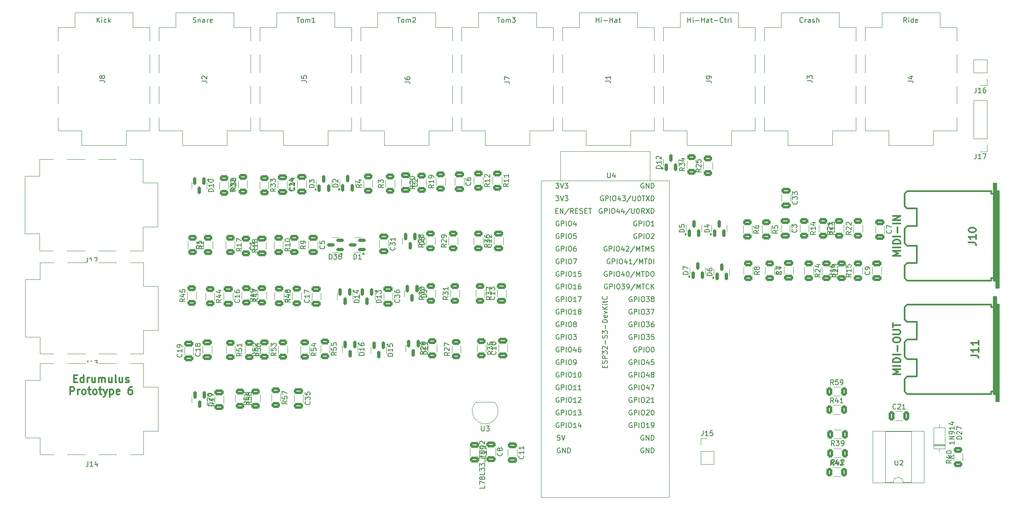
<source format=gto>
G04 #@! TF.GenerationSoftware,KiCad,Pcbnew,7.0.11+dfsg-1build4*
G04 #@! TF.CreationDate,2024-10-20T23:49:45+01:00*
G04 #@! TF.ProjectId,edrumulus,65647275-6d75-46c7-9573-2e6b69636164,rev?*
G04 #@! TF.SameCoordinates,Original*
G04 #@! TF.FileFunction,Legend,Top*
G04 #@! TF.FilePolarity,Positive*
%FSLAX46Y46*%
G04 Gerber Fmt 4.6, Leading zero omitted, Abs format (unit mm)*
G04 Created by KiCad (PCBNEW 7.0.11+dfsg-1build4) date 2024-10-20 23:49:45*
%MOMM*%
%LPD*%
G01*
G04 APERTURE LIST*
G04 Aperture macros list*
%AMRoundRect*
0 Rectangle with rounded corners*
0 $1 Rounding radius*
0 $2 $3 $4 $5 $6 $7 $8 $9 X,Y pos of 4 corners*
0 Add a 4 corners polygon primitive as box body*
4,1,4,$2,$3,$4,$5,$6,$7,$8,$9,$2,$3,0*
0 Add four circle primitives for the rounded corners*
1,1,$1+$1,$2,$3*
1,1,$1+$1,$4,$5*
1,1,$1+$1,$6,$7*
1,1,$1+$1,$8,$9*
0 Add four rect primitives between the rounded corners*
20,1,$1+$1,$2,$3,$4,$5,0*
20,1,$1+$1,$4,$5,$6,$7,0*
20,1,$1+$1,$6,$7,$8,$9,0*
20,1,$1+$1,$8,$9,$2,$3,0*%
G04 Aperture macros list end*
%ADD10C,0.300000*%
%ADD11C,0.150000*%
%ADD12C,0.120000*%
%ADD13C,0.304800*%
%ADD14RoundRect,0.250000X-0.325000X-0.650000X0.325000X-0.650000X0.325000X0.650000X-0.325000X0.650000X0*%
%ADD15RoundRect,0.250000X-0.312500X-0.625000X0.312500X-0.625000X0.312500X0.625000X-0.312500X0.625000X0*%
%ADD16RoundRect,0.250000X0.625000X-0.312500X0.625000X0.312500X-0.625000X0.312500X-0.625000X-0.312500X0*%
%ADD17RoundRect,0.250000X-0.625000X0.312500X-0.625000X-0.312500X0.625000X-0.312500X0.625000X0.312500X0*%
%ADD18RoundRect,0.250000X0.312500X0.625000X-0.312500X0.625000X-0.312500X-0.625000X0.312500X-0.625000X0*%
%ADD19RoundRect,0.150000X0.587500X0.150000X-0.587500X0.150000X-0.587500X-0.150000X0.587500X-0.150000X0*%
%ADD20RoundRect,0.150000X-0.150000X0.587500X-0.150000X-0.587500X0.150000X-0.587500X0.150000X0.587500X0*%
%ADD21RoundRect,0.150000X0.150000X-0.587500X0.150000X0.587500X-0.150000X0.587500X-0.150000X-0.587500X0*%
%ADD22RoundRect,0.250000X-0.650000X0.325000X-0.650000X-0.325000X0.650000X-0.325000X0.650000X0.325000X0*%
%ADD23RoundRect,0.250000X0.650000X-0.325000X0.650000X0.325000X-0.650000X0.325000X-0.650000X-0.325000X0*%
%ADD24C,3.000000*%
%ADD25R,1.050000X1.500000*%
%ADD26O,1.050000X1.500000*%
%ADD27R,1.600000X1.600000*%
%ADD28O,1.600000X1.600000*%
%ADD29R,1.700000X1.700000*%
%ADD30O,1.700000X1.700000*%
%ADD31C,2.500000*%
%ADD32R,2.000000X1.200000*%
%ADD33O,2.000000X1.200000*%
G04 APERTURE END LIST*
D10*
X37171999Y-104857114D02*
X37671999Y-104857114D01*
X37886285Y-105642828D02*
X37171999Y-105642828D01*
X37171999Y-105642828D02*
X37171999Y-104142828D01*
X37171999Y-104142828D02*
X37886285Y-104142828D01*
X39172000Y-105642828D02*
X39172000Y-104142828D01*
X39172000Y-105571400D02*
X39029142Y-105642828D01*
X39029142Y-105642828D02*
X38743428Y-105642828D01*
X38743428Y-105642828D02*
X38600571Y-105571400D01*
X38600571Y-105571400D02*
X38529142Y-105499971D01*
X38529142Y-105499971D02*
X38457714Y-105357114D01*
X38457714Y-105357114D02*
X38457714Y-104928542D01*
X38457714Y-104928542D02*
X38529142Y-104785685D01*
X38529142Y-104785685D02*
X38600571Y-104714257D01*
X38600571Y-104714257D02*
X38743428Y-104642828D01*
X38743428Y-104642828D02*
X39029142Y-104642828D01*
X39029142Y-104642828D02*
X39172000Y-104714257D01*
X39886285Y-105642828D02*
X39886285Y-104642828D01*
X39886285Y-104928542D02*
X39957714Y-104785685D01*
X39957714Y-104785685D02*
X40029143Y-104714257D01*
X40029143Y-104714257D02*
X40172000Y-104642828D01*
X40172000Y-104642828D02*
X40314857Y-104642828D01*
X41457714Y-104642828D02*
X41457714Y-105642828D01*
X40814856Y-104642828D02*
X40814856Y-105428542D01*
X40814856Y-105428542D02*
X40886285Y-105571400D01*
X40886285Y-105571400D02*
X41029142Y-105642828D01*
X41029142Y-105642828D02*
X41243428Y-105642828D01*
X41243428Y-105642828D02*
X41386285Y-105571400D01*
X41386285Y-105571400D02*
X41457714Y-105499971D01*
X42171999Y-105642828D02*
X42171999Y-104642828D01*
X42171999Y-104785685D02*
X42243428Y-104714257D01*
X42243428Y-104714257D02*
X42386285Y-104642828D01*
X42386285Y-104642828D02*
X42600571Y-104642828D01*
X42600571Y-104642828D02*
X42743428Y-104714257D01*
X42743428Y-104714257D02*
X42814857Y-104857114D01*
X42814857Y-104857114D02*
X42814857Y-105642828D01*
X42814857Y-104857114D02*
X42886285Y-104714257D01*
X42886285Y-104714257D02*
X43029142Y-104642828D01*
X43029142Y-104642828D02*
X43243428Y-104642828D01*
X43243428Y-104642828D02*
X43386285Y-104714257D01*
X43386285Y-104714257D02*
X43457714Y-104857114D01*
X43457714Y-104857114D02*
X43457714Y-105642828D01*
X44814857Y-104642828D02*
X44814857Y-105642828D01*
X44171999Y-104642828D02*
X44171999Y-105428542D01*
X44171999Y-105428542D02*
X44243428Y-105571400D01*
X44243428Y-105571400D02*
X44386285Y-105642828D01*
X44386285Y-105642828D02*
X44600571Y-105642828D01*
X44600571Y-105642828D02*
X44743428Y-105571400D01*
X44743428Y-105571400D02*
X44814857Y-105499971D01*
X45743428Y-105642828D02*
X45600571Y-105571400D01*
X45600571Y-105571400D02*
X45529142Y-105428542D01*
X45529142Y-105428542D02*
X45529142Y-104142828D01*
X46957714Y-104642828D02*
X46957714Y-105642828D01*
X46314856Y-104642828D02*
X46314856Y-105428542D01*
X46314856Y-105428542D02*
X46386285Y-105571400D01*
X46386285Y-105571400D02*
X46529142Y-105642828D01*
X46529142Y-105642828D02*
X46743428Y-105642828D01*
X46743428Y-105642828D02*
X46886285Y-105571400D01*
X46886285Y-105571400D02*
X46957714Y-105499971D01*
X47600571Y-105571400D02*
X47743428Y-105642828D01*
X47743428Y-105642828D02*
X48029142Y-105642828D01*
X48029142Y-105642828D02*
X48171999Y-105571400D01*
X48171999Y-105571400D02*
X48243428Y-105428542D01*
X48243428Y-105428542D02*
X48243428Y-105357114D01*
X48243428Y-105357114D02*
X48171999Y-105214257D01*
X48171999Y-105214257D02*
X48029142Y-105142828D01*
X48029142Y-105142828D02*
X47814857Y-105142828D01*
X47814857Y-105142828D02*
X47671999Y-105071400D01*
X47671999Y-105071400D02*
X47600571Y-104928542D01*
X47600571Y-104928542D02*
X47600571Y-104857114D01*
X47600571Y-104857114D02*
X47671999Y-104714257D01*
X47671999Y-104714257D02*
X47814857Y-104642828D01*
X47814857Y-104642828D02*
X48029142Y-104642828D01*
X48029142Y-104642828D02*
X48171999Y-104714257D01*
X36422000Y-108057828D02*
X36422000Y-106557828D01*
X36422000Y-106557828D02*
X36993429Y-106557828D01*
X36993429Y-106557828D02*
X37136286Y-106629257D01*
X37136286Y-106629257D02*
X37207715Y-106700685D01*
X37207715Y-106700685D02*
X37279143Y-106843542D01*
X37279143Y-106843542D02*
X37279143Y-107057828D01*
X37279143Y-107057828D02*
X37207715Y-107200685D01*
X37207715Y-107200685D02*
X37136286Y-107272114D01*
X37136286Y-107272114D02*
X36993429Y-107343542D01*
X36993429Y-107343542D02*
X36422000Y-107343542D01*
X37922000Y-108057828D02*
X37922000Y-107057828D01*
X37922000Y-107343542D02*
X37993429Y-107200685D01*
X37993429Y-107200685D02*
X38064858Y-107129257D01*
X38064858Y-107129257D02*
X38207715Y-107057828D01*
X38207715Y-107057828D02*
X38350572Y-107057828D01*
X39064857Y-108057828D02*
X38922000Y-107986400D01*
X38922000Y-107986400D02*
X38850571Y-107914971D01*
X38850571Y-107914971D02*
X38779143Y-107772114D01*
X38779143Y-107772114D02*
X38779143Y-107343542D01*
X38779143Y-107343542D02*
X38850571Y-107200685D01*
X38850571Y-107200685D02*
X38922000Y-107129257D01*
X38922000Y-107129257D02*
X39064857Y-107057828D01*
X39064857Y-107057828D02*
X39279143Y-107057828D01*
X39279143Y-107057828D02*
X39422000Y-107129257D01*
X39422000Y-107129257D02*
X39493429Y-107200685D01*
X39493429Y-107200685D02*
X39564857Y-107343542D01*
X39564857Y-107343542D02*
X39564857Y-107772114D01*
X39564857Y-107772114D02*
X39493429Y-107914971D01*
X39493429Y-107914971D02*
X39422000Y-107986400D01*
X39422000Y-107986400D02*
X39279143Y-108057828D01*
X39279143Y-108057828D02*
X39064857Y-108057828D01*
X39993429Y-107057828D02*
X40564857Y-107057828D01*
X40207714Y-106557828D02*
X40207714Y-107843542D01*
X40207714Y-107843542D02*
X40279143Y-107986400D01*
X40279143Y-107986400D02*
X40422000Y-108057828D01*
X40422000Y-108057828D02*
X40564857Y-108057828D01*
X41279143Y-108057828D02*
X41136286Y-107986400D01*
X41136286Y-107986400D02*
X41064857Y-107914971D01*
X41064857Y-107914971D02*
X40993429Y-107772114D01*
X40993429Y-107772114D02*
X40993429Y-107343542D01*
X40993429Y-107343542D02*
X41064857Y-107200685D01*
X41064857Y-107200685D02*
X41136286Y-107129257D01*
X41136286Y-107129257D02*
X41279143Y-107057828D01*
X41279143Y-107057828D02*
X41493429Y-107057828D01*
X41493429Y-107057828D02*
X41636286Y-107129257D01*
X41636286Y-107129257D02*
X41707715Y-107200685D01*
X41707715Y-107200685D02*
X41779143Y-107343542D01*
X41779143Y-107343542D02*
X41779143Y-107772114D01*
X41779143Y-107772114D02*
X41707715Y-107914971D01*
X41707715Y-107914971D02*
X41636286Y-107986400D01*
X41636286Y-107986400D02*
X41493429Y-108057828D01*
X41493429Y-108057828D02*
X41279143Y-108057828D01*
X42207715Y-107057828D02*
X42779143Y-107057828D01*
X42422000Y-106557828D02*
X42422000Y-107843542D01*
X42422000Y-107843542D02*
X42493429Y-107986400D01*
X42493429Y-107986400D02*
X42636286Y-108057828D01*
X42636286Y-108057828D02*
X42779143Y-108057828D01*
X43136286Y-107057828D02*
X43493429Y-108057828D01*
X43850572Y-107057828D02*
X43493429Y-108057828D01*
X43493429Y-108057828D02*
X43350572Y-108414971D01*
X43350572Y-108414971D02*
X43279143Y-108486400D01*
X43279143Y-108486400D02*
X43136286Y-108557828D01*
X44422000Y-107057828D02*
X44422000Y-108557828D01*
X44422000Y-107129257D02*
X44564858Y-107057828D01*
X44564858Y-107057828D02*
X44850572Y-107057828D01*
X44850572Y-107057828D02*
X44993429Y-107129257D01*
X44993429Y-107129257D02*
X45064858Y-107200685D01*
X45064858Y-107200685D02*
X45136286Y-107343542D01*
X45136286Y-107343542D02*
X45136286Y-107772114D01*
X45136286Y-107772114D02*
X45064858Y-107914971D01*
X45064858Y-107914971D02*
X44993429Y-107986400D01*
X44993429Y-107986400D02*
X44850572Y-108057828D01*
X44850572Y-108057828D02*
X44564858Y-108057828D01*
X44564858Y-108057828D02*
X44422000Y-107986400D01*
X46350572Y-107986400D02*
X46207715Y-108057828D01*
X46207715Y-108057828D02*
X45922001Y-108057828D01*
X45922001Y-108057828D02*
X45779143Y-107986400D01*
X45779143Y-107986400D02*
X45707715Y-107843542D01*
X45707715Y-107843542D02*
X45707715Y-107272114D01*
X45707715Y-107272114D02*
X45779143Y-107129257D01*
X45779143Y-107129257D02*
X45922001Y-107057828D01*
X45922001Y-107057828D02*
X46207715Y-107057828D01*
X46207715Y-107057828D02*
X46350572Y-107129257D01*
X46350572Y-107129257D02*
X46422001Y-107272114D01*
X46422001Y-107272114D02*
X46422001Y-107414971D01*
X46422001Y-107414971D02*
X45707715Y-107557828D01*
X48850572Y-106557828D02*
X48564857Y-106557828D01*
X48564857Y-106557828D02*
X48422000Y-106629257D01*
X48422000Y-106629257D02*
X48350572Y-106700685D01*
X48350572Y-106700685D02*
X48207714Y-106914971D01*
X48207714Y-106914971D02*
X48136286Y-107200685D01*
X48136286Y-107200685D02*
X48136286Y-107772114D01*
X48136286Y-107772114D02*
X48207714Y-107914971D01*
X48207714Y-107914971D02*
X48279143Y-107986400D01*
X48279143Y-107986400D02*
X48422000Y-108057828D01*
X48422000Y-108057828D02*
X48707714Y-108057828D01*
X48707714Y-108057828D02*
X48850572Y-107986400D01*
X48850572Y-107986400D02*
X48922000Y-107914971D01*
X48922000Y-107914971D02*
X48993429Y-107772114D01*
X48993429Y-107772114D02*
X48993429Y-107414971D01*
X48993429Y-107414971D02*
X48922000Y-107272114D01*
X48922000Y-107272114D02*
X48850572Y-107200685D01*
X48850572Y-107200685D02*
X48707714Y-107129257D01*
X48707714Y-107129257D02*
X48422000Y-107129257D01*
X48422000Y-107129257D02*
X48279143Y-107200685D01*
X48279143Y-107200685D02*
X48207714Y-107272114D01*
X48207714Y-107272114D02*
X48136286Y-107414971D01*
D11*
X202733142Y-110904580D02*
X202685523Y-110952200D01*
X202685523Y-110952200D02*
X202542666Y-110999819D01*
X202542666Y-110999819D02*
X202447428Y-110999819D01*
X202447428Y-110999819D02*
X202304571Y-110952200D01*
X202304571Y-110952200D02*
X202209333Y-110856961D01*
X202209333Y-110856961D02*
X202161714Y-110761723D01*
X202161714Y-110761723D02*
X202114095Y-110571247D01*
X202114095Y-110571247D02*
X202114095Y-110428390D01*
X202114095Y-110428390D02*
X202161714Y-110237914D01*
X202161714Y-110237914D02*
X202209333Y-110142676D01*
X202209333Y-110142676D02*
X202304571Y-110047438D01*
X202304571Y-110047438D02*
X202447428Y-109999819D01*
X202447428Y-109999819D02*
X202542666Y-109999819D01*
X202542666Y-109999819D02*
X202685523Y-110047438D01*
X202685523Y-110047438D02*
X202733142Y-110095057D01*
X203114095Y-110095057D02*
X203161714Y-110047438D01*
X203161714Y-110047438D02*
X203256952Y-109999819D01*
X203256952Y-109999819D02*
X203495047Y-109999819D01*
X203495047Y-109999819D02*
X203590285Y-110047438D01*
X203590285Y-110047438D02*
X203637904Y-110095057D01*
X203637904Y-110095057D02*
X203685523Y-110190295D01*
X203685523Y-110190295D02*
X203685523Y-110285533D01*
X203685523Y-110285533D02*
X203637904Y-110428390D01*
X203637904Y-110428390D02*
X203066476Y-110999819D01*
X203066476Y-110999819D02*
X203685523Y-110999819D01*
X204637904Y-110999819D02*
X204066476Y-110999819D01*
X204352190Y-110999819D02*
X204352190Y-109999819D01*
X204352190Y-109999819D02*
X204256952Y-110142676D01*
X204256952Y-110142676D02*
X204161714Y-110237914D01*
X204161714Y-110237914D02*
X204066476Y-110285533D01*
X190172642Y-106076819D02*
X189839309Y-105600628D01*
X189601214Y-106076819D02*
X189601214Y-105076819D01*
X189601214Y-105076819D02*
X189982166Y-105076819D01*
X189982166Y-105076819D02*
X190077404Y-105124438D01*
X190077404Y-105124438D02*
X190125023Y-105172057D01*
X190125023Y-105172057D02*
X190172642Y-105267295D01*
X190172642Y-105267295D02*
X190172642Y-105410152D01*
X190172642Y-105410152D02*
X190125023Y-105505390D01*
X190125023Y-105505390D02*
X190077404Y-105553009D01*
X190077404Y-105553009D02*
X189982166Y-105600628D01*
X189982166Y-105600628D02*
X189601214Y-105600628D01*
X191077404Y-105076819D02*
X190601214Y-105076819D01*
X190601214Y-105076819D02*
X190553595Y-105553009D01*
X190553595Y-105553009D02*
X190601214Y-105505390D01*
X190601214Y-105505390D02*
X190696452Y-105457771D01*
X190696452Y-105457771D02*
X190934547Y-105457771D01*
X190934547Y-105457771D02*
X191029785Y-105505390D01*
X191029785Y-105505390D02*
X191077404Y-105553009D01*
X191077404Y-105553009D02*
X191125023Y-105648247D01*
X191125023Y-105648247D02*
X191125023Y-105886342D01*
X191125023Y-105886342D02*
X191077404Y-105981580D01*
X191077404Y-105981580D02*
X191029785Y-106029200D01*
X191029785Y-106029200D02*
X190934547Y-106076819D01*
X190934547Y-106076819D02*
X190696452Y-106076819D01*
X190696452Y-106076819D02*
X190601214Y-106029200D01*
X190601214Y-106029200D02*
X190553595Y-105981580D01*
X191601214Y-106076819D02*
X191791690Y-106076819D01*
X191791690Y-106076819D02*
X191886928Y-106029200D01*
X191886928Y-106029200D02*
X191934547Y-105981580D01*
X191934547Y-105981580D02*
X192029785Y-105838723D01*
X192029785Y-105838723D02*
X192077404Y-105648247D01*
X192077404Y-105648247D02*
X192077404Y-105267295D01*
X192077404Y-105267295D02*
X192029785Y-105172057D01*
X192029785Y-105172057D02*
X191982166Y-105124438D01*
X191982166Y-105124438D02*
X191886928Y-105076819D01*
X191886928Y-105076819D02*
X191696452Y-105076819D01*
X191696452Y-105076819D02*
X191601214Y-105124438D01*
X191601214Y-105124438D02*
X191553595Y-105172057D01*
X191553595Y-105172057D02*
X191505976Y-105267295D01*
X191505976Y-105267295D02*
X191505976Y-105505390D01*
X191505976Y-105505390D02*
X191553595Y-105600628D01*
X191553595Y-105600628D02*
X191601214Y-105648247D01*
X191601214Y-105648247D02*
X191696452Y-105695866D01*
X191696452Y-105695866D02*
X191886928Y-105695866D01*
X191886928Y-105695866D02*
X191982166Y-105648247D01*
X191982166Y-105648247D02*
X192029785Y-105600628D01*
X192029785Y-105600628D02*
X192077404Y-105505390D01*
X72421819Y-109543357D02*
X71945628Y-109876690D01*
X72421819Y-110114785D02*
X71421819Y-110114785D01*
X71421819Y-110114785D02*
X71421819Y-109733833D01*
X71421819Y-109733833D02*
X71469438Y-109638595D01*
X71469438Y-109638595D02*
X71517057Y-109590976D01*
X71517057Y-109590976D02*
X71612295Y-109543357D01*
X71612295Y-109543357D02*
X71755152Y-109543357D01*
X71755152Y-109543357D02*
X71850390Y-109590976D01*
X71850390Y-109590976D02*
X71898009Y-109638595D01*
X71898009Y-109638595D02*
X71945628Y-109733833D01*
X71945628Y-109733833D02*
X71945628Y-110114785D01*
X71421819Y-108638595D02*
X71421819Y-109114785D01*
X71421819Y-109114785D02*
X71898009Y-109162404D01*
X71898009Y-109162404D02*
X71850390Y-109114785D01*
X71850390Y-109114785D02*
X71802771Y-109019547D01*
X71802771Y-109019547D02*
X71802771Y-108781452D01*
X71802771Y-108781452D02*
X71850390Y-108686214D01*
X71850390Y-108686214D02*
X71898009Y-108638595D01*
X71898009Y-108638595D02*
X71993247Y-108590976D01*
X71993247Y-108590976D02*
X72231342Y-108590976D01*
X72231342Y-108590976D02*
X72326580Y-108638595D01*
X72326580Y-108638595D02*
X72374200Y-108686214D01*
X72374200Y-108686214D02*
X72421819Y-108781452D01*
X72421819Y-108781452D02*
X72421819Y-109019547D01*
X72421819Y-109019547D02*
X72374200Y-109114785D01*
X72374200Y-109114785D02*
X72326580Y-109162404D01*
X71850390Y-108019547D02*
X71802771Y-108114785D01*
X71802771Y-108114785D02*
X71755152Y-108162404D01*
X71755152Y-108162404D02*
X71659914Y-108210023D01*
X71659914Y-108210023D02*
X71612295Y-108210023D01*
X71612295Y-108210023D02*
X71517057Y-108162404D01*
X71517057Y-108162404D02*
X71469438Y-108114785D01*
X71469438Y-108114785D02*
X71421819Y-108019547D01*
X71421819Y-108019547D02*
X71421819Y-107829071D01*
X71421819Y-107829071D02*
X71469438Y-107733833D01*
X71469438Y-107733833D02*
X71517057Y-107686214D01*
X71517057Y-107686214D02*
X71612295Y-107638595D01*
X71612295Y-107638595D02*
X71659914Y-107638595D01*
X71659914Y-107638595D02*
X71755152Y-107686214D01*
X71755152Y-107686214D02*
X71802771Y-107733833D01*
X71802771Y-107733833D02*
X71850390Y-107829071D01*
X71850390Y-107829071D02*
X71850390Y-108019547D01*
X71850390Y-108019547D02*
X71898009Y-108114785D01*
X71898009Y-108114785D02*
X71945628Y-108162404D01*
X71945628Y-108162404D02*
X72040866Y-108210023D01*
X72040866Y-108210023D02*
X72231342Y-108210023D01*
X72231342Y-108210023D02*
X72326580Y-108162404D01*
X72326580Y-108162404D02*
X72374200Y-108114785D01*
X72374200Y-108114785D02*
X72421819Y-108019547D01*
X72421819Y-108019547D02*
X72421819Y-107829071D01*
X72421819Y-107829071D02*
X72374200Y-107733833D01*
X72374200Y-107733833D02*
X72326580Y-107686214D01*
X72326580Y-107686214D02*
X72231342Y-107638595D01*
X72231342Y-107638595D02*
X72040866Y-107638595D01*
X72040866Y-107638595D02*
X71945628Y-107686214D01*
X71945628Y-107686214D02*
X71898009Y-107733833D01*
X71898009Y-107733833D02*
X71850390Y-107829071D01*
X80125819Y-109354857D02*
X79649628Y-109688190D01*
X80125819Y-109926285D02*
X79125819Y-109926285D01*
X79125819Y-109926285D02*
X79125819Y-109545333D01*
X79125819Y-109545333D02*
X79173438Y-109450095D01*
X79173438Y-109450095D02*
X79221057Y-109402476D01*
X79221057Y-109402476D02*
X79316295Y-109354857D01*
X79316295Y-109354857D02*
X79459152Y-109354857D01*
X79459152Y-109354857D02*
X79554390Y-109402476D01*
X79554390Y-109402476D02*
X79602009Y-109450095D01*
X79602009Y-109450095D02*
X79649628Y-109545333D01*
X79649628Y-109545333D02*
X79649628Y-109926285D01*
X79125819Y-108450095D02*
X79125819Y-108926285D01*
X79125819Y-108926285D02*
X79602009Y-108973904D01*
X79602009Y-108973904D02*
X79554390Y-108926285D01*
X79554390Y-108926285D02*
X79506771Y-108831047D01*
X79506771Y-108831047D02*
X79506771Y-108592952D01*
X79506771Y-108592952D02*
X79554390Y-108497714D01*
X79554390Y-108497714D02*
X79602009Y-108450095D01*
X79602009Y-108450095D02*
X79697247Y-108402476D01*
X79697247Y-108402476D02*
X79935342Y-108402476D01*
X79935342Y-108402476D02*
X80030580Y-108450095D01*
X80030580Y-108450095D02*
X80078200Y-108497714D01*
X80078200Y-108497714D02*
X80125819Y-108592952D01*
X80125819Y-108592952D02*
X80125819Y-108831047D01*
X80125819Y-108831047D02*
X80078200Y-108926285D01*
X80078200Y-108926285D02*
X80030580Y-108973904D01*
X79125819Y-108069142D02*
X79125819Y-107402476D01*
X79125819Y-107402476D02*
X80125819Y-107831047D01*
X72886819Y-109543357D02*
X72410628Y-109876690D01*
X72886819Y-110114785D02*
X71886819Y-110114785D01*
X71886819Y-110114785D02*
X71886819Y-109733833D01*
X71886819Y-109733833D02*
X71934438Y-109638595D01*
X71934438Y-109638595D02*
X71982057Y-109590976D01*
X71982057Y-109590976D02*
X72077295Y-109543357D01*
X72077295Y-109543357D02*
X72220152Y-109543357D01*
X72220152Y-109543357D02*
X72315390Y-109590976D01*
X72315390Y-109590976D02*
X72363009Y-109638595D01*
X72363009Y-109638595D02*
X72410628Y-109733833D01*
X72410628Y-109733833D02*
X72410628Y-110114785D01*
X71886819Y-108638595D02*
X71886819Y-109114785D01*
X71886819Y-109114785D02*
X72363009Y-109162404D01*
X72363009Y-109162404D02*
X72315390Y-109114785D01*
X72315390Y-109114785D02*
X72267771Y-109019547D01*
X72267771Y-109019547D02*
X72267771Y-108781452D01*
X72267771Y-108781452D02*
X72315390Y-108686214D01*
X72315390Y-108686214D02*
X72363009Y-108638595D01*
X72363009Y-108638595D02*
X72458247Y-108590976D01*
X72458247Y-108590976D02*
X72696342Y-108590976D01*
X72696342Y-108590976D02*
X72791580Y-108638595D01*
X72791580Y-108638595D02*
X72839200Y-108686214D01*
X72839200Y-108686214D02*
X72886819Y-108781452D01*
X72886819Y-108781452D02*
X72886819Y-109019547D01*
X72886819Y-109019547D02*
X72839200Y-109114785D01*
X72839200Y-109114785D02*
X72791580Y-109162404D01*
X71886819Y-107733833D02*
X71886819Y-107924309D01*
X71886819Y-107924309D02*
X71934438Y-108019547D01*
X71934438Y-108019547D02*
X71982057Y-108067166D01*
X71982057Y-108067166D02*
X72124914Y-108162404D01*
X72124914Y-108162404D02*
X72315390Y-108210023D01*
X72315390Y-108210023D02*
X72696342Y-108210023D01*
X72696342Y-108210023D02*
X72791580Y-108162404D01*
X72791580Y-108162404D02*
X72839200Y-108114785D01*
X72839200Y-108114785D02*
X72886819Y-108019547D01*
X72886819Y-108019547D02*
X72886819Y-107829071D01*
X72886819Y-107829071D02*
X72839200Y-107733833D01*
X72839200Y-107733833D02*
X72791580Y-107686214D01*
X72791580Y-107686214D02*
X72696342Y-107638595D01*
X72696342Y-107638595D02*
X72458247Y-107638595D01*
X72458247Y-107638595D02*
X72363009Y-107686214D01*
X72363009Y-107686214D02*
X72315390Y-107733833D01*
X72315390Y-107733833D02*
X72267771Y-107829071D01*
X72267771Y-107829071D02*
X72267771Y-108019547D01*
X72267771Y-108019547D02*
X72315390Y-108114785D01*
X72315390Y-108114785D02*
X72363009Y-108162404D01*
X72363009Y-108162404D02*
X72458247Y-108210023D01*
X90031819Y-99526857D02*
X89555628Y-99860190D01*
X90031819Y-100098285D02*
X89031819Y-100098285D01*
X89031819Y-100098285D02*
X89031819Y-99717333D01*
X89031819Y-99717333D02*
X89079438Y-99622095D01*
X89079438Y-99622095D02*
X89127057Y-99574476D01*
X89127057Y-99574476D02*
X89222295Y-99526857D01*
X89222295Y-99526857D02*
X89365152Y-99526857D01*
X89365152Y-99526857D02*
X89460390Y-99574476D01*
X89460390Y-99574476D02*
X89508009Y-99622095D01*
X89508009Y-99622095D02*
X89555628Y-99717333D01*
X89555628Y-99717333D02*
X89555628Y-100098285D01*
X89031819Y-98622095D02*
X89031819Y-99098285D01*
X89031819Y-99098285D02*
X89508009Y-99145904D01*
X89508009Y-99145904D02*
X89460390Y-99098285D01*
X89460390Y-99098285D02*
X89412771Y-99003047D01*
X89412771Y-99003047D02*
X89412771Y-98764952D01*
X89412771Y-98764952D02*
X89460390Y-98669714D01*
X89460390Y-98669714D02*
X89508009Y-98622095D01*
X89508009Y-98622095D02*
X89603247Y-98574476D01*
X89603247Y-98574476D02*
X89841342Y-98574476D01*
X89841342Y-98574476D02*
X89936580Y-98622095D01*
X89936580Y-98622095D02*
X89984200Y-98669714D01*
X89984200Y-98669714D02*
X90031819Y-98764952D01*
X90031819Y-98764952D02*
X90031819Y-99003047D01*
X90031819Y-99003047D02*
X89984200Y-99098285D01*
X89984200Y-99098285D02*
X89936580Y-99145904D01*
X89031819Y-97669714D02*
X89031819Y-98145904D01*
X89031819Y-98145904D02*
X89508009Y-98193523D01*
X89508009Y-98193523D02*
X89460390Y-98145904D01*
X89460390Y-98145904D02*
X89412771Y-98050666D01*
X89412771Y-98050666D02*
X89412771Y-97812571D01*
X89412771Y-97812571D02*
X89460390Y-97717333D01*
X89460390Y-97717333D02*
X89508009Y-97669714D01*
X89508009Y-97669714D02*
X89603247Y-97622095D01*
X89603247Y-97622095D02*
X89841342Y-97622095D01*
X89841342Y-97622095D02*
X89936580Y-97669714D01*
X89936580Y-97669714D02*
X89984200Y-97717333D01*
X89984200Y-97717333D02*
X90031819Y-97812571D01*
X90031819Y-97812571D02*
X90031819Y-98050666D01*
X90031819Y-98050666D02*
X89984200Y-98145904D01*
X89984200Y-98145904D02*
X89936580Y-98193523D01*
X85967819Y-99653857D02*
X85491628Y-99987190D01*
X85967819Y-100225285D02*
X84967819Y-100225285D01*
X84967819Y-100225285D02*
X84967819Y-99844333D01*
X84967819Y-99844333D02*
X85015438Y-99749095D01*
X85015438Y-99749095D02*
X85063057Y-99701476D01*
X85063057Y-99701476D02*
X85158295Y-99653857D01*
X85158295Y-99653857D02*
X85301152Y-99653857D01*
X85301152Y-99653857D02*
X85396390Y-99701476D01*
X85396390Y-99701476D02*
X85444009Y-99749095D01*
X85444009Y-99749095D02*
X85491628Y-99844333D01*
X85491628Y-99844333D02*
X85491628Y-100225285D01*
X84967819Y-98749095D02*
X84967819Y-99225285D01*
X84967819Y-99225285D02*
X85444009Y-99272904D01*
X85444009Y-99272904D02*
X85396390Y-99225285D01*
X85396390Y-99225285D02*
X85348771Y-99130047D01*
X85348771Y-99130047D02*
X85348771Y-98891952D01*
X85348771Y-98891952D02*
X85396390Y-98796714D01*
X85396390Y-98796714D02*
X85444009Y-98749095D01*
X85444009Y-98749095D02*
X85539247Y-98701476D01*
X85539247Y-98701476D02*
X85777342Y-98701476D01*
X85777342Y-98701476D02*
X85872580Y-98749095D01*
X85872580Y-98749095D02*
X85920200Y-98796714D01*
X85920200Y-98796714D02*
X85967819Y-98891952D01*
X85967819Y-98891952D02*
X85967819Y-99130047D01*
X85967819Y-99130047D02*
X85920200Y-99225285D01*
X85920200Y-99225285D02*
X85872580Y-99272904D01*
X85301152Y-97844333D02*
X85967819Y-97844333D01*
X84920200Y-98082428D02*
X85634485Y-98320523D01*
X85634485Y-98320523D02*
X85634485Y-97701476D01*
X77882819Y-99653857D02*
X77406628Y-99987190D01*
X77882819Y-100225285D02*
X76882819Y-100225285D01*
X76882819Y-100225285D02*
X76882819Y-99844333D01*
X76882819Y-99844333D02*
X76930438Y-99749095D01*
X76930438Y-99749095D02*
X76978057Y-99701476D01*
X76978057Y-99701476D02*
X77073295Y-99653857D01*
X77073295Y-99653857D02*
X77216152Y-99653857D01*
X77216152Y-99653857D02*
X77311390Y-99701476D01*
X77311390Y-99701476D02*
X77359009Y-99749095D01*
X77359009Y-99749095D02*
X77406628Y-99844333D01*
X77406628Y-99844333D02*
X77406628Y-100225285D01*
X76882819Y-98749095D02*
X76882819Y-99225285D01*
X76882819Y-99225285D02*
X77359009Y-99272904D01*
X77359009Y-99272904D02*
X77311390Y-99225285D01*
X77311390Y-99225285D02*
X77263771Y-99130047D01*
X77263771Y-99130047D02*
X77263771Y-98891952D01*
X77263771Y-98891952D02*
X77311390Y-98796714D01*
X77311390Y-98796714D02*
X77359009Y-98749095D01*
X77359009Y-98749095D02*
X77454247Y-98701476D01*
X77454247Y-98701476D02*
X77692342Y-98701476D01*
X77692342Y-98701476D02*
X77787580Y-98749095D01*
X77787580Y-98749095D02*
X77835200Y-98796714D01*
X77835200Y-98796714D02*
X77882819Y-98891952D01*
X77882819Y-98891952D02*
X77882819Y-99130047D01*
X77882819Y-99130047D02*
X77835200Y-99225285D01*
X77835200Y-99225285D02*
X77787580Y-99272904D01*
X76882819Y-98368142D02*
X76882819Y-97749095D01*
X76882819Y-97749095D02*
X77263771Y-98082428D01*
X77263771Y-98082428D02*
X77263771Y-97939571D01*
X77263771Y-97939571D02*
X77311390Y-97844333D01*
X77311390Y-97844333D02*
X77359009Y-97796714D01*
X77359009Y-97796714D02*
X77454247Y-97749095D01*
X77454247Y-97749095D02*
X77692342Y-97749095D01*
X77692342Y-97749095D02*
X77787580Y-97796714D01*
X77787580Y-97796714D02*
X77835200Y-97844333D01*
X77835200Y-97844333D02*
X77882819Y-97939571D01*
X77882819Y-97939571D02*
X77882819Y-98225285D01*
X77882819Y-98225285D02*
X77835200Y-98320523D01*
X77835200Y-98320523D02*
X77787580Y-98368142D01*
X74199819Y-99653857D02*
X73723628Y-99987190D01*
X74199819Y-100225285D02*
X73199819Y-100225285D01*
X73199819Y-100225285D02*
X73199819Y-99844333D01*
X73199819Y-99844333D02*
X73247438Y-99749095D01*
X73247438Y-99749095D02*
X73295057Y-99701476D01*
X73295057Y-99701476D02*
X73390295Y-99653857D01*
X73390295Y-99653857D02*
X73533152Y-99653857D01*
X73533152Y-99653857D02*
X73628390Y-99701476D01*
X73628390Y-99701476D02*
X73676009Y-99749095D01*
X73676009Y-99749095D02*
X73723628Y-99844333D01*
X73723628Y-99844333D02*
X73723628Y-100225285D01*
X73199819Y-98749095D02*
X73199819Y-99225285D01*
X73199819Y-99225285D02*
X73676009Y-99272904D01*
X73676009Y-99272904D02*
X73628390Y-99225285D01*
X73628390Y-99225285D02*
X73580771Y-99130047D01*
X73580771Y-99130047D02*
X73580771Y-98891952D01*
X73580771Y-98891952D02*
X73628390Y-98796714D01*
X73628390Y-98796714D02*
X73676009Y-98749095D01*
X73676009Y-98749095D02*
X73771247Y-98701476D01*
X73771247Y-98701476D02*
X74009342Y-98701476D01*
X74009342Y-98701476D02*
X74104580Y-98749095D01*
X74104580Y-98749095D02*
X74152200Y-98796714D01*
X74152200Y-98796714D02*
X74199819Y-98891952D01*
X74199819Y-98891952D02*
X74199819Y-99130047D01*
X74199819Y-99130047D02*
X74152200Y-99225285D01*
X74152200Y-99225285D02*
X74104580Y-99272904D01*
X73295057Y-98320523D02*
X73247438Y-98272904D01*
X73247438Y-98272904D02*
X73199819Y-98177666D01*
X73199819Y-98177666D02*
X73199819Y-97939571D01*
X73199819Y-97939571D02*
X73247438Y-97844333D01*
X73247438Y-97844333D02*
X73295057Y-97796714D01*
X73295057Y-97796714D02*
X73390295Y-97749095D01*
X73390295Y-97749095D02*
X73485533Y-97749095D01*
X73485533Y-97749095D02*
X73628390Y-97796714D01*
X73628390Y-97796714D02*
X74199819Y-98368142D01*
X74199819Y-98368142D02*
X74199819Y-97749095D01*
X70981819Y-99719357D02*
X70505628Y-100052690D01*
X70981819Y-100290785D02*
X69981819Y-100290785D01*
X69981819Y-100290785D02*
X69981819Y-99909833D01*
X69981819Y-99909833D02*
X70029438Y-99814595D01*
X70029438Y-99814595D02*
X70077057Y-99766976D01*
X70077057Y-99766976D02*
X70172295Y-99719357D01*
X70172295Y-99719357D02*
X70315152Y-99719357D01*
X70315152Y-99719357D02*
X70410390Y-99766976D01*
X70410390Y-99766976D02*
X70458009Y-99814595D01*
X70458009Y-99814595D02*
X70505628Y-99909833D01*
X70505628Y-99909833D02*
X70505628Y-100290785D01*
X69981819Y-98814595D02*
X69981819Y-99290785D01*
X69981819Y-99290785D02*
X70458009Y-99338404D01*
X70458009Y-99338404D02*
X70410390Y-99290785D01*
X70410390Y-99290785D02*
X70362771Y-99195547D01*
X70362771Y-99195547D02*
X70362771Y-98957452D01*
X70362771Y-98957452D02*
X70410390Y-98862214D01*
X70410390Y-98862214D02*
X70458009Y-98814595D01*
X70458009Y-98814595D02*
X70553247Y-98766976D01*
X70553247Y-98766976D02*
X70791342Y-98766976D01*
X70791342Y-98766976D02*
X70886580Y-98814595D01*
X70886580Y-98814595D02*
X70934200Y-98862214D01*
X70934200Y-98862214D02*
X70981819Y-98957452D01*
X70981819Y-98957452D02*
X70981819Y-99195547D01*
X70981819Y-99195547D02*
X70934200Y-99290785D01*
X70934200Y-99290785D02*
X70886580Y-99338404D01*
X70981819Y-97814595D02*
X70981819Y-98386023D01*
X70981819Y-98100309D02*
X69981819Y-98100309D01*
X69981819Y-98100309D02*
X70124676Y-98195547D01*
X70124676Y-98195547D02*
X70219914Y-98290785D01*
X70219914Y-98290785D02*
X70267533Y-98386023D01*
X74791819Y-99719357D02*
X74315628Y-100052690D01*
X74791819Y-100290785D02*
X73791819Y-100290785D01*
X73791819Y-100290785D02*
X73791819Y-99909833D01*
X73791819Y-99909833D02*
X73839438Y-99814595D01*
X73839438Y-99814595D02*
X73887057Y-99766976D01*
X73887057Y-99766976D02*
X73982295Y-99719357D01*
X73982295Y-99719357D02*
X74125152Y-99719357D01*
X74125152Y-99719357D02*
X74220390Y-99766976D01*
X74220390Y-99766976D02*
X74268009Y-99814595D01*
X74268009Y-99814595D02*
X74315628Y-99909833D01*
X74315628Y-99909833D02*
X74315628Y-100290785D01*
X73791819Y-98814595D02*
X73791819Y-99290785D01*
X73791819Y-99290785D02*
X74268009Y-99338404D01*
X74268009Y-99338404D02*
X74220390Y-99290785D01*
X74220390Y-99290785D02*
X74172771Y-99195547D01*
X74172771Y-99195547D02*
X74172771Y-98957452D01*
X74172771Y-98957452D02*
X74220390Y-98862214D01*
X74220390Y-98862214D02*
X74268009Y-98814595D01*
X74268009Y-98814595D02*
X74363247Y-98766976D01*
X74363247Y-98766976D02*
X74601342Y-98766976D01*
X74601342Y-98766976D02*
X74696580Y-98814595D01*
X74696580Y-98814595D02*
X74744200Y-98862214D01*
X74744200Y-98862214D02*
X74791819Y-98957452D01*
X74791819Y-98957452D02*
X74791819Y-99195547D01*
X74791819Y-99195547D02*
X74744200Y-99290785D01*
X74744200Y-99290785D02*
X74696580Y-99338404D01*
X73791819Y-98147928D02*
X73791819Y-98052690D01*
X73791819Y-98052690D02*
X73839438Y-97957452D01*
X73839438Y-97957452D02*
X73887057Y-97909833D01*
X73887057Y-97909833D02*
X73982295Y-97862214D01*
X73982295Y-97862214D02*
X74172771Y-97814595D01*
X74172771Y-97814595D02*
X74410866Y-97814595D01*
X74410866Y-97814595D02*
X74601342Y-97862214D01*
X74601342Y-97862214D02*
X74696580Y-97909833D01*
X74696580Y-97909833D02*
X74744200Y-97957452D01*
X74744200Y-97957452D02*
X74791819Y-98052690D01*
X74791819Y-98052690D02*
X74791819Y-98147928D01*
X74791819Y-98147928D02*
X74744200Y-98243166D01*
X74744200Y-98243166D02*
X74696580Y-98290785D01*
X74696580Y-98290785D02*
X74601342Y-98338404D01*
X74601342Y-98338404D02*
X74410866Y-98386023D01*
X74410866Y-98386023D02*
X74172771Y-98386023D01*
X74172771Y-98386023D02*
X73982295Y-98338404D01*
X73982295Y-98338404D02*
X73887057Y-98290785D01*
X73887057Y-98290785D02*
X73839438Y-98243166D01*
X73839438Y-98243166D02*
X73791819Y-98147928D01*
X73691819Y-88733357D02*
X73215628Y-89066690D01*
X73691819Y-89304785D02*
X72691819Y-89304785D01*
X72691819Y-89304785D02*
X72691819Y-88923833D01*
X72691819Y-88923833D02*
X72739438Y-88828595D01*
X72739438Y-88828595D02*
X72787057Y-88780976D01*
X72787057Y-88780976D02*
X72882295Y-88733357D01*
X72882295Y-88733357D02*
X73025152Y-88733357D01*
X73025152Y-88733357D02*
X73120390Y-88780976D01*
X73120390Y-88780976D02*
X73168009Y-88828595D01*
X73168009Y-88828595D02*
X73215628Y-88923833D01*
X73215628Y-88923833D02*
X73215628Y-89304785D01*
X73025152Y-87876214D02*
X73691819Y-87876214D01*
X72644200Y-88114309D02*
X73358485Y-88352404D01*
X73358485Y-88352404D02*
X73358485Y-87733357D01*
X73691819Y-87304785D02*
X73691819Y-87114309D01*
X73691819Y-87114309D02*
X73644200Y-87019071D01*
X73644200Y-87019071D02*
X73596580Y-86971452D01*
X73596580Y-86971452D02*
X73453723Y-86876214D01*
X73453723Y-86876214D02*
X73263247Y-86828595D01*
X73263247Y-86828595D02*
X72882295Y-86828595D01*
X72882295Y-86828595D02*
X72787057Y-86876214D01*
X72787057Y-86876214D02*
X72739438Y-86923833D01*
X72739438Y-86923833D02*
X72691819Y-87019071D01*
X72691819Y-87019071D02*
X72691819Y-87209547D01*
X72691819Y-87209547D02*
X72739438Y-87304785D01*
X72739438Y-87304785D02*
X72787057Y-87352404D01*
X72787057Y-87352404D02*
X72882295Y-87400023D01*
X72882295Y-87400023D02*
X73120390Y-87400023D01*
X73120390Y-87400023D02*
X73215628Y-87352404D01*
X73215628Y-87352404D02*
X73263247Y-87304785D01*
X73263247Y-87304785D02*
X73310866Y-87209547D01*
X73310866Y-87209547D02*
X73310866Y-87019071D01*
X73310866Y-87019071D02*
X73263247Y-86923833D01*
X73263247Y-86923833D02*
X73215628Y-86876214D01*
X73215628Y-86876214D02*
X73120390Y-86828595D01*
X80760819Y-88860357D02*
X80284628Y-89193690D01*
X80760819Y-89431785D02*
X79760819Y-89431785D01*
X79760819Y-89431785D02*
X79760819Y-89050833D01*
X79760819Y-89050833D02*
X79808438Y-88955595D01*
X79808438Y-88955595D02*
X79856057Y-88907976D01*
X79856057Y-88907976D02*
X79951295Y-88860357D01*
X79951295Y-88860357D02*
X80094152Y-88860357D01*
X80094152Y-88860357D02*
X80189390Y-88907976D01*
X80189390Y-88907976D02*
X80237009Y-88955595D01*
X80237009Y-88955595D02*
X80284628Y-89050833D01*
X80284628Y-89050833D02*
X80284628Y-89431785D01*
X80094152Y-88003214D02*
X80760819Y-88003214D01*
X79713200Y-88241309D02*
X80427485Y-88479404D01*
X80427485Y-88479404D02*
X80427485Y-87860357D01*
X80189390Y-87336547D02*
X80141771Y-87431785D01*
X80141771Y-87431785D02*
X80094152Y-87479404D01*
X80094152Y-87479404D02*
X79998914Y-87527023D01*
X79998914Y-87527023D02*
X79951295Y-87527023D01*
X79951295Y-87527023D02*
X79856057Y-87479404D01*
X79856057Y-87479404D02*
X79808438Y-87431785D01*
X79808438Y-87431785D02*
X79760819Y-87336547D01*
X79760819Y-87336547D02*
X79760819Y-87146071D01*
X79760819Y-87146071D02*
X79808438Y-87050833D01*
X79808438Y-87050833D02*
X79856057Y-87003214D01*
X79856057Y-87003214D02*
X79951295Y-86955595D01*
X79951295Y-86955595D02*
X79998914Y-86955595D01*
X79998914Y-86955595D02*
X80094152Y-87003214D01*
X80094152Y-87003214D02*
X80141771Y-87050833D01*
X80141771Y-87050833D02*
X80189390Y-87146071D01*
X80189390Y-87146071D02*
X80189390Y-87336547D01*
X80189390Y-87336547D02*
X80237009Y-87431785D01*
X80237009Y-87431785D02*
X80284628Y-87479404D01*
X80284628Y-87479404D02*
X80379866Y-87527023D01*
X80379866Y-87527023D02*
X80570342Y-87527023D01*
X80570342Y-87527023D02*
X80665580Y-87479404D01*
X80665580Y-87479404D02*
X80713200Y-87431785D01*
X80713200Y-87431785D02*
X80760819Y-87336547D01*
X80760819Y-87336547D02*
X80760819Y-87146071D01*
X80760819Y-87146071D02*
X80713200Y-87050833D01*
X80713200Y-87050833D02*
X80665580Y-87003214D01*
X80665580Y-87003214D02*
X80570342Y-86955595D01*
X80570342Y-86955595D02*
X80379866Y-86955595D01*
X80379866Y-86955595D02*
X80284628Y-87003214D01*
X80284628Y-87003214D02*
X80237009Y-87050833D01*
X80237009Y-87050833D02*
X80189390Y-87146071D01*
X74156819Y-88733357D02*
X73680628Y-89066690D01*
X74156819Y-89304785D02*
X73156819Y-89304785D01*
X73156819Y-89304785D02*
X73156819Y-88923833D01*
X73156819Y-88923833D02*
X73204438Y-88828595D01*
X73204438Y-88828595D02*
X73252057Y-88780976D01*
X73252057Y-88780976D02*
X73347295Y-88733357D01*
X73347295Y-88733357D02*
X73490152Y-88733357D01*
X73490152Y-88733357D02*
X73585390Y-88780976D01*
X73585390Y-88780976D02*
X73633009Y-88828595D01*
X73633009Y-88828595D02*
X73680628Y-88923833D01*
X73680628Y-88923833D02*
X73680628Y-89304785D01*
X73490152Y-87876214D02*
X74156819Y-87876214D01*
X73109200Y-88114309D02*
X73823485Y-88352404D01*
X73823485Y-88352404D02*
X73823485Y-87733357D01*
X73156819Y-87447642D02*
X73156819Y-86780976D01*
X73156819Y-86780976D02*
X74156819Y-87209547D01*
X80676819Y-88860357D02*
X80200628Y-89193690D01*
X80676819Y-89431785D02*
X79676819Y-89431785D01*
X79676819Y-89431785D02*
X79676819Y-89050833D01*
X79676819Y-89050833D02*
X79724438Y-88955595D01*
X79724438Y-88955595D02*
X79772057Y-88907976D01*
X79772057Y-88907976D02*
X79867295Y-88860357D01*
X79867295Y-88860357D02*
X80010152Y-88860357D01*
X80010152Y-88860357D02*
X80105390Y-88907976D01*
X80105390Y-88907976D02*
X80153009Y-88955595D01*
X80153009Y-88955595D02*
X80200628Y-89050833D01*
X80200628Y-89050833D02*
X80200628Y-89431785D01*
X80010152Y-88003214D02*
X80676819Y-88003214D01*
X79629200Y-88241309D02*
X80343485Y-88479404D01*
X80343485Y-88479404D02*
X80343485Y-87860357D01*
X79676819Y-87050833D02*
X79676819Y-87241309D01*
X79676819Y-87241309D02*
X79724438Y-87336547D01*
X79724438Y-87336547D02*
X79772057Y-87384166D01*
X79772057Y-87384166D02*
X79914914Y-87479404D01*
X79914914Y-87479404D02*
X80105390Y-87527023D01*
X80105390Y-87527023D02*
X80486342Y-87527023D01*
X80486342Y-87527023D02*
X80581580Y-87479404D01*
X80581580Y-87479404D02*
X80629200Y-87431785D01*
X80629200Y-87431785D02*
X80676819Y-87336547D01*
X80676819Y-87336547D02*
X80676819Y-87146071D01*
X80676819Y-87146071D02*
X80629200Y-87050833D01*
X80629200Y-87050833D02*
X80581580Y-87003214D01*
X80581580Y-87003214D02*
X80486342Y-86955595D01*
X80486342Y-86955595D02*
X80248247Y-86955595D01*
X80248247Y-86955595D02*
X80153009Y-87003214D01*
X80153009Y-87003214D02*
X80105390Y-87050833D01*
X80105390Y-87050833D02*
X80057771Y-87146071D01*
X80057771Y-87146071D02*
X80057771Y-87336547D01*
X80057771Y-87336547D02*
X80105390Y-87431785D01*
X80105390Y-87431785D02*
X80153009Y-87479404D01*
X80153009Y-87479404D02*
X80248247Y-87527023D01*
X59533819Y-88781357D02*
X59057628Y-89114690D01*
X59533819Y-89352785D02*
X58533819Y-89352785D01*
X58533819Y-89352785D02*
X58533819Y-88971833D01*
X58533819Y-88971833D02*
X58581438Y-88876595D01*
X58581438Y-88876595D02*
X58629057Y-88828976D01*
X58629057Y-88828976D02*
X58724295Y-88781357D01*
X58724295Y-88781357D02*
X58867152Y-88781357D01*
X58867152Y-88781357D02*
X58962390Y-88828976D01*
X58962390Y-88828976D02*
X59010009Y-88876595D01*
X59010009Y-88876595D02*
X59057628Y-88971833D01*
X59057628Y-88971833D02*
X59057628Y-89352785D01*
X58867152Y-87924214D02*
X59533819Y-87924214D01*
X58486200Y-88162309D02*
X59200485Y-88400404D01*
X59200485Y-88400404D02*
X59200485Y-87781357D01*
X58533819Y-86924214D02*
X58533819Y-87400404D01*
X58533819Y-87400404D02*
X59010009Y-87448023D01*
X59010009Y-87448023D02*
X58962390Y-87400404D01*
X58962390Y-87400404D02*
X58914771Y-87305166D01*
X58914771Y-87305166D02*
X58914771Y-87067071D01*
X58914771Y-87067071D02*
X58962390Y-86971833D01*
X58962390Y-86971833D02*
X59010009Y-86924214D01*
X59010009Y-86924214D02*
X59105247Y-86876595D01*
X59105247Y-86876595D02*
X59343342Y-86876595D01*
X59343342Y-86876595D02*
X59438580Y-86924214D01*
X59438580Y-86924214D02*
X59486200Y-86971833D01*
X59486200Y-86971833D02*
X59533819Y-87067071D01*
X59533819Y-87067071D02*
X59533819Y-87305166D01*
X59533819Y-87305166D02*
X59486200Y-87400404D01*
X59486200Y-87400404D02*
X59438580Y-87448023D01*
X66856819Y-88908357D02*
X66380628Y-89241690D01*
X66856819Y-89479785D02*
X65856819Y-89479785D01*
X65856819Y-89479785D02*
X65856819Y-89098833D01*
X65856819Y-89098833D02*
X65904438Y-89003595D01*
X65904438Y-89003595D02*
X65952057Y-88955976D01*
X65952057Y-88955976D02*
X66047295Y-88908357D01*
X66047295Y-88908357D02*
X66190152Y-88908357D01*
X66190152Y-88908357D02*
X66285390Y-88955976D01*
X66285390Y-88955976D02*
X66333009Y-89003595D01*
X66333009Y-89003595D02*
X66380628Y-89098833D01*
X66380628Y-89098833D02*
X66380628Y-89479785D01*
X66190152Y-88051214D02*
X66856819Y-88051214D01*
X65809200Y-88289309D02*
X66523485Y-88527404D01*
X66523485Y-88527404D02*
X66523485Y-87908357D01*
X66190152Y-87098833D02*
X66856819Y-87098833D01*
X65809200Y-87336928D02*
X66523485Y-87575023D01*
X66523485Y-87575023D02*
X66523485Y-86955976D01*
X190172642Y-122332819D02*
X189839309Y-121856628D01*
X189601214Y-122332819D02*
X189601214Y-121332819D01*
X189601214Y-121332819D02*
X189982166Y-121332819D01*
X189982166Y-121332819D02*
X190077404Y-121380438D01*
X190077404Y-121380438D02*
X190125023Y-121428057D01*
X190125023Y-121428057D02*
X190172642Y-121523295D01*
X190172642Y-121523295D02*
X190172642Y-121666152D01*
X190172642Y-121666152D02*
X190125023Y-121761390D01*
X190125023Y-121761390D02*
X190077404Y-121809009D01*
X190077404Y-121809009D02*
X189982166Y-121856628D01*
X189982166Y-121856628D02*
X189601214Y-121856628D01*
X191029785Y-121666152D02*
X191029785Y-122332819D01*
X190791690Y-121285200D02*
X190553595Y-121999485D01*
X190553595Y-121999485D02*
X191172642Y-121999485D01*
X191458357Y-121332819D02*
X192077404Y-121332819D01*
X192077404Y-121332819D02*
X191744071Y-121713771D01*
X191744071Y-121713771D02*
X191886928Y-121713771D01*
X191886928Y-121713771D02*
X191982166Y-121761390D01*
X191982166Y-121761390D02*
X192029785Y-121809009D01*
X192029785Y-121809009D02*
X192077404Y-121904247D01*
X192077404Y-121904247D02*
X192077404Y-122142342D01*
X192077404Y-122142342D02*
X192029785Y-122237580D01*
X192029785Y-122237580D02*
X191982166Y-122285200D01*
X191982166Y-122285200D02*
X191886928Y-122332819D01*
X191886928Y-122332819D02*
X191601214Y-122332819D01*
X191601214Y-122332819D02*
X191505976Y-122285200D01*
X191505976Y-122285200D02*
X191458357Y-122237580D01*
X190361142Y-122162819D02*
X190027809Y-121686628D01*
X189789714Y-122162819D02*
X189789714Y-121162819D01*
X189789714Y-121162819D02*
X190170666Y-121162819D01*
X190170666Y-121162819D02*
X190265904Y-121210438D01*
X190265904Y-121210438D02*
X190313523Y-121258057D01*
X190313523Y-121258057D02*
X190361142Y-121353295D01*
X190361142Y-121353295D02*
X190361142Y-121496152D01*
X190361142Y-121496152D02*
X190313523Y-121591390D01*
X190313523Y-121591390D02*
X190265904Y-121639009D01*
X190265904Y-121639009D02*
X190170666Y-121686628D01*
X190170666Y-121686628D02*
X189789714Y-121686628D01*
X191218285Y-121496152D02*
X191218285Y-122162819D01*
X190980190Y-121115200D02*
X190742095Y-121829485D01*
X190742095Y-121829485D02*
X191361142Y-121829485D01*
X191694476Y-121258057D02*
X191742095Y-121210438D01*
X191742095Y-121210438D02*
X191837333Y-121162819D01*
X191837333Y-121162819D02*
X192075428Y-121162819D01*
X192075428Y-121162819D02*
X192170666Y-121210438D01*
X192170666Y-121210438D02*
X192218285Y-121258057D01*
X192218285Y-121258057D02*
X192265904Y-121353295D01*
X192265904Y-121353295D02*
X192265904Y-121448533D01*
X192265904Y-121448533D02*
X192218285Y-121591390D01*
X192218285Y-121591390D02*
X191646857Y-122162819D01*
X191646857Y-122162819D02*
X192265904Y-122162819D01*
X190172642Y-109759819D02*
X189839309Y-109283628D01*
X189601214Y-109759819D02*
X189601214Y-108759819D01*
X189601214Y-108759819D02*
X189982166Y-108759819D01*
X189982166Y-108759819D02*
X190077404Y-108807438D01*
X190077404Y-108807438D02*
X190125023Y-108855057D01*
X190125023Y-108855057D02*
X190172642Y-108950295D01*
X190172642Y-108950295D02*
X190172642Y-109093152D01*
X190172642Y-109093152D02*
X190125023Y-109188390D01*
X190125023Y-109188390D02*
X190077404Y-109236009D01*
X190077404Y-109236009D02*
X189982166Y-109283628D01*
X189982166Y-109283628D02*
X189601214Y-109283628D01*
X191029785Y-109093152D02*
X191029785Y-109759819D01*
X190791690Y-108712200D02*
X190553595Y-109426485D01*
X190553595Y-109426485D02*
X191172642Y-109426485D01*
X192077404Y-109759819D02*
X191505976Y-109759819D01*
X191791690Y-109759819D02*
X191791690Y-108759819D01*
X191791690Y-108759819D02*
X191696452Y-108902676D01*
X191696452Y-108902676D02*
X191601214Y-108997914D01*
X191601214Y-108997914D02*
X191505976Y-109045533D01*
X213909819Y-121302857D02*
X213433628Y-121636190D01*
X213909819Y-121874285D02*
X212909819Y-121874285D01*
X212909819Y-121874285D02*
X212909819Y-121493333D01*
X212909819Y-121493333D02*
X212957438Y-121398095D01*
X212957438Y-121398095D02*
X213005057Y-121350476D01*
X213005057Y-121350476D02*
X213100295Y-121302857D01*
X213100295Y-121302857D02*
X213243152Y-121302857D01*
X213243152Y-121302857D02*
X213338390Y-121350476D01*
X213338390Y-121350476D02*
X213386009Y-121398095D01*
X213386009Y-121398095D02*
X213433628Y-121493333D01*
X213433628Y-121493333D02*
X213433628Y-121874285D01*
X213243152Y-120445714D02*
X213909819Y-120445714D01*
X212862200Y-120683809D02*
X213576485Y-120921904D01*
X213576485Y-120921904D02*
X213576485Y-120302857D01*
X212909819Y-119731428D02*
X212909819Y-119636190D01*
X212909819Y-119636190D02*
X212957438Y-119540952D01*
X212957438Y-119540952D02*
X213005057Y-119493333D01*
X213005057Y-119493333D02*
X213100295Y-119445714D01*
X213100295Y-119445714D02*
X213290771Y-119398095D01*
X213290771Y-119398095D02*
X213528866Y-119398095D01*
X213528866Y-119398095D02*
X213719342Y-119445714D01*
X213719342Y-119445714D02*
X213814580Y-119493333D01*
X213814580Y-119493333D02*
X213862200Y-119540952D01*
X213862200Y-119540952D02*
X213909819Y-119636190D01*
X213909819Y-119636190D02*
X213909819Y-119731428D01*
X213909819Y-119731428D02*
X213862200Y-119826666D01*
X213862200Y-119826666D02*
X213814580Y-119874285D01*
X213814580Y-119874285D02*
X213719342Y-119921904D01*
X213719342Y-119921904D02*
X213528866Y-119969523D01*
X213528866Y-119969523D02*
X213290771Y-119969523D01*
X213290771Y-119969523D02*
X213100295Y-119921904D01*
X213100295Y-119921904D02*
X213005057Y-119874285D01*
X213005057Y-119874285D02*
X212957438Y-119826666D01*
X212957438Y-119826666D02*
X212909819Y-119731428D01*
X190361142Y-118352819D02*
X190027809Y-117876628D01*
X189789714Y-118352819D02*
X189789714Y-117352819D01*
X189789714Y-117352819D02*
X190170666Y-117352819D01*
X190170666Y-117352819D02*
X190265904Y-117400438D01*
X190265904Y-117400438D02*
X190313523Y-117448057D01*
X190313523Y-117448057D02*
X190361142Y-117543295D01*
X190361142Y-117543295D02*
X190361142Y-117686152D01*
X190361142Y-117686152D02*
X190313523Y-117781390D01*
X190313523Y-117781390D02*
X190265904Y-117829009D01*
X190265904Y-117829009D02*
X190170666Y-117876628D01*
X190170666Y-117876628D02*
X189789714Y-117876628D01*
X190694476Y-117352819D02*
X191313523Y-117352819D01*
X191313523Y-117352819D02*
X190980190Y-117733771D01*
X190980190Y-117733771D02*
X191123047Y-117733771D01*
X191123047Y-117733771D02*
X191218285Y-117781390D01*
X191218285Y-117781390D02*
X191265904Y-117829009D01*
X191265904Y-117829009D02*
X191313523Y-117924247D01*
X191313523Y-117924247D02*
X191313523Y-118162342D01*
X191313523Y-118162342D02*
X191265904Y-118257580D01*
X191265904Y-118257580D02*
X191218285Y-118305200D01*
X191218285Y-118305200D02*
X191123047Y-118352819D01*
X191123047Y-118352819D02*
X190837333Y-118352819D01*
X190837333Y-118352819D02*
X190742095Y-118305200D01*
X190742095Y-118305200D02*
X190694476Y-118257580D01*
X191789714Y-118352819D02*
X191980190Y-118352819D01*
X191980190Y-118352819D02*
X192075428Y-118305200D01*
X192075428Y-118305200D02*
X192123047Y-118257580D01*
X192123047Y-118257580D02*
X192218285Y-118114723D01*
X192218285Y-118114723D02*
X192265904Y-117924247D01*
X192265904Y-117924247D02*
X192265904Y-117543295D01*
X192265904Y-117543295D02*
X192218285Y-117448057D01*
X192218285Y-117448057D02*
X192170666Y-117400438D01*
X192170666Y-117400438D02*
X192075428Y-117352819D01*
X192075428Y-117352819D02*
X191884952Y-117352819D01*
X191884952Y-117352819D02*
X191789714Y-117400438D01*
X191789714Y-117400438D02*
X191742095Y-117448057D01*
X191742095Y-117448057D02*
X191694476Y-117543295D01*
X191694476Y-117543295D02*
X191694476Y-117781390D01*
X191694476Y-117781390D02*
X191742095Y-117876628D01*
X191742095Y-117876628D02*
X191789714Y-117924247D01*
X191789714Y-117924247D02*
X191884952Y-117971866D01*
X191884952Y-117971866D02*
X192075428Y-117971866D01*
X192075428Y-117971866D02*
X192170666Y-117924247D01*
X192170666Y-117924247D02*
X192218285Y-117876628D01*
X192218285Y-117876628D02*
X192265904Y-117781390D01*
X69815819Y-66350357D02*
X69339628Y-66683690D01*
X69815819Y-66921785D02*
X68815819Y-66921785D01*
X68815819Y-66921785D02*
X68815819Y-66540833D01*
X68815819Y-66540833D02*
X68863438Y-66445595D01*
X68863438Y-66445595D02*
X68911057Y-66397976D01*
X68911057Y-66397976D02*
X69006295Y-66350357D01*
X69006295Y-66350357D02*
X69149152Y-66350357D01*
X69149152Y-66350357D02*
X69244390Y-66397976D01*
X69244390Y-66397976D02*
X69292009Y-66445595D01*
X69292009Y-66445595D02*
X69339628Y-66540833D01*
X69339628Y-66540833D02*
X69339628Y-66921785D01*
X68815819Y-66017023D02*
X68815819Y-65397976D01*
X68815819Y-65397976D02*
X69196771Y-65731309D01*
X69196771Y-65731309D02*
X69196771Y-65588452D01*
X69196771Y-65588452D02*
X69244390Y-65493214D01*
X69244390Y-65493214D02*
X69292009Y-65445595D01*
X69292009Y-65445595D02*
X69387247Y-65397976D01*
X69387247Y-65397976D02*
X69625342Y-65397976D01*
X69625342Y-65397976D02*
X69720580Y-65445595D01*
X69720580Y-65445595D02*
X69768200Y-65493214D01*
X69768200Y-65493214D02*
X69815819Y-65588452D01*
X69815819Y-65588452D02*
X69815819Y-65874166D01*
X69815819Y-65874166D02*
X69768200Y-65969404D01*
X69768200Y-65969404D02*
X69720580Y-66017023D01*
X69244390Y-64826547D02*
X69196771Y-64921785D01*
X69196771Y-64921785D02*
X69149152Y-64969404D01*
X69149152Y-64969404D02*
X69053914Y-65017023D01*
X69053914Y-65017023D02*
X69006295Y-65017023D01*
X69006295Y-65017023D02*
X68911057Y-64969404D01*
X68911057Y-64969404D02*
X68863438Y-64921785D01*
X68863438Y-64921785D02*
X68815819Y-64826547D01*
X68815819Y-64826547D02*
X68815819Y-64636071D01*
X68815819Y-64636071D02*
X68863438Y-64540833D01*
X68863438Y-64540833D02*
X68911057Y-64493214D01*
X68911057Y-64493214D02*
X69006295Y-64445595D01*
X69006295Y-64445595D02*
X69053914Y-64445595D01*
X69053914Y-64445595D02*
X69149152Y-64493214D01*
X69149152Y-64493214D02*
X69196771Y-64540833D01*
X69196771Y-64540833D02*
X69244390Y-64636071D01*
X69244390Y-64636071D02*
X69244390Y-64826547D01*
X69244390Y-64826547D02*
X69292009Y-64921785D01*
X69292009Y-64921785D02*
X69339628Y-64969404D01*
X69339628Y-64969404D02*
X69434866Y-65017023D01*
X69434866Y-65017023D02*
X69625342Y-65017023D01*
X69625342Y-65017023D02*
X69720580Y-64969404D01*
X69720580Y-64969404D02*
X69768200Y-64921785D01*
X69768200Y-64921785D02*
X69815819Y-64826547D01*
X69815819Y-64826547D02*
X69815819Y-64636071D01*
X69815819Y-64636071D02*
X69768200Y-64540833D01*
X69768200Y-64540833D02*
X69720580Y-64493214D01*
X69720580Y-64493214D02*
X69625342Y-64445595D01*
X69625342Y-64445595D02*
X69434866Y-64445595D01*
X69434866Y-64445595D02*
X69339628Y-64493214D01*
X69339628Y-64493214D02*
X69292009Y-64540833D01*
X69292009Y-64540833D02*
X69244390Y-64636071D01*
X121273819Y-88321857D02*
X120797628Y-88655190D01*
X121273819Y-88893285D02*
X120273819Y-88893285D01*
X120273819Y-88893285D02*
X120273819Y-88512333D01*
X120273819Y-88512333D02*
X120321438Y-88417095D01*
X120321438Y-88417095D02*
X120369057Y-88369476D01*
X120369057Y-88369476D02*
X120464295Y-88321857D01*
X120464295Y-88321857D02*
X120607152Y-88321857D01*
X120607152Y-88321857D02*
X120702390Y-88369476D01*
X120702390Y-88369476D02*
X120750009Y-88417095D01*
X120750009Y-88417095D02*
X120797628Y-88512333D01*
X120797628Y-88512333D02*
X120797628Y-88893285D01*
X120273819Y-87988523D02*
X120273819Y-87369476D01*
X120273819Y-87369476D02*
X120654771Y-87702809D01*
X120654771Y-87702809D02*
X120654771Y-87559952D01*
X120654771Y-87559952D02*
X120702390Y-87464714D01*
X120702390Y-87464714D02*
X120750009Y-87417095D01*
X120750009Y-87417095D02*
X120845247Y-87369476D01*
X120845247Y-87369476D02*
X121083342Y-87369476D01*
X121083342Y-87369476D02*
X121178580Y-87417095D01*
X121178580Y-87417095D02*
X121226200Y-87464714D01*
X121226200Y-87464714D02*
X121273819Y-87559952D01*
X121273819Y-87559952D02*
X121273819Y-87845666D01*
X121273819Y-87845666D02*
X121226200Y-87940904D01*
X121226200Y-87940904D02*
X121178580Y-87988523D01*
X120273819Y-87036142D02*
X120273819Y-86369476D01*
X120273819Y-86369476D02*
X121273819Y-86798047D01*
X120892819Y-77780857D02*
X120416628Y-78114190D01*
X120892819Y-78352285D02*
X119892819Y-78352285D01*
X119892819Y-78352285D02*
X119892819Y-77971333D01*
X119892819Y-77971333D02*
X119940438Y-77876095D01*
X119940438Y-77876095D02*
X119988057Y-77828476D01*
X119988057Y-77828476D02*
X120083295Y-77780857D01*
X120083295Y-77780857D02*
X120226152Y-77780857D01*
X120226152Y-77780857D02*
X120321390Y-77828476D01*
X120321390Y-77828476D02*
X120369009Y-77876095D01*
X120369009Y-77876095D02*
X120416628Y-77971333D01*
X120416628Y-77971333D02*
X120416628Y-78352285D01*
X119892819Y-77447523D02*
X119892819Y-76828476D01*
X119892819Y-76828476D02*
X120273771Y-77161809D01*
X120273771Y-77161809D02*
X120273771Y-77018952D01*
X120273771Y-77018952D02*
X120321390Y-76923714D01*
X120321390Y-76923714D02*
X120369009Y-76876095D01*
X120369009Y-76876095D02*
X120464247Y-76828476D01*
X120464247Y-76828476D02*
X120702342Y-76828476D01*
X120702342Y-76828476D02*
X120797580Y-76876095D01*
X120797580Y-76876095D02*
X120845200Y-76923714D01*
X120845200Y-76923714D02*
X120892819Y-77018952D01*
X120892819Y-77018952D02*
X120892819Y-77304666D01*
X120892819Y-77304666D02*
X120845200Y-77399904D01*
X120845200Y-77399904D02*
X120797580Y-77447523D01*
X119892819Y-75971333D02*
X119892819Y-76161809D01*
X119892819Y-76161809D02*
X119940438Y-76257047D01*
X119940438Y-76257047D02*
X119988057Y-76304666D01*
X119988057Y-76304666D02*
X120130914Y-76399904D01*
X120130914Y-76399904D02*
X120321390Y-76447523D01*
X120321390Y-76447523D02*
X120702342Y-76447523D01*
X120702342Y-76447523D02*
X120797580Y-76399904D01*
X120797580Y-76399904D02*
X120845200Y-76352285D01*
X120845200Y-76352285D02*
X120892819Y-76257047D01*
X120892819Y-76257047D02*
X120892819Y-76066571D01*
X120892819Y-76066571D02*
X120845200Y-75971333D01*
X120845200Y-75971333D02*
X120797580Y-75923714D01*
X120797580Y-75923714D02*
X120702342Y-75876095D01*
X120702342Y-75876095D02*
X120464247Y-75876095D01*
X120464247Y-75876095D02*
X120369009Y-75923714D01*
X120369009Y-75923714D02*
X120321390Y-75971333D01*
X120321390Y-75971333D02*
X120273771Y-76066571D01*
X120273771Y-76066571D02*
X120273771Y-76257047D01*
X120273771Y-76257047D02*
X120321390Y-76352285D01*
X120321390Y-76352285D02*
X120369009Y-76399904D01*
X120369009Y-76399904D02*
X120464247Y-76447523D01*
X121527819Y-99383357D02*
X121051628Y-99716690D01*
X121527819Y-99954785D02*
X120527819Y-99954785D01*
X120527819Y-99954785D02*
X120527819Y-99573833D01*
X120527819Y-99573833D02*
X120575438Y-99478595D01*
X120575438Y-99478595D02*
X120623057Y-99430976D01*
X120623057Y-99430976D02*
X120718295Y-99383357D01*
X120718295Y-99383357D02*
X120861152Y-99383357D01*
X120861152Y-99383357D02*
X120956390Y-99430976D01*
X120956390Y-99430976D02*
X121004009Y-99478595D01*
X121004009Y-99478595D02*
X121051628Y-99573833D01*
X121051628Y-99573833D02*
X121051628Y-99954785D01*
X120527819Y-99050023D02*
X120527819Y-98430976D01*
X120527819Y-98430976D02*
X120908771Y-98764309D01*
X120908771Y-98764309D02*
X120908771Y-98621452D01*
X120908771Y-98621452D02*
X120956390Y-98526214D01*
X120956390Y-98526214D02*
X121004009Y-98478595D01*
X121004009Y-98478595D02*
X121099247Y-98430976D01*
X121099247Y-98430976D02*
X121337342Y-98430976D01*
X121337342Y-98430976D02*
X121432580Y-98478595D01*
X121432580Y-98478595D02*
X121480200Y-98526214D01*
X121480200Y-98526214D02*
X121527819Y-98621452D01*
X121527819Y-98621452D02*
X121527819Y-98907166D01*
X121527819Y-98907166D02*
X121480200Y-99002404D01*
X121480200Y-99002404D02*
X121432580Y-99050023D01*
X120527819Y-97526214D02*
X120527819Y-98002404D01*
X120527819Y-98002404D02*
X121004009Y-98050023D01*
X121004009Y-98050023D02*
X120956390Y-98002404D01*
X120956390Y-98002404D02*
X120908771Y-97907166D01*
X120908771Y-97907166D02*
X120908771Y-97669071D01*
X120908771Y-97669071D02*
X120956390Y-97573833D01*
X120956390Y-97573833D02*
X121004009Y-97526214D01*
X121004009Y-97526214D02*
X121099247Y-97478595D01*
X121099247Y-97478595D02*
X121337342Y-97478595D01*
X121337342Y-97478595D02*
X121432580Y-97526214D01*
X121432580Y-97526214D02*
X121480200Y-97573833D01*
X121480200Y-97573833D02*
X121527819Y-97669071D01*
X121527819Y-97669071D02*
X121527819Y-97907166D01*
X121527819Y-97907166D02*
X121480200Y-98002404D01*
X121480200Y-98002404D02*
X121432580Y-98050023D01*
X160178819Y-62364857D02*
X159702628Y-62698190D01*
X160178819Y-62936285D02*
X159178819Y-62936285D01*
X159178819Y-62936285D02*
X159178819Y-62555333D01*
X159178819Y-62555333D02*
X159226438Y-62460095D01*
X159226438Y-62460095D02*
X159274057Y-62412476D01*
X159274057Y-62412476D02*
X159369295Y-62364857D01*
X159369295Y-62364857D02*
X159512152Y-62364857D01*
X159512152Y-62364857D02*
X159607390Y-62412476D01*
X159607390Y-62412476D02*
X159655009Y-62460095D01*
X159655009Y-62460095D02*
X159702628Y-62555333D01*
X159702628Y-62555333D02*
X159702628Y-62936285D01*
X159178819Y-62031523D02*
X159178819Y-61412476D01*
X159178819Y-61412476D02*
X159559771Y-61745809D01*
X159559771Y-61745809D02*
X159559771Y-61602952D01*
X159559771Y-61602952D02*
X159607390Y-61507714D01*
X159607390Y-61507714D02*
X159655009Y-61460095D01*
X159655009Y-61460095D02*
X159750247Y-61412476D01*
X159750247Y-61412476D02*
X159988342Y-61412476D01*
X159988342Y-61412476D02*
X160083580Y-61460095D01*
X160083580Y-61460095D02*
X160131200Y-61507714D01*
X160131200Y-61507714D02*
X160178819Y-61602952D01*
X160178819Y-61602952D02*
X160178819Y-61888666D01*
X160178819Y-61888666D02*
X160131200Y-61983904D01*
X160131200Y-61983904D02*
X160083580Y-62031523D01*
X159512152Y-60555333D02*
X160178819Y-60555333D01*
X159131200Y-60793428D02*
X159845485Y-61031523D01*
X159845485Y-61031523D02*
X159845485Y-60412476D01*
X77773819Y-66542857D02*
X77297628Y-66876190D01*
X77773819Y-67114285D02*
X76773819Y-67114285D01*
X76773819Y-67114285D02*
X76773819Y-66733333D01*
X76773819Y-66733333D02*
X76821438Y-66638095D01*
X76821438Y-66638095D02*
X76869057Y-66590476D01*
X76869057Y-66590476D02*
X76964295Y-66542857D01*
X76964295Y-66542857D02*
X77107152Y-66542857D01*
X77107152Y-66542857D02*
X77202390Y-66590476D01*
X77202390Y-66590476D02*
X77250009Y-66638095D01*
X77250009Y-66638095D02*
X77297628Y-66733333D01*
X77297628Y-66733333D02*
X77297628Y-67114285D01*
X76773819Y-66209523D02*
X76773819Y-65590476D01*
X76773819Y-65590476D02*
X77154771Y-65923809D01*
X77154771Y-65923809D02*
X77154771Y-65780952D01*
X77154771Y-65780952D02*
X77202390Y-65685714D01*
X77202390Y-65685714D02*
X77250009Y-65638095D01*
X77250009Y-65638095D02*
X77345247Y-65590476D01*
X77345247Y-65590476D02*
X77583342Y-65590476D01*
X77583342Y-65590476D02*
X77678580Y-65638095D01*
X77678580Y-65638095D02*
X77726200Y-65685714D01*
X77726200Y-65685714D02*
X77773819Y-65780952D01*
X77773819Y-65780952D02*
X77773819Y-66066666D01*
X77773819Y-66066666D02*
X77726200Y-66161904D01*
X77726200Y-66161904D02*
X77678580Y-66209523D01*
X76773819Y-65257142D02*
X76773819Y-64638095D01*
X76773819Y-64638095D02*
X77154771Y-64971428D01*
X77154771Y-64971428D02*
X77154771Y-64828571D01*
X77154771Y-64828571D02*
X77202390Y-64733333D01*
X77202390Y-64733333D02*
X77250009Y-64685714D01*
X77250009Y-64685714D02*
X77345247Y-64638095D01*
X77345247Y-64638095D02*
X77583342Y-64638095D01*
X77583342Y-64638095D02*
X77678580Y-64685714D01*
X77678580Y-64685714D02*
X77726200Y-64733333D01*
X77726200Y-64733333D02*
X77773819Y-64828571D01*
X77773819Y-64828571D02*
X77773819Y-65114285D01*
X77773819Y-65114285D02*
X77726200Y-65209523D01*
X77726200Y-65209523D02*
X77678580Y-65257142D01*
X69645819Y-66587857D02*
X69169628Y-66921190D01*
X69645819Y-67159285D02*
X68645819Y-67159285D01*
X68645819Y-67159285D02*
X68645819Y-66778333D01*
X68645819Y-66778333D02*
X68693438Y-66683095D01*
X68693438Y-66683095D02*
X68741057Y-66635476D01*
X68741057Y-66635476D02*
X68836295Y-66587857D01*
X68836295Y-66587857D02*
X68979152Y-66587857D01*
X68979152Y-66587857D02*
X69074390Y-66635476D01*
X69074390Y-66635476D02*
X69122009Y-66683095D01*
X69122009Y-66683095D02*
X69169628Y-66778333D01*
X69169628Y-66778333D02*
X69169628Y-67159285D01*
X68645819Y-66254523D02*
X68645819Y-65635476D01*
X68645819Y-65635476D02*
X69026771Y-65968809D01*
X69026771Y-65968809D02*
X69026771Y-65825952D01*
X69026771Y-65825952D02*
X69074390Y-65730714D01*
X69074390Y-65730714D02*
X69122009Y-65683095D01*
X69122009Y-65683095D02*
X69217247Y-65635476D01*
X69217247Y-65635476D02*
X69455342Y-65635476D01*
X69455342Y-65635476D02*
X69550580Y-65683095D01*
X69550580Y-65683095D02*
X69598200Y-65730714D01*
X69598200Y-65730714D02*
X69645819Y-65825952D01*
X69645819Y-65825952D02*
X69645819Y-66111666D01*
X69645819Y-66111666D02*
X69598200Y-66206904D01*
X69598200Y-66206904D02*
X69550580Y-66254523D01*
X68741057Y-65254523D02*
X68693438Y-65206904D01*
X68693438Y-65206904D02*
X68645819Y-65111666D01*
X68645819Y-65111666D02*
X68645819Y-64873571D01*
X68645819Y-64873571D02*
X68693438Y-64778333D01*
X68693438Y-64778333D02*
X68741057Y-64730714D01*
X68741057Y-64730714D02*
X68836295Y-64683095D01*
X68836295Y-64683095D02*
X68931533Y-64683095D01*
X68931533Y-64683095D02*
X69074390Y-64730714D01*
X69074390Y-64730714D02*
X69645819Y-65302142D01*
X69645819Y-65302142D02*
X69645819Y-64683095D01*
X112553819Y-88321857D02*
X112077628Y-88655190D01*
X112553819Y-88893285D02*
X111553819Y-88893285D01*
X111553819Y-88893285D02*
X111553819Y-88512333D01*
X111553819Y-88512333D02*
X111601438Y-88417095D01*
X111601438Y-88417095D02*
X111649057Y-88369476D01*
X111649057Y-88369476D02*
X111744295Y-88321857D01*
X111744295Y-88321857D02*
X111887152Y-88321857D01*
X111887152Y-88321857D02*
X111982390Y-88369476D01*
X111982390Y-88369476D02*
X112030009Y-88417095D01*
X112030009Y-88417095D02*
X112077628Y-88512333D01*
X112077628Y-88512333D02*
X112077628Y-88893285D01*
X111553819Y-87988523D02*
X111553819Y-87369476D01*
X111553819Y-87369476D02*
X111934771Y-87702809D01*
X111934771Y-87702809D02*
X111934771Y-87559952D01*
X111934771Y-87559952D02*
X111982390Y-87464714D01*
X111982390Y-87464714D02*
X112030009Y-87417095D01*
X112030009Y-87417095D02*
X112125247Y-87369476D01*
X112125247Y-87369476D02*
X112363342Y-87369476D01*
X112363342Y-87369476D02*
X112458580Y-87417095D01*
X112458580Y-87417095D02*
X112506200Y-87464714D01*
X112506200Y-87464714D02*
X112553819Y-87559952D01*
X112553819Y-87559952D02*
X112553819Y-87845666D01*
X112553819Y-87845666D02*
X112506200Y-87940904D01*
X112506200Y-87940904D02*
X112458580Y-87988523D01*
X112553819Y-86417095D02*
X112553819Y-86988523D01*
X112553819Y-86702809D02*
X111553819Y-86702809D01*
X111553819Y-86702809D02*
X111696676Y-86798047D01*
X111696676Y-86798047D02*
X111791914Y-86893285D01*
X111791914Y-86893285D02*
X111839533Y-86988523D01*
X107727819Y-88321857D02*
X107251628Y-88655190D01*
X107727819Y-88893285D02*
X106727819Y-88893285D01*
X106727819Y-88893285D02*
X106727819Y-88512333D01*
X106727819Y-88512333D02*
X106775438Y-88417095D01*
X106775438Y-88417095D02*
X106823057Y-88369476D01*
X106823057Y-88369476D02*
X106918295Y-88321857D01*
X106918295Y-88321857D02*
X107061152Y-88321857D01*
X107061152Y-88321857D02*
X107156390Y-88369476D01*
X107156390Y-88369476D02*
X107204009Y-88417095D01*
X107204009Y-88417095D02*
X107251628Y-88512333D01*
X107251628Y-88512333D02*
X107251628Y-88893285D01*
X106727819Y-87988523D02*
X106727819Y-87369476D01*
X106727819Y-87369476D02*
X107108771Y-87702809D01*
X107108771Y-87702809D02*
X107108771Y-87559952D01*
X107108771Y-87559952D02*
X107156390Y-87464714D01*
X107156390Y-87464714D02*
X107204009Y-87417095D01*
X107204009Y-87417095D02*
X107299247Y-87369476D01*
X107299247Y-87369476D02*
X107537342Y-87369476D01*
X107537342Y-87369476D02*
X107632580Y-87417095D01*
X107632580Y-87417095D02*
X107680200Y-87464714D01*
X107680200Y-87464714D02*
X107727819Y-87559952D01*
X107727819Y-87559952D02*
X107727819Y-87845666D01*
X107727819Y-87845666D02*
X107680200Y-87940904D01*
X107680200Y-87940904D02*
X107632580Y-87988523D01*
X106727819Y-86750428D02*
X106727819Y-86655190D01*
X106727819Y-86655190D02*
X106775438Y-86559952D01*
X106775438Y-86559952D02*
X106823057Y-86512333D01*
X106823057Y-86512333D02*
X106918295Y-86464714D01*
X106918295Y-86464714D02*
X107108771Y-86417095D01*
X107108771Y-86417095D02*
X107346866Y-86417095D01*
X107346866Y-86417095D02*
X107537342Y-86464714D01*
X107537342Y-86464714D02*
X107632580Y-86512333D01*
X107632580Y-86512333D02*
X107680200Y-86559952D01*
X107680200Y-86559952D02*
X107727819Y-86655190D01*
X107727819Y-86655190D02*
X107727819Y-86750428D01*
X107727819Y-86750428D02*
X107680200Y-86845666D01*
X107680200Y-86845666D02*
X107632580Y-86893285D01*
X107632580Y-86893285D02*
X107537342Y-86940904D01*
X107537342Y-86940904D02*
X107346866Y-86988523D01*
X107346866Y-86988523D02*
X107108771Y-86988523D01*
X107108771Y-86988523D02*
X106918295Y-86940904D01*
X106918295Y-86940904D02*
X106823057Y-86893285D01*
X106823057Y-86893285D02*
X106775438Y-86845666D01*
X106775438Y-86845666D02*
X106727819Y-86750428D01*
X112172819Y-77780857D02*
X111696628Y-78114190D01*
X112172819Y-78352285D02*
X111172819Y-78352285D01*
X111172819Y-78352285D02*
X111172819Y-77971333D01*
X111172819Y-77971333D02*
X111220438Y-77876095D01*
X111220438Y-77876095D02*
X111268057Y-77828476D01*
X111268057Y-77828476D02*
X111363295Y-77780857D01*
X111363295Y-77780857D02*
X111506152Y-77780857D01*
X111506152Y-77780857D02*
X111601390Y-77828476D01*
X111601390Y-77828476D02*
X111649009Y-77876095D01*
X111649009Y-77876095D02*
X111696628Y-77971333D01*
X111696628Y-77971333D02*
X111696628Y-78352285D01*
X111268057Y-77399904D02*
X111220438Y-77352285D01*
X111220438Y-77352285D02*
X111172819Y-77257047D01*
X111172819Y-77257047D02*
X111172819Y-77018952D01*
X111172819Y-77018952D02*
X111220438Y-76923714D01*
X111220438Y-76923714D02*
X111268057Y-76876095D01*
X111268057Y-76876095D02*
X111363295Y-76828476D01*
X111363295Y-76828476D02*
X111458533Y-76828476D01*
X111458533Y-76828476D02*
X111601390Y-76876095D01*
X111601390Y-76876095D02*
X112172819Y-77447523D01*
X112172819Y-77447523D02*
X112172819Y-76828476D01*
X112172819Y-76352285D02*
X112172819Y-76161809D01*
X112172819Y-76161809D02*
X112125200Y-76066571D01*
X112125200Y-76066571D02*
X112077580Y-76018952D01*
X112077580Y-76018952D02*
X111934723Y-75923714D01*
X111934723Y-75923714D02*
X111744247Y-75876095D01*
X111744247Y-75876095D02*
X111363295Y-75876095D01*
X111363295Y-75876095D02*
X111268057Y-75923714D01*
X111268057Y-75923714D02*
X111220438Y-75971333D01*
X111220438Y-75971333D02*
X111172819Y-76066571D01*
X111172819Y-76066571D02*
X111172819Y-76257047D01*
X111172819Y-76257047D02*
X111220438Y-76352285D01*
X111220438Y-76352285D02*
X111268057Y-76399904D01*
X111268057Y-76399904D02*
X111363295Y-76447523D01*
X111363295Y-76447523D02*
X111601390Y-76447523D01*
X111601390Y-76447523D02*
X111696628Y-76399904D01*
X111696628Y-76399904D02*
X111744247Y-76352285D01*
X111744247Y-76352285D02*
X111791866Y-76257047D01*
X111791866Y-76257047D02*
X111791866Y-76066571D01*
X111791866Y-76066571D02*
X111744247Y-75971333D01*
X111744247Y-75971333D02*
X111696628Y-75923714D01*
X111696628Y-75923714D02*
X111601390Y-75876095D01*
X107600819Y-77780857D02*
X107124628Y-78114190D01*
X107600819Y-78352285D02*
X106600819Y-78352285D01*
X106600819Y-78352285D02*
X106600819Y-77971333D01*
X106600819Y-77971333D02*
X106648438Y-77876095D01*
X106648438Y-77876095D02*
X106696057Y-77828476D01*
X106696057Y-77828476D02*
X106791295Y-77780857D01*
X106791295Y-77780857D02*
X106934152Y-77780857D01*
X106934152Y-77780857D02*
X107029390Y-77828476D01*
X107029390Y-77828476D02*
X107077009Y-77876095D01*
X107077009Y-77876095D02*
X107124628Y-77971333D01*
X107124628Y-77971333D02*
X107124628Y-78352285D01*
X106696057Y-77399904D02*
X106648438Y-77352285D01*
X106648438Y-77352285D02*
X106600819Y-77257047D01*
X106600819Y-77257047D02*
X106600819Y-77018952D01*
X106600819Y-77018952D02*
X106648438Y-76923714D01*
X106648438Y-76923714D02*
X106696057Y-76876095D01*
X106696057Y-76876095D02*
X106791295Y-76828476D01*
X106791295Y-76828476D02*
X106886533Y-76828476D01*
X106886533Y-76828476D02*
X107029390Y-76876095D01*
X107029390Y-76876095D02*
X107600819Y-77447523D01*
X107600819Y-77447523D02*
X107600819Y-76828476D01*
X107029390Y-76257047D02*
X106981771Y-76352285D01*
X106981771Y-76352285D02*
X106934152Y-76399904D01*
X106934152Y-76399904D02*
X106838914Y-76447523D01*
X106838914Y-76447523D02*
X106791295Y-76447523D01*
X106791295Y-76447523D02*
X106696057Y-76399904D01*
X106696057Y-76399904D02*
X106648438Y-76352285D01*
X106648438Y-76352285D02*
X106600819Y-76257047D01*
X106600819Y-76257047D02*
X106600819Y-76066571D01*
X106600819Y-76066571D02*
X106648438Y-75971333D01*
X106648438Y-75971333D02*
X106696057Y-75923714D01*
X106696057Y-75923714D02*
X106791295Y-75876095D01*
X106791295Y-75876095D02*
X106838914Y-75876095D01*
X106838914Y-75876095D02*
X106934152Y-75923714D01*
X106934152Y-75923714D02*
X106981771Y-75971333D01*
X106981771Y-75971333D02*
X107029390Y-76066571D01*
X107029390Y-76066571D02*
X107029390Y-76257047D01*
X107029390Y-76257047D02*
X107077009Y-76352285D01*
X107077009Y-76352285D02*
X107124628Y-76399904D01*
X107124628Y-76399904D02*
X107219866Y-76447523D01*
X107219866Y-76447523D02*
X107410342Y-76447523D01*
X107410342Y-76447523D02*
X107505580Y-76399904D01*
X107505580Y-76399904D02*
X107553200Y-76352285D01*
X107553200Y-76352285D02*
X107600819Y-76257047D01*
X107600819Y-76257047D02*
X107600819Y-76066571D01*
X107600819Y-76066571D02*
X107553200Y-75971333D01*
X107553200Y-75971333D02*
X107505580Y-75923714D01*
X107505580Y-75923714D02*
X107410342Y-75876095D01*
X107410342Y-75876095D02*
X107219866Y-75876095D01*
X107219866Y-75876095D02*
X107124628Y-75923714D01*
X107124628Y-75923714D02*
X107077009Y-75971333D01*
X107077009Y-75971333D02*
X107029390Y-76066571D01*
X112807819Y-99575857D02*
X112331628Y-99909190D01*
X112807819Y-100147285D02*
X111807819Y-100147285D01*
X111807819Y-100147285D02*
X111807819Y-99766333D01*
X111807819Y-99766333D02*
X111855438Y-99671095D01*
X111855438Y-99671095D02*
X111903057Y-99623476D01*
X111903057Y-99623476D02*
X111998295Y-99575857D01*
X111998295Y-99575857D02*
X112141152Y-99575857D01*
X112141152Y-99575857D02*
X112236390Y-99623476D01*
X112236390Y-99623476D02*
X112284009Y-99671095D01*
X112284009Y-99671095D02*
X112331628Y-99766333D01*
X112331628Y-99766333D02*
X112331628Y-100147285D01*
X111903057Y-99194904D02*
X111855438Y-99147285D01*
X111855438Y-99147285D02*
X111807819Y-99052047D01*
X111807819Y-99052047D02*
X111807819Y-98813952D01*
X111807819Y-98813952D02*
X111855438Y-98718714D01*
X111855438Y-98718714D02*
X111903057Y-98671095D01*
X111903057Y-98671095D02*
X111998295Y-98623476D01*
X111998295Y-98623476D02*
X112093533Y-98623476D01*
X112093533Y-98623476D02*
X112236390Y-98671095D01*
X112236390Y-98671095D02*
X112807819Y-99242523D01*
X112807819Y-99242523D02*
X112807819Y-98623476D01*
X111807819Y-98290142D02*
X111807819Y-97623476D01*
X111807819Y-97623476D02*
X112807819Y-98052047D01*
X107981819Y-99383357D02*
X107505628Y-99716690D01*
X107981819Y-99954785D02*
X106981819Y-99954785D01*
X106981819Y-99954785D02*
X106981819Y-99573833D01*
X106981819Y-99573833D02*
X107029438Y-99478595D01*
X107029438Y-99478595D02*
X107077057Y-99430976D01*
X107077057Y-99430976D02*
X107172295Y-99383357D01*
X107172295Y-99383357D02*
X107315152Y-99383357D01*
X107315152Y-99383357D02*
X107410390Y-99430976D01*
X107410390Y-99430976D02*
X107458009Y-99478595D01*
X107458009Y-99478595D02*
X107505628Y-99573833D01*
X107505628Y-99573833D02*
X107505628Y-99954785D01*
X107077057Y-99002404D02*
X107029438Y-98954785D01*
X107029438Y-98954785D02*
X106981819Y-98859547D01*
X106981819Y-98859547D02*
X106981819Y-98621452D01*
X106981819Y-98621452D02*
X107029438Y-98526214D01*
X107029438Y-98526214D02*
X107077057Y-98478595D01*
X107077057Y-98478595D02*
X107172295Y-98430976D01*
X107172295Y-98430976D02*
X107267533Y-98430976D01*
X107267533Y-98430976D02*
X107410390Y-98478595D01*
X107410390Y-98478595D02*
X107981819Y-99050023D01*
X107981819Y-99050023D02*
X107981819Y-98430976D01*
X106981819Y-97573833D02*
X106981819Y-97764309D01*
X106981819Y-97764309D02*
X107029438Y-97859547D01*
X107029438Y-97859547D02*
X107077057Y-97907166D01*
X107077057Y-97907166D02*
X107219914Y-98002404D01*
X107219914Y-98002404D02*
X107410390Y-98050023D01*
X107410390Y-98050023D02*
X107791342Y-98050023D01*
X107791342Y-98050023D02*
X107886580Y-98002404D01*
X107886580Y-98002404D02*
X107934200Y-97954785D01*
X107934200Y-97954785D02*
X107981819Y-97859547D01*
X107981819Y-97859547D02*
X107981819Y-97669071D01*
X107981819Y-97669071D02*
X107934200Y-97573833D01*
X107934200Y-97573833D02*
X107886580Y-97526214D01*
X107886580Y-97526214D02*
X107791342Y-97478595D01*
X107791342Y-97478595D02*
X107553247Y-97478595D01*
X107553247Y-97478595D02*
X107458009Y-97526214D01*
X107458009Y-97526214D02*
X107410390Y-97573833D01*
X107410390Y-97573833D02*
X107362771Y-97669071D01*
X107362771Y-97669071D02*
X107362771Y-97859547D01*
X107362771Y-97859547D02*
X107410390Y-97954785D01*
X107410390Y-97954785D02*
X107458009Y-98002404D01*
X107458009Y-98002404D02*
X107553247Y-98050023D01*
X163480819Y-62618857D02*
X163004628Y-62952190D01*
X163480819Y-63190285D02*
X162480819Y-63190285D01*
X162480819Y-63190285D02*
X162480819Y-62809333D01*
X162480819Y-62809333D02*
X162528438Y-62714095D01*
X162528438Y-62714095D02*
X162576057Y-62666476D01*
X162576057Y-62666476D02*
X162671295Y-62618857D01*
X162671295Y-62618857D02*
X162814152Y-62618857D01*
X162814152Y-62618857D02*
X162909390Y-62666476D01*
X162909390Y-62666476D02*
X162957009Y-62714095D01*
X162957009Y-62714095D02*
X163004628Y-62809333D01*
X163004628Y-62809333D02*
X163004628Y-63190285D01*
X162576057Y-62237904D02*
X162528438Y-62190285D01*
X162528438Y-62190285D02*
X162480819Y-62095047D01*
X162480819Y-62095047D02*
X162480819Y-61856952D01*
X162480819Y-61856952D02*
X162528438Y-61761714D01*
X162528438Y-61761714D02*
X162576057Y-61714095D01*
X162576057Y-61714095D02*
X162671295Y-61666476D01*
X162671295Y-61666476D02*
X162766533Y-61666476D01*
X162766533Y-61666476D02*
X162909390Y-61714095D01*
X162909390Y-61714095D02*
X163480819Y-62285523D01*
X163480819Y-62285523D02*
X163480819Y-61666476D01*
X162480819Y-60761714D02*
X162480819Y-61237904D01*
X162480819Y-61237904D02*
X162957009Y-61285523D01*
X162957009Y-61285523D02*
X162909390Y-61237904D01*
X162909390Y-61237904D02*
X162861771Y-61142666D01*
X162861771Y-61142666D02*
X162861771Y-60904571D01*
X162861771Y-60904571D02*
X162909390Y-60809333D01*
X162909390Y-60809333D02*
X162957009Y-60761714D01*
X162957009Y-60761714D02*
X163052247Y-60714095D01*
X163052247Y-60714095D02*
X163290342Y-60714095D01*
X163290342Y-60714095D02*
X163385580Y-60761714D01*
X163385580Y-60761714D02*
X163433200Y-60809333D01*
X163433200Y-60809333D02*
X163480819Y-60904571D01*
X163480819Y-60904571D02*
X163480819Y-61142666D01*
X163480819Y-61142666D02*
X163433200Y-61237904D01*
X163433200Y-61237904D02*
X163385580Y-61285523D01*
X187440819Y-83749857D02*
X186964628Y-84083190D01*
X187440819Y-84321285D02*
X186440819Y-84321285D01*
X186440819Y-84321285D02*
X186440819Y-83940333D01*
X186440819Y-83940333D02*
X186488438Y-83845095D01*
X186488438Y-83845095D02*
X186536057Y-83797476D01*
X186536057Y-83797476D02*
X186631295Y-83749857D01*
X186631295Y-83749857D02*
X186774152Y-83749857D01*
X186774152Y-83749857D02*
X186869390Y-83797476D01*
X186869390Y-83797476D02*
X186917009Y-83845095D01*
X186917009Y-83845095D02*
X186964628Y-83940333D01*
X186964628Y-83940333D02*
X186964628Y-84321285D01*
X186536057Y-83368904D02*
X186488438Y-83321285D01*
X186488438Y-83321285D02*
X186440819Y-83226047D01*
X186440819Y-83226047D02*
X186440819Y-82987952D01*
X186440819Y-82987952D02*
X186488438Y-82892714D01*
X186488438Y-82892714D02*
X186536057Y-82845095D01*
X186536057Y-82845095D02*
X186631295Y-82797476D01*
X186631295Y-82797476D02*
X186726533Y-82797476D01*
X186726533Y-82797476D02*
X186869390Y-82845095D01*
X186869390Y-82845095D02*
X187440819Y-83416523D01*
X187440819Y-83416523D02*
X187440819Y-82797476D01*
X186774152Y-81940333D02*
X187440819Y-81940333D01*
X186393200Y-82178428D02*
X187107485Y-82416523D01*
X187107485Y-82416523D02*
X187107485Y-81797476D01*
X190996819Y-83749857D02*
X190520628Y-84083190D01*
X190996819Y-84321285D02*
X189996819Y-84321285D01*
X189996819Y-84321285D02*
X189996819Y-83940333D01*
X189996819Y-83940333D02*
X190044438Y-83845095D01*
X190044438Y-83845095D02*
X190092057Y-83797476D01*
X190092057Y-83797476D02*
X190187295Y-83749857D01*
X190187295Y-83749857D02*
X190330152Y-83749857D01*
X190330152Y-83749857D02*
X190425390Y-83797476D01*
X190425390Y-83797476D02*
X190473009Y-83845095D01*
X190473009Y-83845095D02*
X190520628Y-83940333D01*
X190520628Y-83940333D02*
X190520628Y-84321285D01*
X190092057Y-83368904D02*
X190044438Y-83321285D01*
X190044438Y-83321285D02*
X189996819Y-83226047D01*
X189996819Y-83226047D02*
X189996819Y-82987952D01*
X189996819Y-82987952D02*
X190044438Y-82892714D01*
X190044438Y-82892714D02*
X190092057Y-82845095D01*
X190092057Y-82845095D02*
X190187295Y-82797476D01*
X190187295Y-82797476D02*
X190282533Y-82797476D01*
X190282533Y-82797476D02*
X190425390Y-82845095D01*
X190425390Y-82845095D02*
X190996819Y-83416523D01*
X190996819Y-83416523D02*
X190996819Y-82797476D01*
X189996819Y-82464142D02*
X189996819Y-81845095D01*
X189996819Y-81845095D02*
X190377771Y-82178428D01*
X190377771Y-82178428D02*
X190377771Y-82035571D01*
X190377771Y-82035571D02*
X190425390Y-81940333D01*
X190425390Y-81940333D02*
X190473009Y-81892714D01*
X190473009Y-81892714D02*
X190568247Y-81845095D01*
X190568247Y-81845095D02*
X190806342Y-81845095D01*
X190806342Y-81845095D02*
X190901580Y-81892714D01*
X190901580Y-81892714D02*
X190949200Y-81940333D01*
X190949200Y-81940333D02*
X190996819Y-82035571D01*
X190996819Y-82035571D02*
X190996819Y-82321285D01*
X190996819Y-82321285D02*
X190949200Y-82416523D01*
X190949200Y-82416523D02*
X190901580Y-82464142D01*
X193706819Y-75240857D02*
X193230628Y-75574190D01*
X193706819Y-75812285D02*
X192706819Y-75812285D01*
X192706819Y-75812285D02*
X192706819Y-75431333D01*
X192706819Y-75431333D02*
X192754438Y-75336095D01*
X192754438Y-75336095D02*
X192802057Y-75288476D01*
X192802057Y-75288476D02*
X192897295Y-75240857D01*
X192897295Y-75240857D02*
X193040152Y-75240857D01*
X193040152Y-75240857D02*
X193135390Y-75288476D01*
X193135390Y-75288476D02*
X193183009Y-75336095D01*
X193183009Y-75336095D02*
X193230628Y-75431333D01*
X193230628Y-75431333D02*
X193230628Y-75812285D01*
X192802057Y-74859904D02*
X192754438Y-74812285D01*
X192754438Y-74812285D02*
X192706819Y-74717047D01*
X192706819Y-74717047D02*
X192706819Y-74478952D01*
X192706819Y-74478952D02*
X192754438Y-74383714D01*
X192754438Y-74383714D02*
X192802057Y-74336095D01*
X192802057Y-74336095D02*
X192897295Y-74288476D01*
X192897295Y-74288476D02*
X192992533Y-74288476D01*
X192992533Y-74288476D02*
X193135390Y-74336095D01*
X193135390Y-74336095D02*
X193706819Y-74907523D01*
X193706819Y-74907523D02*
X193706819Y-74288476D01*
X192802057Y-73907523D02*
X192754438Y-73859904D01*
X192754438Y-73859904D02*
X192706819Y-73764666D01*
X192706819Y-73764666D02*
X192706819Y-73526571D01*
X192706819Y-73526571D02*
X192754438Y-73431333D01*
X192754438Y-73431333D02*
X192802057Y-73383714D01*
X192802057Y-73383714D02*
X192897295Y-73336095D01*
X192897295Y-73336095D02*
X192992533Y-73336095D01*
X192992533Y-73336095D02*
X193135390Y-73383714D01*
X193135390Y-73383714D02*
X193706819Y-73955142D01*
X193706819Y-73955142D02*
X193706819Y-73336095D01*
X189896819Y-75240857D02*
X189420628Y-75574190D01*
X189896819Y-75812285D02*
X188896819Y-75812285D01*
X188896819Y-75812285D02*
X188896819Y-75431333D01*
X188896819Y-75431333D02*
X188944438Y-75336095D01*
X188944438Y-75336095D02*
X188992057Y-75288476D01*
X188992057Y-75288476D02*
X189087295Y-75240857D01*
X189087295Y-75240857D02*
X189230152Y-75240857D01*
X189230152Y-75240857D02*
X189325390Y-75288476D01*
X189325390Y-75288476D02*
X189373009Y-75336095D01*
X189373009Y-75336095D02*
X189420628Y-75431333D01*
X189420628Y-75431333D02*
X189420628Y-75812285D01*
X188992057Y-74859904D02*
X188944438Y-74812285D01*
X188944438Y-74812285D02*
X188896819Y-74717047D01*
X188896819Y-74717047D02*
X188896819Y-74478952D01*
X188896819Y-74478952D02*
X188944438Y-74383714D01*
X188944438Y-74383714D02*
X188992057Y-74336095D01*
X188992057Y-74336095D02*
X189087295Y-74288476D01*
X189087295Y-74288476D02*
X189182533Y-74288476D01*
X189182533Y-74288476D02*
X189325390Y-74336095D01*
X189325390Y-74336095D02*
X189896819Y-74907523D01*
X189896819Y-74907523D02*
X189896819Y-74288476D01*
X189896819Y-73336095D02*
X189896819Y-73907523D01*
X189896819Y-73621809D02*
X188896819Y-73621809D01*
X188896819Y-73621809D02*
X189039676Y-73717047D01*
X189039676Y-73717047D02*
X189134914Y-73812285D01*
X189134914Y-73812285D02*
X189182533Y-73907523D01*
X105822819Y-66026357D02*
X105346628Y-66359690D01*
X105822819Y-66597785D02*
X104822819Y-66597785D01*
X104822819Y-66597785D02*
X104822819Y-66216833D01*
X104822819Y-66216833D02*
X104870438Y-66121595D01*
X104870438Y-66121595D02*
X104918057Y-66073976D01*
X104918057Y-66073976D02*
X105013295Y-66026357D01*
X105013295Y-66026357D02*
X105156152Y-66026357D01*
X105156152Y-66026357D02*
X105251390Y-66073976D01*
X105251390Y-66073976D02*
X105299009Y-66121595D01*
X105299009Y-66121595D02*
X105346628Y-66216833D01*
X105346628Y-66216833D02*
X105346628Y-66597785D01*
X104918057Y-65645404D02*
X104870438Y-65597785D01*
X104870438Y-65597785D02*
X104822819Y-65502547D01*
X104822819Y-65502547D02*
X104822819Y-65264452D01*
X104822819Y-65264452D02*
X104870438Y-65169214D01*
X104870438Y-65169214D02*
X104918057Y-65121595D01*
X104918057Y-65121595D02*
X105013295Y-65073976D01*
X105013295Y-65073976D02*
X105108533Y-65073976D01*
X105108533Y-65073976D02*
X105251390Y-65121595D01*
X105251390Y-65121595D02*
X105822819Y-65693023D01*
X105822819Y-65693023D02*
X105822819Y-65073976D01*
X104822819Y-64454928D02*
X104822819Y-64359690D01*
X104822819Y-64359690D02*
X104870438Y-64264452D01*
X104870438Y-64264452D02*
X104918057Y-64216833D01*
X104918057Y-64216833D02*
X105013295Y-64169214D01*
X105013295Y-64169214D02*
X105203771Y-64121595D01*
X105203771Y-64121595D02*
X105441866Y-64121595D01*
X105441866Y-64121595D02*
X105632342Y-64169214D01*
X105632342Y-64169214D02*
X105727580Y-64216833D01*
X105727580Y-64216833D02*
X105775200Y-64264452D01*
X105775200Y-64264452D02*
X105822819Y-64359690D01*
X105822819Y-64359690D02*
X105822819Y-64454928D01*
X105822819Y-64454928D02*
X105775200Y-64550166D01*
X105775200Y-64550166D02*
X105727580Y-64597785D01*
X105727580Y-64597785D02*
X105632342Y-64645404D01*
X105632342Y-64645404D02*
X105441866Y-64693023D01*
X105441866Y-64693023D02*
X105203771Y-64693023D01*
X105203771Y-64693023D02*
X105013295Y-64645404D01*
X105013295Y-64645404D02*
X104918057Y-64597785D01*
X104918057Y-64597785D02*
X104870438Y-64550166D01*
X104870438Y-64550166D02*
X104822819Y-64454928D01*
X109632819Y-65793857D02*
X109156628Y-66127190D01*
X109632819Y-66365285D02*
X108632819Y-66365285D01*
X108632819Y-66365285D02*
X108632819Y-65984333D01*
X108632819Y-65984333D02*
X108680438Y-65889095D01*
X108680438Y-65889095D02*
X108728057Y-65841476D01*
X108728057Y-65841476D02*
X108823295Y-65793857D01*
X108823295Y-65793857D02*
X108966152Y-65793857D01*
X108966152Y-65793857D02*
X109061390Y-65841476D01*
X109061390Y-65841476D02*
X109109009Y-65889095D01*
X109109009Y-65889095D02*
X109156628Y-65984333D01*
X109156628Y-65984333D02*
X109156628Y-66365285D01*
X109632819Y-64841476D02*
X109632819Y-65412904D01*
X109632819Y-65127190D02*
X108632819Y-65127190D01*
X108632819Y-65127190D02*
X108775676Y-65222428D01*
X108775676Y-65222428D02*
X108870914Y-65317666D01*
X108870914Y-65317666D02*
X108918533Y-65412904D01*
X109632819Y-64365285D02*
X109632819Y-64174809D01*
X109632819Y-64174809D02*
X109585200Y-64079571D01*
X109585200Y-64079571D02*
X109537580Y-64031952D01*
X109537580Y-64031952D02*
X109394723Y-63936714D01*
X109394723Y-63936714D02*
X109204247Y-63889095D01*
X109204247Y-63889095D02*
X108823295Y-63889095D01*
X108823295Y-63889095D02*
X108728057Y-63936714D01*
X108728057Y-63936714D02*
X108680438Y-63984333D01*
X108680438Y-63984333D02*
X108632819Y-64079571D01*
X108632819Y-64079571D02*
X108632819Y-64270047D01*
X108632819Y-64270047D02*
X108680438Y-64365285D01*
X108680438Y-64365285D02*
X108728057Y-64412904D01*
X108728057Y-64412904D02*
X108823295Y-64460523D01*
X108823295Y-64460523D02*
X109061390Y-64460523D01*
X109061390Y-64460523D02*
X109156628Y-64412904D01*
X109156628Y-64412904D02*
X109204247Y-64365285D01*
X109204247Y-64365285D02*
X109251866Y-64270047D01*
X109251866Y-64270047D02*
X109251866Y-64079571D01*
X109251866Y-64079571D02*
X109204247Y-63984333D01*
X109204247Y-63984333D02*
X109156628Y-63936714D01*
X109156628Y-63936714D02*
X109061390Y-63889095D01*
X74095819Y-78752357D02*
X73619628Y-79085690D01*
X74095819Y-79323785D02*
X73095819Y-79323785D01*
X73095819Y-79323785D02*
X73095819Y-78942833D01*
X73095819Y-78942833D02*
X73143438Y-78847595D01*
X73143438Y-78847595D02*
X73191057Y-78799976D01*
X73191057Y-78799976D02*
X73286295Y-78752357D01*
X73286295Y-78752357D02*
X73429152Y-78752357D01*
X73429152Y-78752357D02*
X73524390Y-78799976D01*
X73524390Y-78799976D02*
X73572009Y-78847595D01*
X73572009Y-78847595D02*
X73619628Y-78942833D01*
X73619628Y-78942833D02*
X73619628Y-79323785D01*
X74095819Y-77799976D02*
X74095819Y-78371404D01*
X74095819Y-78085690D02*
X73095819Y-78085690D01*
X73095819Y-78085690D02*
X73238676Y-78180928D01*
X73238676Y-78180928D02*
X73333914Y-78276166D01*
X73333914Y-78276166D02*
X73381533Y-78371404D01*
X73524390Y-77228547D02*
X73476771Y-77323785D01*
X73476771Y-77323785D02*
X73429152Y-77371404D01*
X73429152Y-77371404D02*
X73333914Y-77419023D01*
X73333914Y-77419023D02*
X73286295Y-77419023D01*
X73286295Y-77419023D02*
X73191057Y-77371404D01*
X73191057Y-77371404D02*
X73143438Y-77323785D01*
X73143438Y-77323785D02*
X73095819Y-77228547D01*
X73095819Y-77228547D02*
X73095819Y-77038071D01*
X73095819Y-77038071D02*
X73143438Y-76942833D01*
X73143438Y-76942833D02*
X73191057Y-76895214D01*
X73191057Y-76895214D02*
X73286295Y-76847595D01*
X73286295Y-76847595D02*
X73333914Y-76847595D01*
X73333914Y-76847595D02*
X73429152Y-76895214D01*
X73429152Y-76895214D02*
X73476771Y-76942833D01*
X73476771Y-76942833D02*
X73524390Y-77038071D01*
X73524390Y-77038071D02*
X73524390Y-77228547D01*
X73524390Y-77228547D02*
X73572009Y-77323785D01*
X73572009Y-77323785D02*
X73619628Y-77371404D01*
X73619628Y-77371404D02*
X73714866Y-77419023D01*
X73714866Y-77419023D02*
X73905342Y-77419023D01*
X73905342Y-77419023D02*
X74000580Y-77371404D01*
X74000580Y-77371404D02*
X74048200Y-77323785D01*
X74048200Y-77323785D02*
X74095819Y-77228547D01*
X74095819Y-77228547D02*
X74095819Y-77038071D01*
X74095819Y-77038071D02*
X74048200Y-76942833D01*
X74048200Y-76942833D02*
X74000580Y-76895214D01*
X74000580Y-76895214D02*
X73905342Y-76847595D01*
X73905342Y-76847595D02*
X73714866Y-76847595D01*
X73714866Y-76847595D02*
X73619628Y-76895214D01*
X73619628Y-76895214D02*
X73572009Y-76942833D01*
X73572009Y-76942833D02*
X73524390Y-77038071D01*
X70920819Y-78559857D02*
X70444628Y-78893190D01*
X70920819Y-79131285D02*
X69920819Y-79131285D01*
X69920819Y-79131285D02*
X69920819Y-78750333D01*
X69920819Y-78750333D02*
X69968438Y-78655095D01*
X69968438Y-78655095D02*
X70016057Y-78607476D01*
X70016057Y-78607476D02*
X70111295Y-78559857D01*
X70111295Y-78559857D02*
X70254152Y-78559857D01*
X70254152Y-78559857D02*
X70349390Y-78607476D01*
X70349390Y-78607476D02*
X70397009Y-78655095D01*
X70397009Y-78655095D02*
X70444628Y-78750333D01*
X70444628Y-78750333D02*
X70444628Y-79131285D01*
X70920819Y-77607476D02*
X70920819Y-78178904D01*
X70920819Y-77893190D02*
X69920819Y-77893190D01*
X69920819Y-77893190D02*
X70063676Y-77988428D01*
X70063676Y-77988428D02*
X70158914Y-78083666D01*
X70158914Y-78083666D02*
X70206533Y-78178904D01*
X69920819Y-77274142D02*
X69920819Y-76607476D01*
X69920819Y-76607476D02*
X70920819Y-77036047D01*
X190404819Y-83749857D02*
X189928628Y-84083190D01*
X190404819Y-84321285D02*
X189404819Y-84321285D01*
X189404819Y-84321285D02*
X189404819Y-83940333D01*
X189404819Y-83940333D02*
X189452438Y-83845095D01*
X189452438Y-83845095D02*
X189500057Y-83797476D01*
X189500057Y-83797476D02*
X189595295Y-83749857D01*
X189595295Y-83749857D02*
X189738152Y-83749857D01*
X189738152Y-83749857D02*
X189833390Y-83797476D01*
X189833390Y-83797476D02*
X189881009Y-83845095D01*
X189881009Y-83845095D02*
X189928628Y-83940333D01*
X189928628Y-83940333D02*
X189928628Y-84321285D01*
X190404819Y-82797476D02*
X190404819Y-83368904D01*
X190404819Y-83083190D02*
X189404819Y-83083190D01*
X189404819Y-83083190D02*
X189547676Y-83178428D01*
X189547676Y-83178428D02*
X189642914Y-83273666D01*
X189642914Y-83273666D02*
X189690533Y-83368904D01*
X189404819Y-81940333D02*
X189404819Y-82130809D01*
X189404819Y-82130809D02*
X189452438Y-82226047D01*
X189452438Y-82226047D02*
X189500057Y-82273666D01*
X189500057Y-82273666D02*
X189642914Y-82368904D01*
X189642914Y-82368904D02*
X189833390Y-82416523D01*
X189833390Y-82416523D02*
X190214342Y-82416523D01*
X190214342Y-82416523D02*
X190309580Y-82368904D01*
X190309580Y-82368904D02*
X190357200Y-82321285D01*
X190357200Y-82321285D02*
X190404819Y-82226047D01*
X190404819Y-82226047D02*
X190404819Y-82035571D01*
X190404819Y-82035571D02*
X190357200Y-81940333D01*
X190357200Y-81940333D02*
X190309580Y-81892714D01*
X190309580Y-81892714D02*
X190214342Y-81845095D01*
X190214342Y-81845095D02*
X189976247Y-81845095D01*
X189976247Y-81845095D02*
X189881009Y-81892714D01*
X189881009Y-81892714D02*
X189833390Y-81940333D01*
X189833390Y-81940333D02*
X189785771Y-82035571D01*
X189785771Y-82035571D02*
X189785771Y-82226047D01*
X189785771Y-82226047D02*
X189833390Y-82321285D01*
X189833390Y-82321285D02*
X189881009Y-82368904D01*
X189881009Y-82368904D02*
X189976247Y-82416523D01*
X193706819Y-83749857D02*
X193230628Y-84083190D01*
X193706819Y-84321285D02*
X192706819Y-84321285D01*
X192706819Y-84321285D02*
X192706819Y-83940333D01*
X192706819Y-83940333D02*
X192754438Y-83845095D01*
X192754438Y-83845095D02*
X192802057Y-83797476D01*
X192802057Y-83797476D02*
X192897295Y-83749857D01*
X192897295Y-83749857D02*
X193040152Y-83749857D01*
X193040152Y-83749857D02*
X193135390Y-83797476D01*
X193135390Y-83797476D02*
X193183009Y-83845095D01*
X193183009Y-83845095D02*
X193230628Y-83940333D01*
X193230628Y-83940333D02*
X193230628Y-84321285D01*
X193706819Y-82797476D02*
X193706819Y-83368904D01*
X193706819Y-83083190D02*
X192706819Y-83083190D01*
X192706819Y-83083190D02*
X192849676Y-83178428D01*
X192849676Y-83178428D02*
X192944914Y-83273666D01*
X192944914Y-83273666D02*
X192992533Y-83368904D01*
X192706819Y-81892714D02*
X192706819Y-82368904D01*
X192706819Y-82368904D02*
X193183009Y-82416523D01*
X193183009Y-82416523D02*
X193135390Y-82368904D01*
X193135390Y-82368904D02*
X193087771Y-82273666D01*
X193087771Y-82273666D02*
X193087771Y-82035571D01*
X193087771Y-82035571D02*
X193135390Y-81940333D01*
X193135390Y-81940333D02*
X193183009Y-81892714D01*
X193183009Y-81892714D02*
X193278247Y-81845095D01*
X193278247Y-81845095D02*
X193516342Y-81845095D01*
X193516342Y-81845095D02*
X193611580Y-81892714D01*
X193611580Y-81892714D02*
X193659200Y-81940333D01*
X193659200Y-81940333D02*
X193706819Y-82035571D01*
X193706819Y-82035571D02*
X193706819Y-82273666D01*
X193706819Y-82273666D02*
X193659200Y-82368904D01*
X193659200Y-82368904D02*
X193611580Y-82416523D01*
X186551819Y-75240857D02*
X186075628Y-75574190D01*
X186551819Y-75812285D02*
X185551819Y-75812285D01*
X185551819Y-75812285D02*
X185551819Y-75431333D01*
X185551819Y-75431333D02*
X185599438Y-75336095D01*
X185599438Y-75336095D02*
X185647057Y-75288476D01*
X185647057Y-75288476D02*
X185742295Y-75240857D01*
X185742295Y-75240857D02*
X185885152Y-75240857D01*
X185885152Y-75240857D02*
X185980390Y-75288476D01*
X185980390Y-75288476D02*
X186028009Y-75336095D01*
X186028009Y-75336095D02*
X186075628Y-75431333D01*
X186075628Y-75431333D02*
X186075628Y-75812285D01*
X186551819Y-74288476D02*
X186551819Y-74859904D01*
X186551819Y-74574190D02*
X185551819Y-74574190D01*
X185551819Y-74574190D02*
X185694676Y-74669428D01*
X185694676Y-74669428D02*
X185789914Y-74764666D01*
X185789914Y-74764666D02*
X185837533Y-74859904D01*
X185885152Y-73431333D02*
X186551819Y-73431333D01*
X185504200Y-73669428D02*
X186218485Y-73907523D01*
X186218485Y-73907523D02*
X186218485Y-73288476D01*
X190361819Y-75240857D02*
X189885628Y-75574190D01*
X190361819Y-75812285D02*
X189361819Y-75812285D01*
X189361819Y-75812285D02*
X189361819Y-75431333D01*
X189361819Y-75431333D02*
X189409438Y-75336095D01*
X189409438Y-75336095D02*
X189457057Y-75288476D01*
X189457057Y-75288476D02*
X189552295Y-75240857D01*
X189552295Y-75240857D02*
X189695152Y-75240857D01*
X189695152Y-75240857D02*
X189790390Y-75288476D01*
X189790390Y-75288476D02*
X189838009Y-75336095D01*
X189838009Y-75336095D02*
X189885628Y-75431333D01*
X189885628Y-75431333D02*
X189885628Y-75812285D01*
X190361819Y-74288476D02*
X190361819Y-74859904D01*
X190361819Y-74574190D02*
X189361819Y-74574190D01*
X189361819Y-74574190D02*
X189504676Y-74669428D01*
X189504676Y-74669428D02*
X189599914Y-74764666D01*
X189599914Y-74764666D02*
X189647533Y-74859904D01*
X189361819Y-73955142D02*
X189361819Y-73336095D01*
X189361819Y-73336095D02*
X189742771Y-73669428D01*
X189742771Y-73669428D02*
X189742771Y-73526571D01*
X189742771Y-73526571D02*
X189790390Y-73431333D01*
X189790390Y-73431333D02*
X189838009Y-73383714D01*
X189838009Y-73383714D02*
X189933247Y-73336095D01*
X189933247Y-73336095D02*
X190171342Y-73336095D01*
X190171342Y-73336095D02*
X190266580Y-73383714D01*
X190266580Y-73383714D02*
X190314200Y-73431333D01*
X190314200Y-73431333D02*
X190361819Y-73526571D01*
X190361819Y-73526571D02*
X190361819Y-73812285D01*
X190361819Y-73812285D02*
X190314200Y-73907523D01*
X190314200Y-73907523D02*
X190266580Y-73955142D01*
X120892819Y-65601357D02*
X120416628Y-65934690D01*
X120892819Y-66172785D02*
X119892819Y-66172785D01*
X119892819Y-66172785D02*
X119892819Y-65791833D01*
X119892819Y-65791833D02*
X119940438Y-65696595D01*
X119940438Y-65696595D02*
X119988057Y-65648976D01*
X119988057Y-65648976D02*
X120083295Y-65601357D01*
X120083295Y-65601357D02*
X120226152Y-65601357D01*
X120226152Y-65601357D02*
X120321390Y-65648976D01*
X120321390Y-65648976D02*
X120369009Y-65696595D01*
X120369009Y-65696595D02*
X120416628Y-65791833D01*
X120416628Y-65791833D02*
X120416628Y-66172785D01*
X120892819Y-64648976D02*
X120892819Y-65220404D01*
X120892819Y-64934690D02*
X119892819Y-64934690D01*
X119892819Y-64934690D02*
X120035676Y-65029928D01*
X120035676Y-65029928D02*
X120130914Y-65125166D01*
X120130914Y-65125166D02*
X120178533Y-65220404D01*
X119988057Y-64268023D02*
X119940438Y-64220404D01*
X119940438Y-64220404D02*
X119892819Y-64125166D01*
X119892819Y-64125166D02*
X119892819Y-63887071D01*
X119892819Y-63887071D02*
X119940438Y-63791833D01*
X119940438Y-63791833D02*
X119988057Y-63744214D01*
X119988057Y-63744214D02*
X120083295Y-63696595D01*
X120083295Y-63696595D02*
X120178533Y-63696595D01*
X120178533Y-63696595D02*
X120321390Y-63744214D01*
X120321390Y-63744214D02*
X120892819Y-64315642D01*
X120892819Y-64315642D02*
X120892819Y-63696595D01*
X124702819Y-65601357D02*
X124226628Y-65934690D01*
X124702819Y-66172785D02*
X123702819Y-66172785D01*
X123702819Y-66172785D02*
X123702819Y-65791833D01*
X123702819Y-65791833D02*
X123750438Y-65696595D01*
X123750438Y-65696595D02*
X123798057Y-65648976D01*
X123798057Y-65648976D02*
X123893295Y-65601357D01*
X123893295Y-65601357D02*
X124036152Y-65601357D01*
X124036152Y-65601357D02*
X124131390Y-65648976D01*
X124131390Y-65648976D02*
X124179009Y-65696595D01*
X124179009Y-65696595D02*
X124226628Y-65791833D01*
X124226628Y-65791833D02*
X124226628Y-66172785D01*
X124702819Y-64648976D02*
X124702819Y-65220404D01*
X124702819Y-64934690D02*
X123702819Y-64934690D01*
X123702819Y-64934690D02*
X123845676Y-65029928D01*
X123845676Y-65029928D02*
X123940914Y-65125166D01*
X123940914Y-65125166D02*
X123988533Y-65220404D01*
X124702819Y-63696595D02*
X124702819Y-64268023D01*
X124702819Y-63982309D02*
X123702819Y-63982309D01*
X123702819Y-63982309D02*
X123845676Y-64077547D01*
X123845676Y-64077547D02*
X123940914Y-64172785D01*
X123940914Y-64172785D02*
X123988533Y-64268023D01*
X80670819Y-78559857D02*
X80194628Y-78893190D01*
X80670819Y-79131285D02*
X79670819Y-79131285D01*
X79670819Y-79131285D02*
X79670819Y-78750333D01*
X79670819Y-78750333D02*
X79718438Y-78655095D01*
X79718438Y-78655095D02*
X79766057Y-78607476D01*
X79766057Y-78607476D02*
X79861295Y-78559857D01*
X79861295Y-78559857D02*
X80004152Y-78559857D01*
X80004152Y-78559857D02*
X80099390Y-78607476D01*
X80099390Y-78607476D02*
X80147009Y-78655095D01*
X80147009Y-78655095D02*
X80194628Y-78750333D01*
X80194628Y-78750333D02*
X80194628Y-79131285D01*
X80670819Y-77607476D02*
X80670819Y-78178904D01*
X80670819Y-77893190D02*
X79670819Y-77893190D01*
X79670819Y-77893190D02*
X79813676Y-77988428D01*
X79813676Y-77988428D02*
X79908914Y-78083666D01*
X79908914Y-78083666D02*
X79956533Y-78178904D01*
X79670819Y-76988428D02*
X79670819Y-76893190D01*
X79670819Y-76893190D02*
X79718438Y-76797952D01*
X79718438Y-76797952D02*
X79766057Y-76750333D01*
X79766057Y-76750333D02*
X79861295Y-76702714D01*
X79861295Y-76702714D02*
X80051771Y-76655095D01*
X80051771Y-76655095D02*
X80289866Y-76655095D01*
X80289866Y-76655095D02*
X80480342Y-76702714D01*
X80480342Y-76702714D02*
X80575580Y-76750333D01*
X80575580Y-76750333D02*
X80623200Y-76797952D01*
X80623200Y-76797952D02*
X80670819Y-76893190D01*
X80670819Y-76893190D02*
X80670819Y-76988428D01*
X80670819Y-76988428D02*
X80623200Y-77083666D01*
X80623200Y-77083666D02*
X80575580Y-77131285D01*
X80575580Y-77131285D02*
X80480342Y-77178904D01*
X80480342Y-77178904D02*
X80289866Y-77226523D01*
X80289866Y-77226523D02*
X80051771Y-77226523D01*
X80051771Y-77226523D02*
X79861295Y-77178904D01*
X79861295Y-77178904D02*
X79766057Y-77131285D01*
X79766057Y-77131285D02*
X79718438Y-77083666D01*
X79718438Y-77083666D02*
X79670819Y-76988428D01*
X83845819Y-78083666D02*
X83369628Y-78416999D01*
X83845819Y-78655094D02*
X82845819Y-78655094D01*
X82845819Y-78655094D02*
X82845819Y-78274142D01*
X82845819Y-78274142D02*
X82893438Y-78178904D01*
X82893438Y-78178904D02*
X82941057Y-78131285D01*
X82941057Y-78131285D02*
X83036295Y-78083666D01*
X83036295Y-78083666D02*
X83179152Y-78083666D01*
X83179152Y-78083666D02*
X83274390Y-78131285D01*
X83274390Y-78131285D02*
X83322009Y-78178904D01*
X83322009Y-78178904D02*
X83369628Y-78274142D01*
X83369628Y-78274142D02*
X83369628Y-78655094D01*
X83845819Y-77607475D02*
X83845819Y-77416999D01*
X83845819Y-77416999D02*
X83798200Y-77321761D01*
X83798200Y-77321761D02*
X83750580Y-77274142D01*
X83750580Y-77274142D02*
X83607723Y-77178904D01*
X83607723Y-77178904D02*
X83417247Y-77131285D01*
X83417247Y-77131285D02*
X83036295Y-77131285D01*
X83036295Y-77131285D02*
X82941057Y-77178904D01*
X82941057Y-77178904D02*
X82893438Y-77226523D01*
X82893438Y-77226523D02*
X82845819Y-77321761D01*
X82845819Y-77321761D02*
X82845819Y-77512237D01*
X82845819Y-77512237D02*
X82893438Y-77607475D01*
X82893438Y-77607475D02*
X82941057Y-77655094D01*
X82941057Y-77655094D02*
X83036295Y-77702713D01*
X83036295Y-77702713D02*
X83274390Y-77702713D01*
X83274390Y-77702713D02*
X83369628Y-77655094D01*
X83369628Y-77655094D02*
X83417247Y-77607475D01*
X83417247Y-77607475D02*
X83464866Y-77512237D01*
X83464866Y-77512237D02*
X83464866Y-77321761D01*
X83464866Y-77321761D02*
X83417247Y-77226523D01*
X83417247Y-77226523D02*
X83369628Y-77178904D01*
X83369628Y-77178904D02*
X83274390Y-77131285D01*
X175248819Y-83273666D02*
X174772628Y-83606999D01*
X175248819Y-83845094D02*
X174248819Y-83845094D01*
X174248819Y-83845094D02*
X174248819Y-83464142D01*
X174248819Y-83464142D02*
X174296438Y-83368904D01*
X174296438Y-83368904D02*
X174344057Y-83321285D01*
X174344057Y-83321285D02*
X174439295Y-83273666D01*
X174439295Y-83273666D02*
X174582152Y-83273666D01*
X174582152Y-83273666D02*
X174677390Y-83321285D01*
X174677390Y-83321285D02*
X174725009Y-83368904D01*
X174725009Y-83368904D02*
X174772628Y-83464142D01*
X174772628Y-83464142D02*
X174772628Y-83845094D01*
X174677390Y-82702237D02*
X174629771Y-82797475D01*
X174629771Y-82797475D02*
X174582152Y-82845094D01*
X174582152Y-82845094D02*
X174486914Y-82892713D01*
X174486914Y-82892713D02*
X174439295Y-82892713D01*
X174439295Y-82892713D02*
X174344057Y-82845094D01*
X174344057Y-82845094D02*
X174296438Y-82797475D01*
X174296438Y-82797475D02*
X174248819Y-82702237D01*
X174248819Y-82702237D02*
X174248819Y-82511761D01*
X174248819Y-82511761D02*
X174296438Y-82416523D01*
X174296438Y-82416523D02*
X174344057Y-82368904D01*
X174344057Y-82368904D02*
X174439295Y-82321285D01*
X174439295Y-82321285D02*
X174486914Y-82321285D01*
X174486914Y-82321285D02*
X174582152Y-82368904D01*
X174582152Y-82368904D02*
X174629771Y-82416523D01*
X174629771Y-82416523D02*
X174677390Y-82511761D01*
X174677390Y-82511761D02*
X174677390Y-82702237D01*
X174677390Y-82702237D02*
X174725009Y-82797475D01*
X174725009Y-82797475D02*
X174772628Y-82845094D01*
X174772628Y-82845094D02*
X174867866Y-82892713D01*
X174867866Y-82892713D02*
X175058342Y-82892713D01*
X175058342Y-82892713D02*
X175153580Y-82845094D01*
X175153580Y-82845094D02*
X175201200Y-82797475D01*
X175201200Y-82797475D02*
X175248819Y-82702237D01*
X175248819Y-82702237D02*
X175248819Y-82511761D01*
X175248819Y-82511761D02*
X175201200Y-82416523D01*
X175201200Y-82416523D02*
X175153580Y-82368904D01*
X175153580Y-82368904D02*
X175058342Y-82321285D01*
X175058342Y-82321285D02*
X174867866Y-82321285D01*
X174867866Y-82321285D02*
X174772628Y-82368904D01*
X174772628Y-82368904D02*
X174725009Y-82416523D01*
X174725009Y-82416523D02*
X174677390Y-82511761D01*
X179566819Y-83273666D02*
X179090628Y-83606999D01*
X179566819Y-83845094D02*
X178566819Y-83845094D01*
X178566819Y-83845094D02*
X178566819Y-83464142D01*
X178566819Y-83464142D02*
X178614438Y-83368904D01*
X178614438Y-83368904D02*
X178662057Y-83321285D01*
X178662057Y-83321285D02*
X178757295Y-83273666D01*
X178757295Y-83273666D02*
X178900152Y-83273666D01*
X178900152Y-83273666D02*
X178995390Y-83321285D01*
X178995390Y-83321285D02*
X179043009Y-83368904D01*
X179043009Y-83368904D02*
X179090628Y-83464142D01*
X179090628Y-83464142D02*
X179090628Y-83845094D01*
X178566819Y-82940332D02*
X178566819Y-82273666D01*
X178566819Y-82273666D02*
X179566819Y-82702237D01*
X175121819Y-74957166D02*
X174645628Y-75290499D01*
X175121819Y-75528594D02*
X174121819Y-75528594D01*
X174121819Y-75528594D02*
X174121819Y-75147642D01*
X174121819Y-75147642D02*
X174169438Y-75052404D01*
X174169438Y-75052404D02*
X174217057Y-75004785D01*
X174217057Y-75004785D02*
X174312295Y-74957166D01*
X174312295Y-74957166D02*
X174455152Y-74957166D01*
X174455152Y-74957166D02*
X174550390Y-75004785D01*
X174550390Y-75004785D02*
X174598009Y-75052404D01*
X174598009Y-75052404D02*
X174645628Y-75147642D01*
X174645628Y-75147642D02*
X174645628Y-75528594D01*
X174121819Y-74100023D02*
X174121819Y-74290499D01*
X174121819Y-74290499D02*
X174169438Y-74385737D01*
X174169438Y-74385737D02*
X174217057Y-74433356D01*
X174217057Y-74433356D02*
X174359914Y-74528594D01*
X174359914Y-74528594D02*
X174550390Y-74576213D01*
X174550390Y-74576213D02*
X174931342Y-74576213D01*
X174931342Y-74576213D02*
X175026580Y-74528594D01*
X175026580Y-74528594D02*
X175074200Y-74480975D01*
X175074200Y-74480975D02*
X175121819Y-74385737D01*
X175121819Y-74385737D02*
X175121819Y-74195261D01*
X175121819Y-74195261D02*
X175074200Y-74100023D01*
X175074200Y-74100023D02*
X175026580Y-74052404D01*
X175026580Y-74052404D02*
X174931342Y-74004785D01*
X174931342Y-74004785D02*
X174693247Y-74004785D01*
X174693247Y-74004785D02*
X174598009Y-74052404D01*
X174598009Y-74052404D02*
X174550390Y-74100023D01*
X174550390Y-74100023D02*
X174502771Y-74195261D01*
X174502771Y-74195261D02*
X174502771Y-74385737D01*
X174502771Y-74385737D02*
X174550390Y-74480975D01*
X174550390Y-74480975D02*
X174598009Y-74528594D01*
X174598009Y-74528594D02*
X174693247Y-74576213D01*
X178931819Y-74957166D02*
X178455628Y-75290499D01*
X178931819Y-75528594D02*
X177931819Y-75528594D01*
X177931819Y-75528594D02*
X177931819Y-75147642D01*
X177931819Y-75147642D02*
X177979438Y-75052404D01*
X177979438Y-75052404D02*
X178027057Y-75004785D01*
X178027057Y-75004785D02*
X178122295Y-74957166D01*
X178122295Y-74957166D02*
X178265152Y-74957166D01*
X178265152Y-74957166D02*
X178360390Y-75004785D01*
X178360390Y-75004785D02*
X178408009Y-75052404D01*
X178408009Y-75052404D02*
X178455628Y-75147642D01*
X178455628Y-75147642D02*
X178455628Y-75528594D01*
X177931819Y-74052404D02*
X177931819Y-74528594D01*
X177931819Y-74528594D02*
X178408009Y-74576213D01*
X178408009Y-74576213D02*
X178360390Y-74528594D01*
X178360390Y-74528594D02*
X178312771Y-74433356D01*
X178312771Y-74433356D02*
X178312771Y-74195261D01*
X178312771Y-74195261D02*
X178360390Y-74100023D01*
X178360390Y-74100023D02*
X178408009Y-74052404D01*
X178408009Y-74052404D02*
X178503247Y-74004785D01*
X178503247Y-74004785D02*
X178741342Y-74004785D01*
X178741342Y-74004785D02*
X178836580Y-74052404D01*
X178836580Y-74052404D02*
X178884200Y-74100023D01*
X178884200Y-74100023D02*
X178931819Y-74195261D01*
X178931819Y-74195261D02*
X178931819Y-74433356D01*
X178931819Y-74433356D02*
X178884200Y-74528594D01*
X178884200Y-74528594D02*
X178836580Y-74576213D01*
X95057819Y-65742666D02*
X94581628Y-66075999D01*
X95057819Y-66314094D02*
X94057819Y-66314094D01*
X94057819Y-66314094D02*
X94057819Y-65933142D01*
X94057819Y-65933142D02*
X94105438Y-65837904D01*
X94105438Y-65837904D02*
X94153057Y-65790285D01*
X94153057Y-65790285D02*
X94248295Y-65742666D01*
X94248295Y-65742666D02*
X94391152Y-65742666D01*
X94391152Y-65742666D02*
X94486390Y-65790285D01*
X94486390Y-65790285D02*
X94534009Y-65837904D01*
X94534009Y-65837904D02*
X94581628Y-65933142D01*
X94581628Y-65933142D02*
X94581628Y-66314094D01*
X94391152Y-64885523D02*
X95057819Y-64885523D01*
X94010200Y-65123618D02*
X94724485Y-65361713D01*
X94724485Y-65361713D02*
X94724485Y-64742666D01*
X99502819Y-65742666D02*
X99026628Y-66075999D01*
X99502819Y-66314094D02*
X98502819Y-66314094D01*
X98502819Y-66314094D02*
X98502819Y-65933142D01*
X98502819Y-65933142D02*
X98550438Y-65837904D01*
X98550438Y-65837904D02*
X98598057Y-65790285D01*
X98598057Y-65790285D02*
X98693295Y-65742666D01*
X98693295Y-65742666D02*
X98836152Y-65742666D01*
X98836152Y-65742666D02*
X98931390Y-65790285D01*
X98931390Y-65790285D02*
X98979009Y-65837904D01*
X98979009Y-65837904D02*
X99026628Y-65933142D01*
X99026628Y-65933142D02*
X99026628Y-66314094D01*
X98502819Y-65409332D02*
X98502819Y-64790285D01*
X98502819Y-64790285D02*
X98883771Y-65123618D01*
X98883771Y-65123618D02*
X98883771Y-64980761D01*
X98883771Y-64980761D02*
X98931390Y-64885523D01*
X98931390Y-64885523D02*
X98979009Y-64837904D01*
X98979009Y-64837904D02*
X99074247Y-64790285D01*
X99074247Y-64790285D02*
X99312342Y-64790285D01*
X99312342Y-64790285D02*
X99407580Y-64837904D01*
X99407580Y-64837904D02*
X99455200Y-64885523D01*
X99455200Y-64885523D02*
X99502819Y-64980761D01*
X99502819Y-64980761D02*
X99502819Y-65266475D01*
X99502819Y-65266475D02*
X99455200Y-65361713D01*
X99455200Y-65361713D02*
X99407580Y-65409332D01*
X63300819Y-78083666D02*
X62824628Y-78416999D01*
X63300819Y-78655094D02*
X62300819Y-78655094D01*
X62300819Y-78655094D02*
X62300819Y-78274142D01*
X62300819Y-78274142D02*
X62348438Y-78178904D01*
X62348438Y-78178904D02*
X62396057Y-78131285D01*
X62396057Y-78131285D02*
X62491295Y-78083666D01*
X62491295Y-78083666D02*
X62634152Y-78083666D01*
X62634152Y-78083666D02*
X62729390Y-78131285D01*
X62729390Y-78131285D02*
X62777009Y-78178904D01*
X62777009Y-78178904D02*
X62824628Y-78274142D01*
X62824628Y-78274142D02*
X62824628Y-78655094D01*
X62396057Y-77702713D02*
X62348438Y-77655094D01*
X62348438Y-77655094D02*
X62300819Y-77559856D01*
X62300819Y-77559856D02*
X62300819Y-77321761D01*
X62300819Y-77321761D02*
X62348438Y-77226523D01*
X62348438Y-77226523D02*
X62396057Y-77178904D01*
X62396057Y-77178904D02*
X62491295Y-77131285D01*
X62491295Y-77131285D02*
X62586533Y-77131285D01*
X62586533Y-77131285D02*
X62729390Y-77178904D01*
X62729390Y-77178904D02*
X63300819Y-77750332D01*
X63300819Y-77750332D02*
X63300819Y-77131285D01*
X62835819Y-78083666D02*
X62359628Y-78416999D01*
X62835819Y-78655094D02*
X61835819Y-78655094D01*
X61835819Y-78655094D02*
X61835819Y-78274142D01*
X61835819Y-78274142D02*
X61883438Y-78178904D01*
X61883438Y-78178904D02*
X61931057Y-78131285D01*
X61931057Y-78131285D02*
X62026295Y-78083666D01*
X62026295Y-78083666D02*
X62169152Y-78083666D01*
X62169152Y-78083666D02*
X62264390Y-78131285D01*
X62264390Y-78131285D02*
X62312009Y-78178904D01*
X62312009Y-78178904D02*
X62359628Y-78274142D01*
X62359628Y-78274142D02*
X62359628Y-78655094D01*
X62835819Y-77131285D02*
X62835819Y-77702713D01*
X62835819Y-77416999D02*
X61835819Y-77416999D01*
X61835819Y-77416999D02*
X61978676Y-77512237D01*
X61978676Y-77512237D02*
X62073914Y-77607475D01*
X62073914Y-77607475D02*
X62121533Y-77702713D01*
X88611714Y-80771819D02*
X88611714Y-79771819D01*
X88611714Y-79771819D02*
X88849809Y-79771819D01*
X88849809Y-79771819D02*
X88992666Y-79819438D01*
X88992666Y-79819438D02*
X89087904Y-79914676D01*
X89087904Y-79914676D02*
X89135523Y-80009914D01*
X89135523Y-80009914D02*
X89183142Y-80200390D01*
X89183142Y-80200390D02*
X89183142Y-80343247D01*
X89183142Y-80343247D02*
X89135523Y-80533723D01*
X89135523Y-80533723D02*
X89087904Y-80628961D01*
X89087904Y-80628961D02*
X88992666Y-80724200D01*
X88992666Y-80724200D02*
X88849809Y-80771819D01*
X88849809Y-80771819D02*
X88611714Y-80771819D01*
X89516476Y-79771819D02*
X90135523Y-79771819D01*
X90135523Y-79771819D02*
X89802190Y-80152771D01*
X89802190Y-80152771D02*
X89945047Y-80152771D01*
X89945047Y-80152771D02*
X90040285Y-80200390D01*
X90040285Y-80200390D02*
X90087904Y-80248009D01*
X90087904Y-80248009D02*
X90135523Y-80343247D01*
X90135523Y-80343247D02*
X90135523Y-80581342D01*
X90135523Y-80581342D02*
X90087904Y-80676580D01*
X90087904Y-80676580D02*
X90040285Y-80724200D01*
X90040285Y-80724200D02*
X89945047Y-80771819D01*
X89945047Y-80771819D02*
X89659333Y-80771819D01*
X89659333Y-80771819D02*
X89564095Y-80724200D01*
X89564095Y-80724200D02*
X89516476Y-80676580D01*
X90706952Y-80200390D02*
X90611714Y-80152771D01*
X90611714Y-80152771D02*
X90564095Y-80105152D01*
X90564095Y-80105152D02*
X90516476Y-80009914D01*
X90516476Y-80009914D02*
X90516476Y-79962295D01*
X90516476Y-79962295D02*
X90564095Y-79867057D01*
X90564095Y-79867057D02*
X90611714Y-79819438D01*
X90611714Y-79819438D02*
X90706952Y-79771819D01*
X90706952Y-79771819D02*
X90897428Y-79771819D01*
X90897428Y-79771819D02*
X90992666Y-79819438D01*
X90992666Y-79819438D02*
X91040285Y-79867057D01*
X91040285Y-79867057D02*
X91087904Y-79962295D01*
X91087904Y-79962295D02*
X91087904Y-80009914D01*
X91087904Y-80009914D02*
X91040285Y-80105152D01*
X91040285Y-80105152D02*
X90992666Y-80152771D01*
X90992666Y-80152771D02*
X90897428Y-80200390D01*
X90897428Y-80200390D02*
X90706952Y-80200390D01*
X90706952Y-80200390D02*
X90611714Y-80248009D01*
X90611714Y-80248009D02*
X90564095Y-80295628D01*
X90564095Y-80295628D02*
X90516476Y-80390866D01*
X90516476Y-80390866D02*
X90516476Y-80581342D01*
X90516476Y-80581342D02*
X90564095Y-80676580D01*
X90564095Y-80676580D02*
X90611714Y-80724200D01*
X90611714Y-80724200D02*
X90706952Y-80771819D01*
X90706952Y-80771819D02*
X90897428Y-80771819D01*
X90897428Y-80771819D02*
X90992666Y-80724200D01*
X90992666Y-80724200D02*
X91040285Y-80676580D01*
X91040285Y-80676580D02*
X91087904Y-80581342D01*
X91087904Y-80581342D02*
X91087904Y-80390866D01*
X91087904Y-80390866D02*
X91040285Y-80295628D01*
X91040285Y-80295628D02*
X90992666Y-80248009D01*
X90992666Y-80248009D02*
X90897428Y-80200390D01*
X65338819Y-110307285D02*
X64338819Y-110307285D01*
X64338819Y-110307285D02*
X64338819Y-110069190D01*
X64338819Y-110069190D02*
X64386438Y-109926333D01*
X64386438Y-109926333D02*
X64481676Y-109831095D01*
X64481676Y-109831095D02*
X64576914Y-109783476D01*
X64576914Y-109783476D02*
X64767390Y-109735857D01*
X64767390Y-109735857D02*
X64910247Y-109735857D01*
X64910247Y-109735857D02*
X65100723Y-109783476D01*
X65100723Y-109783476D02*
X65195961Y-109831095D01*
X65195961Y-109831095D02*
X65291200Y-109926333D01*
X65291200Y-109926333D02*
X65338819Y-110069190D01*
X65338819Y-110069190D02*
X65338819Y-110307285D01*
X65338819Y-108783476D02*
X65338819Y-109354904D01*
X65338819Y-109069190D02*
X64338819Y-109069190D01*
X64338819Y-109069190D02*
X64481676Y-109164428D01*
X64481676Y-109164428D02*
X64576914Y-109259666D01*
X64576914Y-109259666D02*
X64624533Y-109354904D01*
X64338819Y-108450142D02*
X64338819Y-107783476D01*
X64338819Y-107783476D02*
X65338819Y-108212047D01*
X95625819Y-100146785D02*
X94625819Y-100146785D01*
X94625819Y-100146785D02*
X94625819Y-99908690D01*
X94625819Y-99908690D02*
X94673438Y-99765833D01*
X94673438Y-99765833D02*
X94768676Y-99670595D01*
X94768676Y-99670595D02*
X94863914Y-99622976D01*
X94863914Y-99622976D02*
X95054390Y-99575357D01*
X95054390Y-99575357D02*
X95197247Y-99575357D01*
X95197247Y-99575357D02*
X95387723Y-99622976D01*
X95387723Y-99622976D02*
X95482961Y-99670595D01*
X95482961Y-99670595D02*
X95578200Y-99765833D01*
X95578200Y-99765833D02*
X95625819Y-99908690D01*
X95625819Y-99908690D02*
X95625819Y-100146785D01*
X95625819Y-98622976D02*
X95625819Y-99194404D01*
X95625819Y-98908690D02*
X94625819Y-98908690D01*
X94625819Y-98908690D02*
X94768676Y-99003928D01*
X94768676Y-99003928D02*
X94863914Y-99099166D01*
X94863914Y-99099166D02*
X94911533Y-99194404D01*
X94625819Y-97765833D02*
X94625819Y-97956309D01*
X94625819Y-97956309D02*
X94673438Y-98051547D01*
X94673438Y-98051547D02*
X94721057Y-98099166D01*
X94721057Y-98099166D02*
X94863914Y-98194404D01*
X94863914Y-98194404D02*
X95054390Y-98242023D01*
X95054390Y-98242023D02*
X95435342Y-98242023D01*
X95435342Y-98242023D02*
X95530580Y-98194404D01*
X95530580Y-98194404D02*
X95578200Y-98146785D01*
X95578200Y-98146785D02*
X95625819Y-98051547D01*
X95625819Y-98051547D02*
X95625819Y-97861071D01*
X95625819Y-97861071D02*
X95578200Y-97765833D01*
X95578200Y-97765833D02*
X95530580Y-97718214D01*
X95530580Y-97718214D02*
X95435342Y-97670595D01*
X95435342Y-97670595D02*
X95197247Y-97670595D01*
X95197247Y-97670595D02*
X95102009Y-97718214D01*
X95102009Y-97718214D02*
X95054390Y-97765833D01*
X95054390Y-97765833D02*
X95006771Y-97861071D01*
X95006771Y-97861071D02*
X95006771Y-98051547D01*
X95006771Y-98051547D02*
X95054390Y-98146785D01*
X95054390Y-98146785D02*
X95102009Y-98194404D01*
X95102009Y-98194404D02*
X95197247Y-98242023D01*
X101401819Y-100322285D02*
X100401819Y-100322285D01*
X100401819Y-100322285D02*
X100401819Y-100084190D01*
X100401819Y-100084190D02*
X100449438Y-99941333D01*
X100449438Y-99941333D02*
X100544676Y-99846095D01*
X100544676Y-99846095D02*
X100639914Y-99798476D01*
X100639914Y-99798476D02*
X100830390Y-99750857D01*
X100830390Y-99750857D02*
X100973247Y-99750857D01*
X100973247Y-99750857D02*
X101163723Y-99798476D01*
X101163723Y-99798476D02*
X101258961Y-99846095D01*
X101258961Y-99846095D02*
X101354200Y-99941333D01*
X101354200Y-99941333D02*
X101401819Y-100084190D01*
X101401819Y-100084190D02*
X101401819Y-100322285D01*
X101401819Y-98798476D02*
X101401819Y-99369904D01*
X101401819Y-99084190D02*
X100401819Y-99084190D01*
X100401819Y-99084190D02*
X100544676Y-99179428D01*
X100544676Y-99179428D02*
X100639914Y-99274666D01*
X100639914Y-99274666D02*
X100687533Y-99369904D01*
X100401819Y-97893714D02*
X100401819Y-98369904D01*
X100401819Y-98369904D02*
X100878009Y-98417523D01*
X100878009Y-98417523D02*
X100830390Y-98369904D01*
X100830390Y-98369904D02*
X100782771Y-98274666D01*
X100782771Y-98274666D02*
X100782771Y-98036571D01*
X100782771Y-98036571D02*
X100830390Y-97941333D01*
X100830390Y-97941333D02*
X100878009Y-97893714D01*
X100878009Y-97893714D02*
X100973247Y-97846095D01*
X100973247Y-97846095D02*
X101211342Y-97846095D01*
X101211342Y-97846095D02*
X101306580Y-97893714D01*
X101306580Y-97893714D02*
X101354200Y-97941333D01*
X101354200Y-97941333D02*
X101401819Y-98036571D01*
X101401819Y-98036571D02*
X101401819Y-98274666D01*
X101401819Y-98274666D02*
X101354200Y-98369904D01*
X101354200Y-98369904D02*
X101306580Y-98417523D01*
X94609819Y-89558285D02*
X93609819Y-89558285D01*
X93609819Y-89558285D02*
X93609819Y-89320190D01*
X93609819Y-89320190D02*
X93657438Y-89177333D01*
X93657438Y-89177333D02*
X93752676Y-89082095D01*
X93752676Y-89082095D02*
X93847914Y-89034476D01*
X93847914Y-89034476D02*
X94038390Y-88986857D01*
X94038390Y-88986857D02*
X94181247Y-88986857D01*
X94181247Y-88986857D02*
X94371723Y-89034476D01*
X94371723Y-89034476D02*
X94466961Y-89082095D01*
X94466961Y-89082095D02*
X94562200Y-89177333D01*
X94562200Y-89177333D02*
X94609819Y-89320190D01*
X94609819Y-89320190D02*
X94609819Y-89558285D01*
X94609819Y-88034476D02*
X94609819Y-88605904D01*
X94609819Y-88320190D02*
X93609819Y-88320190D01*
X93609819Y-88320190D02*
X93752676Y-88415428D01*
X93752676Y-88415428D02*
X93847914Y-88510666D01*
X93847914Y-88510666D02*
X93895533Y-88605904D01*
X93943152Y-87177333D02*
X94609819Y-87177333D01*
X93562200Y-87415428D02*
X94276485Y-87653523D01*
X94276485Y-87653523D02*
X94276485Y-87034476D01*
X99059819Y-89558285D02*
X98059819Y-89558285D01*
X98059819Y-89558285D02*
X98059819Y-89320190D01*
X98059819Y-89320190D02*
X98107438Y-89177333D01*
X98107438Y-89177333D02*
X98202676Y-89082095D01*
X98202676Y-89082095D02*
X98297914Y-89034476D01*
X98297914Y-89034476D02*
X98488390Y-88986857D01*
X98488390Y-88986857D02*
X98631247Y-88986857D01*
X98631247Y-88986857D02*
X98821723Y-89034476D01*
X98821723Y-89034476D02*
X98916961Y-89082095D01*
X98916961Y-89082095D02*
X99012200Y-89177333D01*
X99012200Y-89177333D02*
X99059819Y-89320190D01*
X99059819Y-89320190D02*
X99059819Y-89558285D01*
X99059819Y-88034476D02*
X99059819Y-88605904D01*
X99059819Y-88320190D02*
X98059819Y-88320190D01*
X98059819Y-88320190D02*
X98202676Y-88415428D01*
X98202676Y-88415428D02*
X98297914Y-88510666D01*
X98297914Y-88510666D02*
X98345533Y-88605904D01*
X98059819Y-87701142D02*
X98059819Y-87082095D01*
X98059819Y-87082095D02*
X98440771Y-87415428D01*
X98440771Y-87415428D02*
X98440771Y-87272571D01*
X98440771Y-87272571D02*
X98488390Y-87177333D01*
X98488390Y-87177333D02*
X98536009Y-87129714D01*
X98536009Y-87129714D02*
X98631247Y-87082095D01*
X98631247Y-87082095D02*
X98869342Y-87082095D01*
X98869342Y-87082095D02*
X98964580Y-87129714D01*
X98964580Y-87129714D02*
X99012200Y-87177333D01*
X99012200Y-87177333D02*
X99059819Y-87272571D01*
X99059819Y-87272571D02*
X99059819Y-87558285D01*
X99059819Y-87558285D02*
X99012200Y-87653523D01*
X99012200Y-87653523D02*
X98964580Y-87701142D01*
X155468819Y-62506785D02*
X154468819Y-62506785D01*
X154468819Y-62506785D02*
X154468819Y-62268690D01*
X154468819Y-62268690D02*
X154516438Y-62125833D01*
X154516438Y-62125833D02*
X154611676Y-62030595D01*
X154611676Y-62030595D02*
X154706914Y-61982976D01*
X154706914Y-61982976D02*
X154897390Y-61935357D01*
X154897390Y-61935357D02*
X155040247Y-61935357D01*
X155040247Y-61935357D02*
X155230723Y-61982976D01*
X155230723Y-61982976D02*
X155325961Y-62030595D01*
X155325961Y-62030595D02*
X155421200Y-62125833D01*
X155421200Y-62125833D02*
X155468819Y-62268690D01*
X155468819Y-62268690D02*
X155468819Y-62506785D01*
X155468819Y-60982976D02*
X155468819Y-61554404D01*
X155468819Y-61268690D02*
X154468819Y-61268690D01*
X154468819Y-61268690D02*
X154611676Y-61363928D01*
X154611676Y-61363928D02*
X154706914Y-61459166D01*
X154706914Y-61459166D02*
X154754533Y-61554404D01*
X154564057Y-60602023D02*
X154516438Y-60554404D01*
X154516438Y-60554404D02*
X154468819Y-60459166D01*
X154468819Y-60459166D02*
X154468819Y-60221071D01*
X154468819Y-60221071D02*
X154516438Y-60125833D01*
X154516438Y-60125833D02*
X154564057Y-60078214D01*
X154564057Y-60078214D02*
X154659295Y-60030595D01*
X154659295Y-60030595D02*
X154754533Y-60030595D01*
X154754533Y-60030595D02*
X154897390Y-60078214D01*
X154897390Y-60078214D02*
X155468819Y-60649642D01*
X155468819Y-60649642D02*
X155468819Y-60030595D01*
X108391819Y-99954785D02*
X107391819Y-99954785D01*
X107391819Y-99954785D02*
X107391819Y-99716690D01*
X107391819Y-99716690D02*
X107439438Y-99573833D01*
X107439438Y-99573833D02*
X107534676Y-99478595D01*
X107534676Y-99478595D02*
X107629914Y-99430976D01*
X107629914Y-99430976D02*
X107820390Y-99383357D01*
X107820390Y-99383357D02*
X107963247Y-99383357D01*
X107963247Y-99383357D02*
X108153723Y-99430976D01*
X108153723Y-99430976D02*
X108248961Y-99478595D01*
X108248961Y-99478595D02*
X108344200Y-99573833D01*
X108344200Y-99573833D02*
X108391819Y-99716690D01*
X108391819Y-99716690D02*
X108391819Y-99954785D01*
X108391819Y-98430976D02*
X108391819Y-99002404D01*
X108391819Y-98716690D02*
X107391819Y-98716690D01*
X107391819Y-98716690D02*
X107534676Y-98811928D01*
X107534676Y-98811928D02*
X107629914Y-98907166D01*
X107629914Y-98907166D02*
X107677533Y-99002404D01*
X108391819Y-97478595D02*
X108391819Y-98050023D01*
X108391819Y-97764309D02*
X107391819Y-97764309D01*
X107391819Y-97764309D02*
X107534676Y-97859547D01*
X107534676Y-97859547D02*
X107629914Y-97954785D01*
X107629914Y-97954785D02*
X107677533Y-98050023D01*
X65272819Y-67175785D02*
X64272819Y-67175785D01*
X64272819Y-67175785D02*
X64272819Y-66937690D01*
X64272819Y-66937690D02*
X64320438Y-66794833D01*
X64320438Y-66794833D02*
X64415676Y-66699595D01*
X64415676Y-66699595D02*
X64510914Y-66651976D01*
X64510914Y-66651976D02*
X64701390Y-66604357D01*
X64701390Y-66604357D02*
X64844247Y-66604357D01*
X64844247Y-66604357D02*
X65034723Y-66651976D01*
X65034723Y-66651976D02*
X65129961Y-66699595D01*
X65129961Y-66699595D02*
X65225200Y-66794833D01*
X65225200Y-66794833D02*
X65272819Y-66937690D01*
X65272819Y-66937690D02*
X65272819Y-67175785D01*
X65272819Y-65651976D02*
X65272819Y-66223404D01*
X65272819Y-65937690D02*
X64272819Y-65937690D01*
X64272819Y-65937690D02*
X64415676Y-66032928D01*
X64415676Y-66032928D02*
X64510914Y-66128166D01*
X64510914Y-66128166D02*
X64558533Y-66223404D01*
X64272819Y-65032928D02*
X64272819Y-64937690D01*
X64272819Y-64937690D02*
X64320438Y-64842452D01*
X64320438Y-64842452D02*
X64368057Y-64794833D01*
X64368057Y-64794833D02*
X64463295Y-64747214D01*
X64463295Y-64747214D02*
X64653771Y-64699595D01*
X64653771Y-64699595D02*
X64891866Y-64699595D01*
X64891866Y-64699595D02*
X65082342Y-64747214D01*
X65082342Y-64747214D02*
X65177580Y-64794833D01*
X65177580Y-64794833D02*
X65225200Y-64842452D01*
X65225200Y-64842452D02*
X65272819Y-64937690D01*
X65272819Y-64937690D02*
X65272819Y-65032928D01*
X65272819Y-65032928D02*
X65225200Y-65128166D01*
X65225200Y-65128166D02*
X65177580Y-65175785D01*
X65177580Y-65175785D02*
X65082342Y-65223404D01*
X65082342Y-65223404D02*
X64891866Y-65271023D01*
X64891866Y-65271023D02*
X64653771Y-65271023D01*
X64653771Y-65271023D02*
X64463295Y-65223404D01*
X64463295Y-65223404D02*
X64368057Y-65175785D01*
X64368057Y-65175785D02*
X64320438Y-65128166D01*
X64320438Y-65128166D02*
X64272819Y-65032928D01*
X108137819Y-88417094D02*
X107137819Y-88417094D01*
X107137819Y-88417094D02*
X107137819Y-88178999D01*
X107137819Y-88178999D02*
X107185438Y-88036142D01*
X107185438Y-88036142D02*
X107280676Y-87940904D01*
X107280676Y-87940904D02*
X107375914Y-87893285D01*
X107375914Y-87893285D02*
X107566390Y-87845666D01*
X107566390Y-87845666D02*
X107709247Y-87845666D01*
X107709247Y-87845666D02*
X107899723Y-87893285D01*
X107899723Y-87893285D02*
X107994961Y-87940904D01*
X107994961Y-87940904D02*
X108090200Y-88036142D01*
X108090200Y-88036142D02*
X108137819Y-88178999D01*
X108137819Y-88178999D02*
X108137819Y-88417094D01*
X108137819Y-87369475D02*
X108137819Y-87178999D01*
X108137819Y-87178999D02*
X108090200Y-87083761D01*
X108090200Y-87083761D02*
X108042580Y-87036142D01*
X108042580Y-87036142D02*
X107899723Y-86940904D01*
X107899723Y-86940904D02*
X107709247Y-86893285D01*
X107709247Y-86893285D02*
X107328295Y-86893285D01*
X107328295Y-86893285D02*
X107233057Y-86940904D01*
X107233057Y-86940904D02*
X107185438Y-86988523D01*
X107185438Y-86988523D02*
X107137819Y-87083761D01*
X107137819Y-87083761D02*
X107137819Y-87274237D01*
X107137819Y-87274237D02*
X107185438Y-87369475D01*
X107185438Y-87369475D02*
X107233057Y-87417094D01*
X107233057Y-87417094D02*
X107328295Y-87464713D01*
X107328295Y-87464713D02*
X107566390Y-87464713D01*
X107566390Y-87464713D02*
X107661628Y-87417094D01*
X107661628Y-87417094D02*
X107709247Y-87369475D01*
X107709247Y-87369475D02*
X107756866Y-87274237D01*
X107756866Y-87274237D02*
X107756866Y-87083761D01*
X107756866Y-87083761D02*
X107709247Y-86988523D01*
X107709247Y-86988523D02*
X107661628Y-86940904D01*
X107661628Y-86940904D02*
X107566390Y-86893285D01*
X107756819Y-77876094D02*
X106756819Y-77876094D01*
X106756819Y-77876094D02*
X106756819Y-77637999D01*
X106756819Y-77637999D02*
X106804438Y-77495142D01*
X106804438Y-77495142D02*
X106899676Y-77399904D01*
X106899676Y-77399904D02*
X106994914Y-77352285D01*
X106994914Y-77352285D02*
X107185390Y-77304666D01*
X107185390Y-77304666D02*
X107328247Y-77304666D01*
X107328247Y-77304666D02*
X107518723Y-77352285D01*
X107518723Y-77352285D02*
X107613961Y-77399904D01*
X107613961Y-77399904D02*
X107709200Y-77495142D01*
X107709200Y-77495142D02*
X107756819Y-77637999D01*
X107756819Y-77637999D02*
X107756819Y-77876094D01*
X107185390Y-76733237D02*
X107137771Y-76828475D01*
X107137771Y-76828475D02*
X107090152Y-76876094D01*
X107090152Y-76876094D02*
X106994914Y-76923713D01*
X106994914Y-76923713D02*
X106947295Y-76923713D01*
X106947295Y-76923713D02*
X106852057Y-76876094D01*
X106852057Y-76876094D02*
X106804438Y-76828475D01*
X106804438Y-76828475D02*
X106756819Y-76733237D01*
X106756819Y-76733237D02*
X106756819Y-76542761D01*
X106756819Y-76542761D02*
X106804438Y-76447523D01*
X106804438Y-76447523D02*
X106852057Y-76399904D01*
X106852057Y-76399904D02*
X106947295Y-76352285D01*
X106947295Y-76352285D02*
X106994914Y-76352285D01*
X106994914Y-76352285D02*
X107090152Y-76399904D01*
X107090152Y-76399904D02*
X107137771Y-76447523D01*
X107137771Y-76447523D02*
X107185390Y-76542761D01*
X107185390Y-76542761D02*
X107185390Y-76733237D01*
X107185390Y-76733237D02*
X107233009Y-76828475D01*
X107233009Y-76828475D02*
X107280628Y-76876094D01*
X107280628Y-76876094D02*
X107375866Y-76923713D01*
X107375866Y-76923713D02*
X107566342Y-76923713D01*
X107566342Y-76923713D02*
X107661580Y-76876094D01*
X107661580Y-76876094D02*
X107709200Y-76828475D01*
X107709200Y-76828475D02*
X107756819Y-76733237D01*
X107756819Y-76733237D02*
X107756819Y-76542761D01*
X107756819Y-76542761D02*
X107709200Y-76447523D01*
X107709200Y-76447523D02*
X107661580Y-76399904D01*
X107661580Y-76399904D02*
X107566342Y-76352285D01*
X107566342Y-76352285D02*
X107375866Y-76352285D01*
X107375866Y-76352285D02*
X107280628Y-76399904D01*
X107280628Y-76399904D02*
X107233009Y-76447523D01*
X107233009Y-76447523D02*
X107185390Y-76542761D01*
X160868819Y-83845094D02*
X159868819Y-83845094D01*
X159868819Y-83845094D02*
X159868819Y-83606999D01*
X159868819Y-83606999D02*
X159916438Y-83464142D01*
X159916438Y-83464142D02*
X160011676Y-83368904D01*
X160011676Y-83368904D02*
X160106914Y-83321285D01*
X160106914Y-83321285D02*
X160297390Y-83273666D01*
X160297390Y-83273666D02*
X160440247Y-83273666D01*
X160440247Y-83273666D02*
X160630723Y-83321285D01*
X160630723Y-83321285D02*
X160725961Y-83368904D01*
X160725961Y-83368904D02*
X160821200Y-83464142D01*
X160821200Y-83464142D02*
X160868819Y-83606999D01*
X160868819Y-83606999D02*
X160868819Y-83845094D01*
X159868819Y-82940332D02*
X159868819Y-82273666D01*
X159868819Y-82273666D02*
X160868819Y-82702237D01*
X165694819Y-84099094D02*
X164694819Y-84099094D01*
X164694819Y-84099094D02*
X164694819Y-83860999D01*
X164694819Y-83860999D02*
X164742438Y-83718142D01*
X164742438Y-83718142D02*
X164837676Y-83622904D01*
X164837676Y-83622904D02*
X164932914Y-83575285D01*
X164932914Y-83575285D02*
X165123390Y-83527666D01*
X165123390Y-83527666D02*
X165266247Y-83527666D01*
X165266247Y-83527666D02*
X165456723Y-83575285D01*
X165456723Y-83575285D02*
X165551961Y-83622904D01*
X165551961Y-83622904D02*
X165647200Y-83718142D01*
X165647200Y-83718142D02*
X165694819Y-83860999D01*
X165694819Y-83860999D02*
X165694819Y-84099094D01*
X164694819Y-82670523D02*
X164694819Y-82860999D01*
X164694819Y-82860999D02*
X164742438Y-82956237D01*
X164742438Y-82956237D02*
X164790057Y-83003856D01*
X164790057Y-83003856D02*
X164932914Y-83099094D01*
X164932914Y-83099094D02*
X165123390Y-83146713D01*
X165123390Y-83146713D02*
X165504342Y-83146713D01*
X165504342Y-83146713D02*
X165599580Y-83099094D01*
X165599580Y-83099094D02*
X165647200Y-83051475D01*
X165647200Y-83051475D02*
X165694819Y-82956237D01*
X165694819Y-82956237D02*
X165694819Y-82765761D01*
X165694819Y-82765761D02*
X165647200Y-82670523D01*
X165647200Y-82670523D02*
X165599580Y-82622904D01*
X165599580Y-82622904D02*
X165504342Y-82575285D01*
X165504342Y-82575285D02*
X165266247Y-82575285D01*
X165266247Y-82575285D02*
X165171009Y-82622904D01*
X165171009Y-82622904D02*
X165123390Y-82670523D01*
X165123390Y-82670523D02*
X165075771Y-82765761D01*
X165075771Y-82765761D02*
X165075771Y-82956237D01*
X165075771Y-82956237D02*
X165123390Y-83051475D01*
X165123390Y-83051475D02*
X165171009Y-83099094D01*
X165171009Y-83099094D02*
X165266247Y-83146713D01*
X160106819Y-75336094D02*
X159106819Y-75336094D01*
X159106819Y-75336094D02*
X159106819Y-75097999D01*
X159106819Y-75097999D02*
X159154438Y-74955142D01*
X159154438Y-74955142D02*
X159249676Y-74859904D01*
X159249676Y-74859904D02*
X159344914Y-74812285D01*
X159344914Y-74812285D02*
X159535390Y-74764666D01*
X159535390Y-74764666D02*
X159678247Y-74764666D01*
X159678247Y-74764666D02*
X159868723Y-74812285D01*
X159868723Y-74812285D02*
X159963961Y-74859904D01*
X159963961Y-74859904D02*
X160059200Y-74955142D01*
X160059200Y-74955142D02*
X160106819Y-75097999D01*
X160106819Y-75097999D02*
X160106819Y-75336094D01*
X159106819Y-73859904D02*
X159106819Y-74336094D01*
X159106819Y-74336094D02*
X159583009Y-74383713D01*
X159583009Y-74383713D02*
X159535390Y-74336094D01*
X159535390Y-74336094D02*
X159487771Y-74240856D01*
X159487771Y-74240856D02*
X159487771Y-74002761D01*
X159487771Y-74002761D02*
X159535390Y-73907523D01*
X159535390Y-73907523D02*
X159583009Y-73859904D01*
X159583009Y-73859904D02*
X159678247Y-73812285D01*
X159678247Y-73812285D02*
X159916342Y-73812285D01*
X159916342Y-73812285D02*
X160011580Y-73859904D01*
X160011580Y-73859904D02*
X160059200Y-73907523D01*
X160059200Y-73907523D02*
X160106819Y-74002761D01*
X160106819Y-74002761D02*
X160106819Y-74240856D01*
X160106819Y-74240856D02*
X160059200Y-74336094D01*
X160059200Y-74336094D02*
X160011580Y-74383713D01*
X165186819Y-75336094D02*
X164186819Y-75336094D01*
X164186819Y-75336094D02*
X164186819Y-75097999D01*
X164186819Y-75097999D02*
X164234438Y-74955142D01*
X164234438Y-74955142D02*
X164329676Y-74859904D01*
X164329676Y-74859904D02*
X164424914Y-74812285D01*
X164424914Y-74812285D02*
X164615390Y-74764666D01*
X164615390Y-74764666D02*
X164758247Y-74764666D01*
X164758247Y-74764666D02*
X164948723Y-74812285D01*
X164948723Y-74812285D02*
X165043961Y-74859904D01*
X165043961Y-74859904D02*
X165139200Y-74955142D01*
X165139200Y-74955142D02*
X165186819Y-75097999D01*
X165186819Y-75097999D02*
X165186819Y-75336094D01*
X164520152Y-73907523D02*
X165186819Y-73907523D01*
X164139200Y-74145618D02*
X164853485Y-74383713D01*
X164853485Y-74383713D02*
X164853485Y-73764666D01*
X85557819Y-66314094D02*
X84557819Y-66314094D01*
X84557819Y-66314094D02*
X84557819Y-66075999D01*
X84557819Y-66075999D02*
X84605438Y-65933142D01*
X84605438Y-65933142D02*
X84700676Y-65837904D01*
X84700676Y-65837904D02*
X84795914Y-65790285D01*
X84795914Y-65790285D02*
X84986390Y-65742666D01*
X84986390Y-65742666D02*
X85129247Y-65742666D01*
X85129247Y-65742666D02*
X85319723Y-65790285D01*
X85319723Y-65790285D02*
X85414961Y-65837904D01*
X85414961Y-65837904D02*
X85510200Y-65933142D01*
X85510200Y-65933142D02*
X85557819Y-66075999D01*
X85557819Y-66075999D02*
X85557819Y-66314094D01*
X84557819Y-65409332D02*
X84557819Y-64790285D01*
X84557819Y-64790285D02*
X84938771Y-65123618D01*
X84938771Y-65123618D02*
X84938771Y-64980761D01*
X84938771Y-64980761D02*
X84986390Y-64885523D01*
X84986390Y-64885523D02*
X85034009Y-64837904D01*
X85034009Y-64837904D02*
X85129247Y-64790285D01*
X85129247Y-64790285D02*
X85367342Y-64790285D01*
X85367342Y-64790285D02*
X85462580Y-64837904D01*
X85462580Y-64837904D02*
X85510200Y-64885523D01*
X85510200Y-64885523D02*
X85557819Y-64980761D01*
X85557819Y-64980761D02*
X85557819Y-65266475D01*
X85557819Y-65266475D02*
X85510200Y-65361713D01*
X85510200Y-65361713D02*
X85462580Y-65409332D01*
X90322819Y-66221594D02*
X89322819Y-66221594D01*
X89322819Y-66221594D02*
X89322819Y-65983499D01*
X89322819Y-65983499D02*
X89370438Y-65840642D01*
X89370438Y-65840642D02*
X89465676Y-65745404D01*
X89465676Y-65745404D02*
X89560914Y-65697785D01*
X89560914Y-65697785D02*
X89751390Y-65650166D01*
X89751390Y-65650166D02*
X89894247Y-65650166D01*
X89894247Y-65650166D02*
X90084723Y-65697785D01*
X90084723Y-65697785D02*
X90179961Y-65745404D01*
X90179961Y-65745404D02*
X90275200Y-65840642D01*
X90275200Y-65840642D02*
X90322819Y-65983499D01*
X90322819Y-65983499D02*
X90322819Y-66221594D01*
X89418057Y-65269213D02*
X89370438Y-65221594D01*
X89370438Y-65221594D02*
X89322819Y-65126356D01*
X89322819Y-65126356D02*
X89322819Y-64888261D01*
X89322819Y-64888261D02*
X89370438Y-64793023D01*
X89370438Y-64793023D02*
X89418057Y-64745404D01*
X89418057Y-64745404D02*
X89513295Y-64697785D01*
X89513295Y-64697785D02*
X89608533Y-64697785D01*
X89608533Y-64697785D02*
X89751390Y-64745404D01*
X89751390Y-64745404D02*
X90322819Y-65316832D01*
X90322819Y-65316832D02*
X90322819Y-64697785D01*
X93532905Y-80771819D02*
X93532905Y-79771819D01*
X93532905Y-79771819D02*
X93771000Y-79771819D01*
X93771000Y-79771819D02*
X93913857Y-79819438D01*
X93913857Y-79819438D02*
X94009095Y-79914676D01*
X94009095Y-79914676D02*
X94056714Y-80009914D01*
X94056714Y-80009914D02*
X94104333Y-80200390D01*
X94104333Y-80200390D02*
X94104333Y-80343247D01*
X94104333Y-80343247D02*
X94056714Y-80533723D01*
X94056714Y-80533723D02*
X94009095Y-80628961D01*
X94009095Y-80628961D02*
X93913857Y-80724200D01*
X93913857Y-80724200D02*
X93771000Y-80771819D01*
X93771000Y-80771819D02*
X93532905Y-80771819D01*
X95056714Y-80771819D02*
X94485286Y-80771819D01*
X94771000Y-80771819D02*
X94771000Y-79771819D01*
X94771000Y-79771819D02*
X94675762Y-79914676D01*
X94675762Y-79914676D02*
X94580524Y-80009914D01*
X94580524Y-80009914D02*
X94485286Y-80057533D01*
X102666580Y-88907857D02*
X102714200Y-88955476D01*
X102714200Y-88955476D02*
X102761819Y-89098333D01*
X102761819Y-89098333D02*
X102761819Y-89193571D01*
X102761819Y-89193571D02*
X102714200Y-89336428D01*
X102714200Y-89336428D02*
X102618961Y-89431666D01*
X102618961Y-89431666D02*
X102523723Y-89479285D01*
X102523723Y-89479285D02*
X102333247Y-89526904D01*
X102333247Y-89526904D02*
X102190390Y-89526904D01*
X102190390Y-89526904D02*
X101999914Y-89479285D01*
X101999914Y-89479285D02*
X101904676Y-89431666D01*
X101904676Y-89431666D02*
X101809438Y-89336428D01*
X101809438Y-89336428D02*
X101761819Y-89193571D01*
X101761819Y-89193571D02*
X101761819Y-89098333D01*
X101761819Y-89098333D02*
X101809438Y-88955476D01*
X101809438Y-88955476D02*
X101857057Y-88907857D01*
X101761819Y-88574523D02*
X101761819Y-87955476D01*
X101761819Y-87955476D02*
X102142771Y-88288809D01*
X102142771Y-88288809D02*
X102142771Y-88145952D01*
X102142771Y-88145952D02*
X102190390Y-88050714D01*
X102190390Y-88050714D02*
X102238009Y-88003095D01*
X102238009Y-88003095D02*
X102333247Y-87955476D01*
X102333247Y-87955476D02*
X102571342Y-87955476D01*
X102571342Y-87955476D02*
X102666580Y-88003095D01*
X102666580Y-88003095D02*
X102714200Y-88050714D01*
X102714200Y-88050714D02*
X102761819Y-88145952D01*
X102761819Y-88145952D02*
X102761819Y-88431666D01*
X102761819Y-88431666D02*
X102714200Y-88526904D01*
X102714200Y-88526904D02*
X102666580Y-88574523D01*
X101761819Y-87098333D02*
X101761819Y-87288809D01*
X101761819Y-87288809D02*
X101809438Y-87384047D01*
X101809438Y-87384047D02*
X101857057Y-87431666D01*
X101857057Y-87431666D02*
X101999914Y-87526904D01*
X101999914Y-87526904D02*
X102190390Y-87574523D01*
X102190390Y-87574523D02*
X102571342Y-87574523D01*
X102571342Y-87574523D02*
X102666580Y-87526904D01*
X102666580Y-87526904D02*
X102714200Y-87479285D01*
X102714200Y-87479285D02*
X102761819Y-87384047D01*
X102761819Y-87384047D02*
X102761819Y-87193571D01*
X102761819Y-87193571D02*
X102714200Y-87098333D01*
X102714200Y-87098333D02*
X102666580Y-87050714D01*
X102666580Y-87050714D02*
X102571342Y-87003095D01*
X102571342Y-87003095D02*
X102333247Y-87003095D01*
X102333247Y-87003095D02*
X102238009Y-87050714D01*
X102238009Y-87050714D02*
X102190390Y-87098333D01*
X102190390Y-87098333D02*
X102142771Y-87193571D01*
X102142771Y-87193571D02*
X102142771Y-87384047D01*
X102142771Y-87384047D02*
X102190390Y-87479285D01*
X102190390Y-87479285D02*
X102238009Y-87526904D01*
X102238009Y-87526904D02*
X102333247Y-87574523D01*
X84632580Y-109481857D02*
X84680200Y-109529476D01*
X84680200Y-109529476D02*
X84727819Y-109672333D01*
X84727819Y-109672333D02*
X84727819Y-109767571D01*
X84727819Y-109767571D02*
X84680200Y-109910428D01*
X84680200Y-109910428D02*
X84584961Y-110005666D01*
X84584961Y-110005666D02*
X84489723Y-110053285D01*
X84489723Y-110053285D02*
X84299247Y-110100904D01*
X84299247Y-110100904D02*
X84156390Y-110100904D01*
X84156390Y-110100904D02*
X83965914Y-110053285D01*
X83965914Y-110053285D02*
X83870676Y-110005666D01*
X83870676Y-110005666D02*
X83775438Y-109910428D01*
X83775438Y-109910428D02*
X83727819Y-109767571D01*
X83727819Y-109767571D02*
X83727819Y-109672333D01*
X83727819Y-109672333D02*
X83775438Y-109529476D01*
X83775438Y-109529476D02*
X83823057Y-109481857D01*
X83727819Y-109148523D02*
X83727819Y-108529476D01*
X83727819Y-108529476D02*
X84108771Y-108862809D01*
X84108771Y-108862809D02*
X84108771Y-108719952D01*
X84108771Y-108719952D02*
X84156390Y-108624714D01*
X84156390Y-108624714D02*
X84204009Y-108577095D01*
X84204009Y-108577095D02*
X84299247Y-108529476D01*
X84299247Y-108529476D02*
X84537342Y-108529476D01*
X84537342Y-108529476D02*
X84632580Y-108577095D01*
X84632580Y-108577095D02*
X84680200Y-108624714D01*
X84680200Y-108624714D02*
X84727819Y-108719952D01*
X84727819Y-108719952D02*
X84727819Y-109005666D01*
X84727819Y-109005666D02*
X84680200Y-109100904D01*
X84680200Y-109100904D02*
X84632580Y-109148523D01*
X83727819Y-107624714D02*
X83727819Y-108100904D01*
X83727819Y-108100904D02*
X84204009Y-108148523D01*
X84204009Y-108148523D02*
X84156390Y-108100904D01*
X84156390Y-108100904D02*
X84108771Y-108005666D01*
X84108771Y-108005666D02*
X84108771Y-107767571D01*
X84108771Y-107767571D02*
X84156390Y-107672333D01*
X84156390Y-107672333D02*
X84204009Y-107624714D01*
X84204009Y-107624714D02*
X84299247Y-107577095D01*
X84299247Y-107577095D02*
X84537342Y-107577095D01*
X84537342Y-107577095D02*
X84632580Y-107624714D01*
X84632580Y-107624714D02*
X84680200Y-107672333D01*
X84680200Y-107672333D02*
X84727819Y-107767571D01*
X84727819Y-107767571D02*
X84727819Y-108005666D01*
X84727819Y-108005666D02*
X84680200Y-108100904D01*
X84680200Y-108100904D02*
X84632580Y-108148523D01*
X81567580Y-66301857D02*
X81615200Y-66349476D01*
X81615200Y-66349476D02*
X81662819Y-66492333D01*
X81662819Y-66492333D02*
X81662819Y-66587571D01*
X81662819Y-66587571D02*
X81615200Y-66730428D01*
X81615200Y-66730428D02*
X81519961Y-66825666D01*
X81519961Y-66825666D02*
X81424723Y-66873285D01*
X81424723Y-66873285D02*
X81234247Y-66920904D01*
X81234247Y-66920904D02*
X81091390Y-66920904D01*
X81091390Y-66920904D02*
X80900914Y-66873285D01*
X80900914Y-66873285D02*
X80805676Y-66825666D01*
X80805676Y-66825666D02*
X80710438Y-66730428D01*
X80710438Y-66730428D02*
X80662819Y-66587571D01*
X80662819Y-66587571D02*
X80662819Y-66492333D01*
X80662819Y-66492333D02*
X80710438Y-66349476D01*
X80710438Y-66349476D02*
X80758057Y-66301857D01*
X80662819Y-65968523D02*
X80662819Y-65349476D01*
X80662819Y-65349476D02*
X81043771Y-65682809D01*
X81043771Y-65682809D02*
X81043771Y-65539952D01*
X81043771Y-65539952D02*
X81091390Y-65444714D01*
X81091390Y-65444714D02*
X81139009Y-65397095D01*
X81139009Y-65397095D02*
X81234247Y-65349476D01*
X81234247Y-65349476D02*
X81472342Y-65349476D01*
X81472342Y-65349476D02*
X81567580Y-65397095D01*
X81567580Y-65397095D02*
X81615200Y-65444714D01*
X81615200Y-65444714D02*
X81662819Y-65539952D01*
X81662819Y-65539952D02*
X81662819Y-65825666D01*
X81662819Y-65825666D02*
X81615200Y-65920904D01*
X81615200Y-65920904D02*
X81567580Y-65968523D01*
X80996152Y-64492333D02*
X81662819Y-64492333D01*
X80615200Y-64730428D02*
X81329485Y-64968523D01*
X81329485Y-64968523D02*
X81329485Y-64349476D01*
X182803580Y-69095857D02*
X182851200Y-69143476D01*
X182851200Y-69143476D02*
X182898819Y-69286333D01*
X182898819Y-69286333D02*
X182898819Y-69381571D01*
X182898819Y-69381571D02*
X182851200Y-69524428D01*
X182851200Y-69524428D02*
X182755961Y-69619666D01*
X182755961Y-69619666D02*
X182660723Y-69667285D01*
X182660723Y-69667285D02*
X182470247Y-69714904D01*
X182470247Y-69714904D02*
X182327390Y-69714904D01*
X182327390Y-69714904D02*
X182136914Y-69667285D01*
X182136914Y-69667285D02*
X182041676Y-69619666D01*
X182041676Y-69619666D02*
X181946438Y-69524428D01*
X181946438Y-69524428D02*
X181898819Y-69381571D01*
X181898819Y-69381571D02*
X181898819Y-69286333D01*
X181898819Y-69286333D02*
X181946438Y-69143476D01*
X181946438Y-69143476D02*
X181994057Y-69095857D01*
X181898819Y-68762523D02*
X181898819Y-68143476D01*
X181898819Y-68143476D02*
X182279771Y-68476809D01*
X182279771Y-68476809D02*
X182279771Y-68333952D01*
X182279771Y-68333952D02*
X182327390Y-68238714D01*
X182327390Y-68238714D02*
X182375009Y-68191095D01*
X182375009Y-68191095D02*
X182470247Y-68143476D01*
X182470247Y-68143476D02*
X182708342Y-68143476D01*
X182708342Y-68143476D02*
X182803580Y-68191095D01*
X182803580Y-68191095D02*
X182851200Y-68238714D01*
X182851200Y-68238714D02*
X182898819Y-68333952D01*
X182898819Y-68333952D02*
X182898819Y-68619666D01*
X182898819Y-68619666D02*
X182851200Y-68714904D01*
X182851200Y-68714904D02*
X182803580Y-68762523D01*
X181898819Y-67810142D02*
X181898819Y-67191095D01*
X181898819Y-67191095D02*
X182279771Y-67524428D01*
X182279771Y-67524428D02*
X182279771Y-67381571D01*
X182279771Y-67381571D02*
X182327390Y-67286333D01*
X182327390Y-67286333D02*
X182375009Y-67238714D01*
X182375009Y-67238714D02*
X182470247Y-67191095D01*
X182470247Y-67191095D02*
X182708342Y-67191095D01*
X182708342Y-67191095D02*
X182803580Y-67238714D01*
X182803580Y-67238714D02*
X182851200Y-67286333D01*
X182851200Y-67286333D02*
X182898819Y-67381571D01*
X182898819Y-67381571D02*
X182898819Y-67667285D01*
X182898819Y-67667285D02*
X182851200Y-67762523D01*
X182851200Y-67762523D02*
X182803580Y-67810142D01*
X101777580Y-78366857D02*
X101825200Y-78414476D01*
X101825200Y-78414476D02*
X101872819Y-78557333D01*
X101872819Y-78557333D02*
X101872819Y-78652571D01*
X101872819Y-78652571D02*
X101825200Y-78795428D01*
X101825200Y-78795428D02*
X101729961Y-78890666D01*
X101729961Y-78890666D02*
X101634723Y-78938285D01*
X101634723Y-78938285D02*
X101444247Y-78985904D01*
X101444247Y-78985904D02*
X101301390Y-78985904D01*
X101301390Y-78985904D02*
X101110914Y-78938285D01*
X101110914Y-78938285D02*
X101015676Y-78890666D01*
X101015676Y-78890666D02*
X100920438Y-78795428D01*
X100920438Y-78795428D02*
X100872819Y-78652571D01*
X100872819Y-78652571D02*
X100872819Y-78557333D01*
X100872819Y-78557333D02*
X100920438Y-78414476D01*
X100920438Y-78414476D02*
X100968057Y-78366857D01*
X100872819Y-78033523D02*
X100872819Y-77414476D01*
X100872819Y-77414476D02*
X101253771Y-77747809D01*
X101253771Y-77747809D02*
X101253771Y-77604952D01*
X101253771Y-77604952D02*
X101301390Y-77509714D01*
X101301390Y-77509714D02*
X101349009Y-77462095D01*
X101349009Y-77462095D02*
X101444247Y-77414476D01*
X101444247Y-77414476D02*
X101682342Y-77414476D01*
X101682342Y-77414476D02*
X101777580Y-77462095D01*
X101777580Y-77462095D02*
X101825200Y-77509714D01*
X101825200Y-77509714D02*
X101872819Y-77604952D01*
X101872819Y-77604952D02*
X101872819Y-77890666D01*
X101872819Y-77890666D02*
X101825200Y-77985904D01*
X101825200Y-77985904D02*
X101777580Y-78033523D01*
X101872819Y-76462095D02*
X101872819Y-77033523D01*
X101872819Y-76747809D02*
X100872819Y-76747809D01*
X100872819Y-76747809D02*
X101015676Y-76843047D01*
X101015676Y-76843047D02*
X101110914Y-76938285D01*
X101110914Y-76938285D02*
X101158533Y-77033523D01*
X64930580Y-109735857D02*
X64978200Y-109783476D01*
X64978200Y-109783476D02*
X65025819Y-109926333D01*
X65025819Y-109926333D02*
X65025819Y-110021571D01*
X65025819Y-110021571D02*
X64978200Y-110164428D01*
X64978200Y-110164428D02*
X64882961Y-110259666D01*
X64882961Y-110259666D02*
X64787723Y-110307285D01*
X64787723Y-110307285D02*
X64597247Y-110354904D01*
X64597247Y-110354904D02*
X64454390Y-110354904D01*
X64454390Y-110354904D02*
X64263914Y-110307285D01*
X64263914Y-110307285D02*
X64168676Y-110259666D01*
X64168676Y-110259666D02*
X64073438Y-110164428D01*
X64073438Y-110164428D02*
X64025819Y-110021571D01*
X64025819Y-110021571D02*
X64025819Y-109926333D01*
X64025819Y-109926333D02*
X64073438Y-109783476D01*
X64073438Y-109783476D02*
X64121057Y-109735857D01*
X64121057Y-109354904D02*
X64073438Y-109307285D01*
X64073438Y-109307285D02*
X64025819Y-109212047D01*
X64025819Y-109212047D02*
X64025819Y-108973952D01*
X64025819Y-108973952D02*
X64073438Y-108878714D01*
X64073438Y-108878714D02*
X64121057Y-108831095D01*
X64121057Y-108831095D02*
X64216295Y-108783476D01*
X64216295Y-108783476D02*
X64311533Y-108783476D01*
X64311533Y-108783476D02*
X64454390Y-108831095D01*
X64454390Y-108831095D02*
X65025819Y-109402523D01*
X65025819Y-109402523D02*
X65025819Y-108783476D01*
X64025819Y-108164428D02*
X64025819Y-108069190D01*
X64025819Y-108069190D02*
X64073438Y-107973952D01*
X64073438Y-107973952D02*
X64121057Y-107926333D01*
X64121057Y-107926333D02*
X64216295Y-107878714D01*
X64216295Y-107878714D02*
X64406771Y-107831095D01*
X64406771Y-107831095D02*
X64644866Y-107831095D01*
X64644866Y-107831095D02*
X64835342Y-107878714D01*
X64835342Y-107878714D02*
X64930580Y-107926333D01*
X64930580Y-107926333D02*
X64978200Y-107973952D01*
X64978200Y-107973952D02*
X65025819Y-108069190D01*
X65025819Y-108069190D02*
X65025819Y-108164428D01*
X65025819Y-108164428D02*
X64978200Y-108259666D01*
X64978200Y-108259666D02*
X64930580Y-108307285D01*
X64930580Y-108307285D02*
X64835342Y-108354904D01*
X64835342Y-108354904D02*
X64644866Y-108402523D01*
X64644866Y-108402523D02*
X64406771Y-108402523D01*
X64406771Y-108402523D02*
X64216295Y-108354904D01*
X64216295Y-108354904D02*
X64121057Y-108307285D01*
X64121057Y-108307285D02*
X64073438Y-108259666D01*
X64073438Y-108259666D02*
X64025819Y-108164428D01*
X58834580Y-99907857D02*
X58882200Y-99955476D01*
X58882200Y-99955476D02*
X58929819Y-100098333D01*
X58929819Y-100098333D02*
X58929819Y-100193571D01*
X58929819Y-100193571D02*
X58882200Y-100336428D01*
X58882200Y-100336428D02*
X58786961Y-100431666D01*
X58786961Y-100431666D02*
X58691723Y-100479285D01*
X58691723Y-100479285D02*
X58501247Y-100526904D01*
X58501247Y-100526904D02*
X58358390Y-100526904D01*
X58358390Y-100526904D02*
X58167914Y-100479285D01*
X58167914Y-100479285D02*
X58072676Y-100431666D01*
X58072676Y-100431666D02*
X57977438Y-100336428D01*
X57977438Y-100336428D02*
X57929819Y-100193571D01*
X57929819Y-100193571D02*
X57929819Y-100098333D01*
X57929819Y-100098333D02*
X57977438Y-99955476D01*
X57977438Y-99955476D02*
X58025057Y-99907857D01*
X58929819Y-98955476D02*
X58929819Y-99526904D01*
X58929819Y-99241190D02*
X57929819Y-99241190D01*
X57929819Y-99241190D02*
X58072676Y-99336428D01*
X58072676Y-99336428D02*
X58167914Y-99431666D01*
X58167914Y-99431666D02*
X58215533Y-99526904D01*
X58929819Y-98479285D02*
X58929819Y-98288809D01*
X58929819Y-98288809D02*
X58882200Y-98193571D01*
X58882200Y-98193571D02*
X58834580Y-98145952D01*
X58834580Y-98145952D02*
X58691723Y-98050714D01*
X58691723Y-98050714D02*
X58501247Y-98003095D01*
X58501247Y-98003095D02*
X58120295Y-98003095D01*
X58120295Y-98003095D02*
X58025057Y-98050714D01*
X58025057Y-98050714D02*
X57977438Y-98098333D01*
X57977438Y-98098333D02*
X57929819Y-98193571D01*
X57929819Y-98193571D02*
X57929819Y-98384047D01*
X57929819Y-98384047D02*
X57977438Y-98479285D01*
X57977438Y-98479285D02*
X58025057Y-98526904D01*
X58025057Y-98526904D02*
X58120295Y-98574523D01*
X58120295Y-98574523D02*
X58358390Y-98574523D01*
X58358390Y-98574523D02*
X58453628Y-98526904D01*
X58453628Y-98526904D02*
X58501247Y-98479285D01*
X58501247Y-98479285D02*
X58548866Y-98384047D01*
X58548866Y-98384047D02*
X58548866Y-98193571D01*
X58548866Y-98193571D02*
X58501247Y-98098333D01*
X58501247Y-98098333D02*
X58453628Y-98050714D01*
X58453628Y-98050714D02*
X58358390Y-98003095D01*
X62517580Y-99702857D02*
X62565200Y-99750476D01*
X62565200Y-99750476D02*
X62612819Y-99893333D01*
X62612819Y-99893333D02*
X62612819Y-99988571D01*
X62612819Y-99988571D02*
X62565200Y-100131428D01*
X62565200Y-100131428D02*
X62469961Y-100226666D01*
X62469961Y-100226666D02*
X62374723Y-100274285D01*
X62374723Y-100274285D02*
X62184247Y-100321904D01*
X62184247Y-100321904D02*
X62041390Y-100321904D01*
X62041390Y-100321904D02*
X61850914Y-100274285D01*
X61850914Y-100274285D02*
X61755676Y-100226666D01*
X61755676Y-100226666D02*
X61660438Y-100131428D01*
X61660438Y-100131428D02*
X61612819Y-99988571D01*
X61612819Y-99988571D02*
X61612819Y-99893333D01*
X61612819Y-99893333D02*
X61660438Y-99750476D01*
X61660438Y-99750476D02*
X61708057Y-99702857D01*
X62612819Y-98750476D02*
X62612819Y-99321904D01*
X62612819Y-99036190D02*
X61612819Y-99036190D01*
X61612819Y-99036190D02*
X61755676Y-99131428D01*
X61755676Y-99131428D02*
X61850914Y-99226666D01*
X61850914Y-99226666D02*
X61898533Y-99321904D01*
X62041390Y-98179047D02*
X61993771Y-98274285D01*
X61993771Y-98274285D02*
X61946152Y-98321904D01*
X61946152Y-98321904D02*
X61850914Y-98369523D01*
X61850914Y-98369523D02*
X61803295Y-98369523D01*
X61803295Y-98369523D02*
X61708057Y-98321904D01*
X61708057Y-98321904D02*
X61660438Y-98274285D01*
X61660438Y-98274285D02*
X61612819Y-98179047D01*
X61612819Y-98179047D02*
X61612819Y-97988571D01*
X61612819Y-97988571D02*
X61660438Y-97893333D01*
X61660438Y-97893333D02*
X61708057Y-97845714D01*
X61708057Y-97845714D02*
X61803295Y-97798095D01*
X61803295Y-97798095D02*
X61850914Y-97798095D01*
X61850914Y-97798095D02*
X61946152Y-97845714D01*
X61946152Y-97845714D02*
X61993771Y-97893333D01*
X61993771Y-97893333D02*
X62041390Y-97988571D01*
X62041390Y-97988571D02*
X62041390Y-98179047D01*
X62041390Y-98179047D02*
X62089009Y-98274285D01*
X62089009Y-98274285D02*
X62136628Y-98321904D01*
X62136628Y-98321904D02*
X62231866Y-98369523D01*
X62231866Y-98369523D02*
X62422342Y-98369523D01*
X62422342Y-98369523D02*
X62517580Y-98321904D01*
X62517580Y-98321904D02*
X62565200Y-98274285D01*
X62565200Y-98274285D02*
X62612819Y-98179047D01*
X62612819Y-98179047D02*
X62612819Y-97988571D01*
X62612819Y-97988571D02*
X62565200Y-97893333D01*
X62565200Y-97893333D02*
X62517580Y-97845714D01*
X62517580Y-97845714D02*
X62422342Y-97798095D01*
X62422342Y-97798095D02*
X62231866Y-97798095D01*
X62231866Y-97798095D02*
X62136628Y-97845714D01*
X62136628Y-97845714D02*
X62089009Y-97893333D01*
X62089009Y-97893333D02*
X62041390Y-97988571D01*
X84488580Y-88938357D02*
X84536200Y-88985976D01*
X84536200Y-88985976D02*
X84583819Y-89128833D01*
X84583819Y-89128833D02*
X84583819Y-89224071D01*
X84583819Y-89224071D02*
X84536200Y-89366928D01*
X84536200Y-89366928D02*
X84440961Y-89462166D01*
X84440961Y-89462166D02*
X84345723Y-89509785D01*
X84345723Y-89509785D02*
X84155247Y-89557404D01*
X84155247Y-89557404D02*
X84012390Y-89557404D01*
X84012390Y-89557404D02*
X83821914Y-89509785D01*
X83821914Y-89509785D02*
X83726676Y-89462166D01*
X83726676Y-89462166D02*
X83631438Y-89366928D01*
X83631438Y-89366928D02*
X83583819Y-89224071D01*
X83583819Y-89224071D02*
X83583819Y-89128833D01*
X83583819Y-89128833D02*
X83631438Y-88985976D01*
X83631438Y-88985976D02*
X83679057Y-88938357D01*
X84583819Y-87985976D02*
X84583819Y-88557404D01*
X84583819Y-88271690D02*
X83583819Y-88271690D01*
X83583819Y-88271690D02*
X83726676Y-88366928D01*
X83726676Y-88366928D02*
X83821914Y-88462166D01*
X83821914Y-88462166D02*
X83869533Y-88557404D01*
X83583819Y-87652642D02*
X83583819Y-86985976D01*
X83583819Y-86985976D02*
X84583819Y-87414547D01*
X70474580Y-88908357D02*
X70522200Y-88955976D01*
X70522200Y-88955976D02*
X70569819Y-89098833D01*
X70569819Y-89098833D02*
X70569819Y-89194071D01*
X70569819Y-89194071D02*
X70522200Y-89336928D01*
X70522200Y-89336928D02*
X70426961Y-89432166D01*
X70426961Y-89432166D02*
X70331723Y-89479785D01*
X70331723Y-89479785D02*
X70141247Y-89527404D01*
X70141247Y-89527404D02*
X69998390Y-89527404D01*
X69998390Y-89527404D02*
X69807914Y-89479785D01*
X69807914Y-89479785D02*
X69712676Y-89432166D01*
X69712676Y-89432166D02*
X69617438Y-89336928D01*
X69617438Y-89336928D02*
X69569819Y-89194071D01*
X69569819Y-89194071D02*
X69569819Y-89098833D01*
X69569819Y-89098833D02*
X69617438Y-88955976D01*
X69617438Y-88955976D02*
X69665057Y-88908357D01*
X70569819Y-87955976D02*
X70569819Y-88527404D01*
X70569819Y-88241690D02*
X69569819Y-88241690D01*
X69569819Y-88241690D02*
X69712676Y-88336928D01*
X69712676Y-88336928D02*
X69807914Y-88432166D01*
X69807914Y-88432166D02*
X69855533Y-88527404D01*
X69569819Y-87098833D02*
X69569819Y-87289309D01*
X69569819Y-87289309D02*
X69617438Y-87384547D01*
X69617438Y-87384547D02*
X69665057Y-87432166D01*
X69665057Y-87432166D02*
X69807914Y-87527404D01*
X69807914Y-87527404D02*
X69998390Y-87575023D01*
X69998390Y-87575023D02*
X70379342Y-87575023D01*
X70379342Y-87575023D02*
X70474580Y-87527404D01*
X70474580Y-87527404D02*
X70522200Y-87479785D01*
X70522200Y-87479785D02*
X70569819Y-87384547D01*
X70569819Y-87384547D02*
X70569819Y-87194071D01*
X70569819Y-87194071D02*
X70522200Y-87098833D01*
X70522200Y-87098833D02*
X70474580Y-87051214D01*
X70474580Y-87051214D02*
X70379342Y-87003595D01*
X70379342Y-87003595D02*
X70141247Y-87003595D01*
X70141247Y-87003595D02*
X70046009Y-87051214D01*
X70046009Y-87051214D02*
X69998390Y-87098833D01*
X69998390Y-87098833D02*
X69950771Y-87194071D01*
X69950771Y-87194071D02*
X69950771Y-87384547D01*
X69950771Y-87384547D02*
X69998390Y-87479785D01*
X69998390Y-87479785D02*
X70046009Y-87527404D01*
X70046009Y-87527404D02*
X70141247Y-87575023D01*
X120065580Y-120347857D02*
X120113200Y-120395476D01*
X120113200Y-120395476D02*
X120160819Y-120538333D01*
X120160819Y-120538333D02*
X120160819Y-120633571D01*
X120160819Y-120633571D02*
X120113200Y-120776428D01*
X120113200Y-120776428D02*
X120017961Y-120871666D01*
X120017961Y-120871666D02*
X119922723Y-120919285D01*
X119922723Y-120919285D02*
X119732247Y-120966904D01*
X119732247Y-120966904D02*
X119589390Y-120966904D01*
X119589390Y-120966904D02*
X119398914Y-120919285D01*
X119398914Y-120919285D02*
X119303676Y-120871666D01*
X119303676Y-120871666D02*
X119208438Y-120776428D01*
X119208438Y-120776428D02*
X119160819Y-120633571D01*
X119160819Y-120633571D02*
X119160819Y-120538333D01*
X119160819Y-120538333D02*
X119208438Y-120395476D01*
X119208438Y-120395476D02*
X119256057Y-120347857D01*
X120160819Y-119395476D02*
X120160819Y-119966904D01*
X120160819Y-119681190D02*
X119160819Y-119681190D01*
X119160819Y-119681190D02*
X119303676Y-119776428D01*
X119303676Y-119776428D02*
X119398914Y-119871666D01*
X119398914Y-119871666D02*
X119446533Y-119966904D01*
X119160819Y-118490714D02*
X119160819Y-118966904D01*
X119160819Y-118966904D02*
X119637009Y-119014523D01*
X119637009Y-119014523D02*
X119589390Y-118966904D01*
X119589390Y-118966904D02*
X119541771Y-118871666D01*
X119541771Y-118871666D02*
X119541771Y-118633571D01*
X119541771Y-118633571D02*
X119589390Y-118538333D01*
X119589390Y-118538333D02*
X119637009Y-118490714D01*
X119637009Y-118490714D02*
X119732247Y-118443095D01*
X119732247Y-118443095D02*
X119970342Y-118443095D01*
X119970342Y-118443095D02*
X120065580Y-118490714D01*
X120065580Y-118490714D02*
X120113200Y-118538333D01*
X120113200Y-118538333D02*
X120160819Y-118633571D01*
X120160819Y-118633571D02*
X120160819Y-118871666D01*
X120160819Y-118871666D02*
X120113200Y-118966904D01*
X120113200Y-118966904D02*
X120065580Y-119014523D01*
X81391580Y-66432357D02*
X81439200Y-66479976D01*
X81439200Y-66479976D02*
X81486819Y-66622833D01*
X81486819Y-66622833D02*
X81486819Y-66718071D01*
X81486819Y-66718071D02*
X81439200Y-66860928D01*
X81439200Y-66860928D02*
X81343961Y-66956166D01*
X81343961Y-66956166D02*
X81248723Y-67003785D01*
X81248723Y-67003785D02*
X81058247Y-67051404D01*
X81058247Y-67051404D02*
X80915390Y-67051404D01*
X80915390Y-67051404D02*
X80724914Y-67003785D01*
X80724914Y-67003785D02*
X80629676Y-66956166D01*
X80629676Y-66956166D02*
X80534438Y-66860928D01*
X80534438Y-66860928D02*
X80486819Y-66718071D01*
X80486819Y-66718071D02*
X80486819Y-66622833D01*
X80486819Y-66622833D02*
X80534438Y-66479976D01*
X80534438Y-66479976D02*
X80582057Y-66432357D01*
X81486819Y-65479976D02*
X81486819Y-66051404D01*
X81486819Y-65765690D02*
X80486819Y-65765690D01*
X80486819Y-65765690D02*
X80629676Y-65860928D01*
X80629676Y-65860928D02*
X80724914Y-65956166D01*
X80724914Y-65956166D02*
X80772533Y-66051404D01*
X80820152Y-64622833D02*
X81486819Y-64622833D01*
X80439200Y-64860928D02*
X81153485Y-65099023D01*
X81153485Y-65099023D02*
X81153485Y-64479976D01*
X121826580Y-88321857D02*
X121874200Y-88369476D01*
X121874200Y-88369476D02*
X121921819Y-88512333D01*
X121921819Y-88512333D02*
X121921819Y-88607571D01*
X121921819Y-88607571D02*
X121874200Y-88750428D01*
X121874200Y-88750428D02*
X121778961Y-88845666D01*
X121778961Y-88845666D02*
X121683723Y-88893285D01*
X121683723Y-88893285D02*
X121493247Y-88940904D01*
X121493247Y-88940904D02*
X121350390Y-88940904D01*
X121350390Y-88940904D02*
X121159914Y-88893285D01*
X121159914Y-88893285D02*
X121064676Y-88845666D01*
X121064676Y-88845666D02*
X120969438Y-88750428D01*
X120969438Y-88750428D02*
X120921819Y-88607571D01*
X120921819Y-88607571D02*
X120921819Y-88512333D01*
X120921819Y-88512333D02*
X120969438Y-88369476D01*
X120969438Y-88369476D02*
X121017057Y-88321857D01*
X121921819Y-87369476D02*
X121921819Y-87940904D01*
X121921819Y-87655190D02*
X120921819Y-87655190D01*
X120921819Y-87655190D02*
X121064676Y-87750428D01*
X121064676Y-87750428D02*
X121159914Y-87845666D01*
X121159914Y-87845666D02*
X121207533Y-87940904D01*
X120921819Y-87036142D02*
X120921819Y-86417095D01*
X120921819Y-86417095D02*
X121302771Y-86750428D01*
X121302771Y-86750428D02*
X121302771Y-86607571D01*
X121302771Y-86607571D02*
X121350390Y-86512333D01*
X121350390Y-86512333D02*
X121398009Y-86464714D01*
X121398009Y-86464714D02*
X121493247Y-86417095D01*
X121493247Y-86417095D02*
X121731342Y-86417095D01*
X121731342Y-86417095D02*
X121826580Y-86464714D01*
X121826580Y-86464714D02*
X121874200Y-86512333D01*
X121874200Y-86512333D02*
X121921819Y-86607571D01*
X121921819Y-86607571D02*
X121921819Y-86893285D01*
X121921819Y-86893285D02*
X121874200Y-86988523D01*
X121874200Y-86988523D02*
X121826580Y-87036142D01*
X121191580Y-77780857D02*
X121239200Y-77828476D01*
X121239200Y-77828476D02*
X121286819Y-77971333D01*
X121286819Y-77971333D02*
X121286819Y-78066571D01*
X121286819Y-78066571D02*
X121239200Y-78209428D01*
X121239200Y-78209428D02*
X121143961Y-78304666D01*
X121143961Y-78304666D02*
X121048723Y-78352285D01*
X121048723Y-78352285D02*
X120858247Y-78399904D01*
X120858247Y-78399904D02*
X120715390Y-78399904D01*
X120715390Y-78399904D02*
X120524914Y-78352285D01*
X120524914Y-78352285D02*
X120429676Y-78304666D01*
X120429676Y-78304666D02*
X120334438Y-78209428D01*
X120334438Y-78209428D02*
X120286819Y-78066571D01*
X120286819Y-78066571D02*
X120286819Y-77971333D01*
X120286819Y-77971333D02*
X120334438Y-77828476D01*
X120334438Y-77828476D02*
X120382057Y-77780857D01*
X121286819Y-76828476D02*
X121286819Y-77399904D01*
X121286819Y-77114190D02*
X120286819Y-77114190D01*
X120286819Y-77114190D02*
X120429676Y-77209428D01*
X120429676Y-77209428D02*
X120524914Y-77304666D01*
X120524914Y-77304666D02*
X120572533Y-77399904D01*
X120382057Y-76447523D02*
X120334438Y-76399904D01*
X120334438Y-76399904D02*
X120286819Y-76304666D01*
X120286819Y-76304666D02*
X120286819Y-76066571D01*
X120286819Y-76066571D02*
X120334438Y-75971333D01*
X120334438Y-75971333D02*
X120382057Y-75923714D01*
X120382057Y-75923714D02*
X120477295Y-75876095D01*
X120477295Y-75876095D02*
X120572533Y-75876095D01*
X120572533Y-75876095D02*
X120715390Y-75923714D01*
X120715390Y-75923714D02*
X121286819Y-76495142D01*
X121286819Y-76495142D02*
X121286819Y-75876095D01*
X127685580Y-120403857D02*
X127733200Y-120451476D01*
X127733200Y-120451476D02*
X127780819Y-120594333D01*
X127780819Y-120594333D02*
X127780819Y-120689571D01*
X127780819Y-120689571D02*
X127733200Y-120832428D01*
X127733200Y-120832428D02*
X127637961Y-120927666D01*
X127637961Y-120927666D02*
X127542723Y-120975285D01*
X127542723Y-120975285D02*
X127352247Y-121022904D01*
X127352247Y-121022904D02*
X127209390Y-121022904D01*
X127209390Y-121022904D02*
X127018914Y-120975285D01*
X127018914Y-120975285D02*
X126923676Y-120927666D01*
X126923676Y-120927666D02*
X126828438Y-120832428D01*
X126828438Y-120832428D02*
X126780819Y-120689571D01*
X126780819Y-120689571D02*
X126780819Y-120594333D01*
X126780819Y-120594333D02*
X126828438Y-120451476D01*
X126828438Y-120451476D02*
X126876057Y-120403857D01*
X127780819Y-119451476D02*
X127780819Y-120022904D01*
X127780819Y-119737190D02*
X126780819Y-119737190D01*
X126780819Y-119737190D02*
X126923676Y-119832428D01*
X126923676Y-119832428D02*
X127018914Y-119927666D01*
X127018914Y-119927666D02*
X127066533Y-120022904D01*
X127780819Y-118499095D02*
X127780819Y-119070523D01*
X127780819Y-118784809D02*
X126780819Y-118784809D01*
X126780819Y-118784809D02*
X126923676Y-118880047D01*
X126923676Y-118880047D02*
X127018914Y-118975285D01*
X127018914Y-118975285D02*
X127066533Y-119070523D01*
X122080580Y-99383357D02*
X122128200Y-99430976D01*
X122128200Y-99430976D02*
X122175819Y-99573833D01*
X122175819Y-99573833D02*
X122175819Y-99669071D01*
X122175819Y-99669071D02*
X122128200Y-99811928D01*
X122128200Y-99811928D02*
X122032961Y-99907166D01*
X122032961Y-99907166D02*
X121937723Y-99954785D01*
X121937723Y-99954785D02*
X121747247Y-100002404D01*
X121747247Y-100002404D02*
X121604390Y-100002404D01*
X121604390Y-100002404D02*
X121413914Y-99954785D01*
X121413914Y-99954785D02*
X121318676Y-99907166D01*
X121318676Y-99907166D02*
X121223438Y-99811928D01*
X121223438Y-99811928D02*
X121175819Y-99669071D01*
X121175819Y-99669071D02*
X121175819Y-99573833D01*
X121175819Y-99573833D02*
X121223438Y-99430976D01*
X121223438Y-99430976D02*
X121271057Y-99383357D01*
X122175819Y-98430976D02*
X122175819Y-99002404D01*
X122175819Y-98716690D02*
X121175819Y-98716690D01*
X121175819Y-98716690D02*
X121318676Y-98811928D01*
X121318676Y-98811928D02*
X121413914Y-98907166D01*
X121413914Y-98907166D02*
X121461533Y-99002404D01*
X121175819Y-97811928D02*
X121175819Y-97716690D01*
X121175819Y-97716690D02*
X121223438Y-97621452D01*
X121223438Y-97621452D02*
X121271057Y-97573833D01*
X121271057Y-97573833D02*
X121366295Y-97526214D01*
X121366295Y-97526214D02*
X121556771Y-97478595D01*
X121556771Y-97478595D02*
X121794866Y-97478595D01*
X121794866Y-97478595D02*
X121985342Y-97526214D01*
X121985342Y-97526214D02*
X122080580Y-97573833D01*
X122080580Y-97573833D02*
X122128200Y-97621452D01*
X122128200Y-97621452D02*
X122175819Y-97716690D01*
X122175819Y-97716690D02*
X122175819Y-97811928D01*
X122175819Y-97811928D02*
X122128200Y-97907166D01*
X122128200Y-97907166D02*
X122080580Y-97954785D01*
X122080580Y-97954785D02*
X121985342Y-98002404D01*
X121985342Y-98002404D02*
X121794866Y-98050023D01*
X121794866Y-98050023D02*
X121556771Y-98050023D01*
X121556771Y-98050023D02*
X121366295Y-98002404D01*
X121366295Y-98002404D02*
X121271057Y-97954785D01*
X121271057Y-97954785D02*
X121223438Y-97907166D01*
X121223438Y-97907166D02*
X121175819Y-97811928D01*
X197391580Y-83273666D02*
X197439200Y-83321285D01*
X197439200Y-83321285D02*
X197486819Y-83464142D01*
X197486819Y-83464142D02*
X197486819Y-83559380D01*
X197486819Y-83559380D02*
X197439200Y-83702237D01*
X197439200Y-83702237D02*
X197343961Y-83797475D01*
X197343961Y-83797475D02*
X197248723Y-83845094D01*
X197248723Y-83845094D02*
X197058247Y-83892713D01*
X197058247Y-83892713D02*
X196915390Y-83892713D01*
X196915390Y-83892713D02*
X196724914Y-83845094D01*
X196724914Y-83845094D02*
X196629676Y-83797475D01*
X196629676Y-83797475D02*
X196534438Y-83702237D01*
X196534438Y-83702237D02*
X196486819Y-83559380D01*
X196486819Y-83559380D02*
X196486819Y-83464142D01*
X196486819Y-83464142D02*
X196534438Y-83321285D01*
X196534438Y-83321285D02*
X196582057Y-83273666D01*
X197486819Y-82797475D02*
X197486819Y-82606999D01*
X197486819Y-82606999D02*
X197439200Y-82511761D01*
X197439200Y-82511761D02*
X197391580Y-82464142D01*
X197391580Y-82464142D02*
X197248723Y-82368904D01*
X197248723Y-82368904D02*
X197058247Y-82321285D01*
X197058247Y-82321285D02*
X196677295Y-82321285D01*
X196677295Y-82321285D02*
X196582057Y-82368904D01*
X196582057Y-82368904D02*
X196534438Y-82416523D01*
X196534438Y-82416523D02*
X196486819Y-82511761D01*
X196486819Y-82511761D02*
X196486819Y-82702237D01*
X196486819Y-82702237D02*
X196534438Y-82797475D01*
X196534438Y-82797475D02*
X196582057Y-82845094D01*
X196582057Y-82845094D02*
X196677295Y-82892713D01*
X196677295Y-82892713D02*
X196915390Y-82892713D01*
X196915390Y-82892713D02*
X197010628Y-82845094D01*
X197010628Y-82845094D02*
X197058247Y-82797475D01*
X197058247Y-82797475D02*
X197105866Y-82702237D01*
X197105866Y-82702237D02*
X197105866Y-82511761D01*
X197105866Y-82511761D02*
X197058247Y-82416523D01*
X197058247Y-82416523D02*
X197010628Y-82368904D01*
X197010628Y-82368904D02*
X196915390Y-82321285D01*
X123367580Y-119800666D02*
X123415200Y-119848285D01*
X123415200Y-119848285D02*
X123462819Y-119991142D01*
X123462819Y-119991142D02*
X123462819Y-120086380D01*
X123462819Y-120086380D02*
X123415200Y-120229237D01*
X123415200Y-120229237D02*
X123319961Y-120324475D01*
X123319961Y-120324475D02*
X123224723Y-120372094D01*
X123224723Y-120372094D02*
X123034247Y-120419713D01*
X123034247Y-120419713D02*
X122891390Y-120419713D01*
X122891390Y-120419713D02*
X122700914Y-120372094D01*
X122700914Y-120372094D02*
X122605676Y-120324475D01*
X122605676Y-120324475D02*
X122510438Y-120229237D01*
X122510438Y-120229237D02*
X122462819Y-120086380D01*
X122462819Y-120086380D02*
X122462819Y-119991142D01*
X122462819Y-119991142D02*
X122510438Y-119848285D01*
X122510438Y-119848285D02*
X122558057Y-119800666D01*
X122891390Y-119229237D02*
X122843771Y-119324475D01*
X122843771Y-119324475D02*
X122796152Y-119372094D01*
X122796152Y-119372094D02*
X122700914Y-119419713D01*
X122700914Y-119419713D02*
X122653295Y-119419713D01*
X122653295Y-119419713D02*
X122558057Y-119372094D01*
X122558057Y-119372094D02*
X122510438Y-119324475D01*
X122510438Y-119324475D02*
X122462819Y-119229237D01*
X122462819Y-119229237D02*
X122462819Y-119038761D01*
X122462819Y-119038761D02*
X122510438Y-118943523D01*
X122510438Y-118943523D02*
X122558057Y-118895904D01*
X122558057Y-118895904D02*
X122653295Y-118848285D01*
X122653295Y-118848285D02*
X122700914Y-118848285D01*
X122700914Y-118848285D02*
X122796152Y-118895904D01*
X122796152Y-118895904D02*
X122843771Y-118943523D01*
X122843771Y-118943523D02*
X122891390Y-119038761D01*
X122891390Y-119038761D02*
X122891390Y-119229237D01*
X122891390Y-119229237D02*
X122939009Y-119324475D01*
X122939009Y-119324475D02*
X122986628Y-119372094D01*
X122986628Y-119372094D02*
X123081866Y-119419713D01*
X123081866Y-119419713D02*
X123272342Y-119419713D01*
X123272342Y-119419713D02*
X123367580Y-119372094D01*
X123367580Y-119372094D02*
X123415200Y-119324475D01*
X123415200Y-119324475D02*
X123462819Y-119229237D01*
X123462819Y-119229237D02*
X123462819Y-119038761D01*
X123462819Y-119038761D02*
X123415200Y-118943523D01*
X123415200Y-118943523D02*
X123367580Y-118895904D01*
X123367580Y-118895904D02*
X123272342Y-118848285D01*
X123272342Y-118848285D02*
X123081866Y-118848285D01*
X123081866Y-118848285D02*
X122986628Y-118895904D01*
X122986628Y-118895904D02*
X122939009Y-118943523D01*
X122939009Y-118943523D02*
X122891390Y-119038761D01*
X201726580Y-74969666D02*
X201774200Y-75017285D01*
X201774200Y-75017285D02*
X201821819Y-75160142D01*
X201821819Y-75160142D02*
X201821819Y-75255380D01*
X201821819Y-75255380D02*
X201774200Y-75398237D01*
X201774200Y-75398237D02*
X201678961Y-75493475D01*
X201678961Y-75493475D02*
X201583723Y-75541094D01*
X201583723Y-75541094D02*
X201393247Y-75588713D01*
X201393247Y-75588713D02*
X201250390Y-75588713D01*
X201250390Y-75588713D02*
X201059914Y-75541094D01*
X201059914Y-75541094D02*
X200964676Y-75493475D01*
X200964676Y-75493475D02*
X200869438Y-75398237D01*
X200869438Y-75398237D02*
X200821819Y-75255380D01*
X200821819Y-75255380D02*
X200821819Y-75160142D01*
X200821819Y-75160142D02*
X200869438Y-75017285D01*
X200869438Y-75017285D02*
X200917057Y-74969666D01*
X200821819Y-74636332D02*
X200821819Y-73969666D01*
X200821819Y-73969666D02*
X201821819Y-74398237D01*
X117017580Y-65317666D02*
X117065200Y-65365285D01*
X117065200Y-65365285D02*
X117112819Y-65508142D01*
X117112819Y-65508142D02*
X117112819Y-65603380D01*
X117112819Y-65603380D02*
X117065200Y-65746237D01*
X117065200Y-65746237D02*
X116969961Y-65841475D01*
X116969961Y-65841475D02*
X116874723Y-65889094D01*
X116874723Y-65889094D02*
X116684247Y-65936713D01*
X116684247Y-65936713D02*
X116541390Y-65936713D01*
X116541390Y-65936713D02*
X116350914Y-65889094D01*
X116350914Y-65889094D02*
X116255676Y-65841475D01*
X116255676Y-65841475D02*
X116160438Y-65746237D01*
X116160438Y-65746237D02*
X116112819Y-65603380D01*
X116112819Y-65603380D02*
X116112819Y-65508142D01*
X116112819Y-65508142D02*
X116160438Y-65365285D01*
X116160438Y-65365285D02*
X116208057Y-65317666D01*
X116112819Y-64460523D02*
X116112819Y-64650999D01*
X116112819Y-64650999D02*
X116160438Y-64746237D01*
X116160438Y-64746237D02*
X116208057Y-64793856D01*
X116208057Y-64793856D02*
X116350914Y-64889094D01*
X116350914Y-64889094D02*
X116541390Y-64936713D01*
X116541390Y-64936713D02*
X116922342Y-64936713D01*
X116922342Y-64936713D02*
X117017580Y-64889094D01*
X117017580Y-64889094D02*
X117065200Y-64841475D01*
X117065200Y-64841475D02*
X117112819Y-64746237D01*
X117112819Y-64746237D02*
X117112819Y-64555761D01*
X117112819Y-64555761D02*
X117065200Y-64460523D01*
X117065200Y-64460523D02*
X117017580Y-64412904D01*
X117017580Y-64412904D02*
X116922342Y-64365285D01*
X116922342Y-64365285D02*
X116684247Y-64365285D01*
X116684247Y-64365285D02*
X116589009Y-64412904D01*
X116589009Y-64412904D02*
X116541390Y-64460523D01*
X116541390Y-64460523D02*
X116493771Y-64555761D01*
X116493771Y-64555761D02*
X116493771Y-64746237D01*
X116493771Y-64746237D02*
X116541390Y-64841475D01*
X116541390Y-64841475D02*
X116589009Y-64889094D01*
X116589009Y-64889094D02*
X116684247Y-64936713D01*
X87590580Y-78083666D02*
X87638200Y-78131285D01*
X87638200Y-78131285D02*
X87685819Y-78274142D01*
X87685819Y-78274142D02*
X87685819Y-78369380D01*
X87685819Y-78369380D02*
X87638200Y-78512237D01*
X87638200Y-78512237D02*
X87542961Y-78607475D01*
X87542961Y-78607475D02*
X87447723Y-78655094D01*
X87447723Y-78655094D02*
X87257247Y-78702713D01*
X87257247Y-78702713D02*
X87114390Y-78702713D01*
X87114390Y-78702713D02*
X86923914Y-78655094D01*
X86923914Y-78655094D02*
X86828676Y-78607475D01*
X86828676Y-78607475D02*
X86733438Y-78512237D01*
X86733438Y-78512237D02*
X86685819Y-78369380D01*
X86685819Y-78369380D02*
X86685819Y-78274142D01*
X86685819Y-78274142D02*
X86733438Y-78131285D01*
X86733438Y-78131285D02*
X86781057Y-78083666D01*
X86685819Y-77178904D02*
X86685819Y-77655094D01*
X86685819Y-77655094D02*
X87162009Y-77702713D01*
X87162009Y-77702713D02*
X87114390Y-77655094D01*
X87114390Y-77655094D02*
X87066771Y-77559856D01*
X87066771Y-77559856D02*
X87066771Y-77321761D01*
X87066771Y-77321761D02*
X87114390Y-77226523D01*
X87114390Y-77226523D02*
X87162009Y-77178904D01*
X87162009Y-77178904D02*
X87257247Y-77131285D01*
X87257247Y-77131285D02*
X87495342Y-77131285D01*
X87495342Y-77131285D02*
X87590580Y-77178904D01*
X87590580Y-77178904D02*
X87638200Y-77226523D01*
X87638200Y-77226523D02*
X87685819Y-77321761D01*
X87685819Y-77321761D02*
X87685819Y-77559856D01*
X87685819Y-77559856D02*
X87638200Y-77655094D01*
X87638200Y-77655094D02*
X87590580Y-77702713D01*
X179611580Y-83224666D02*
X179659200Y-83272285D01*
X179659200Y-83272285D02*
X179706819Y-83415142D01*
X179706819Y-83415142D02*
X179706819Y-83510380D01*
X179706819Y-83510380D02*
X179659200Y-83653237D01*
X179659200Y-83653237D02*
X179563961Y-83748475D01*
X179563961Y-83748475D02*
X179468723Y-83796094D01*
X179468723Y-83796094D02*
X179278247Y-83843713D01*
X179278247Y-83843713D02*
X179135390Y-83843713D01*
X179135390Y-83843713D02*
X178944914Y-83796094D01*
X178944914Y-83796094D02*
X178849676Y-83748475D01*
X178849676Y-83748475D02*
X178754438Y-83653237D01*
X178754438Y-83653237D02*
X178706819Y-83510380D01*
X178706819Y-83510380D02*
X178706819Y-83415142D01*
X178706819Y-83415142D02*
X178754438Y-83272285D01*
X178754438Y-83272285D02*
X178802057Y-83224666D01*
X179040152Y-82367523D02*
X179706819Y-82367523D01*
X178659200Y-82605618D02*
X179373485Y-82843713D01*
X179373485Y-82843713D02*
X179373485Y-82224666D01*
X182676580Y-74764666D02*
X182724200Y-74812285D01*
X182724200Y-74812285D02*
X182771819Y-74955142D01*
X182771819Y-74955142D02*
X182771819Y-75050380D01*
X182771819Y-75050380D02*
X182724200Y-75193237D01*
X182724200Y-75193237D02*
X182628961Y-75288475D01*
X182628961Y-75288475D02*
X182533723Y-75336094D01*
X182533723Y-75336094D02*
X182343247Y-75383713D01*
X182343247Y-75383713D02*
X182200390Y-75383713D01*
X182200390Y-75383713D02*
X182009914Y-75336094D01*
X182009914Y-75336094D02*
X181914676Y-75288475D01*
X181914676Y-75288475D02*
X181819438Y-75193237D01*
X181819438Y-75193237D02*
X181771819Y-75050380D01*
X181771819Y-75050380D02*
X181771819Y-74955142D01*
X181771819Y-74955142D02*
X181819438Y-74812285D01*
X181819438Y-74812285D02*
X181867057Y-74764666D01*
X181771819Y-74431332D02*
X181771819Y-73812285D01*
X181771819Y-73812285D02*
X182152771Y-74145618D01*
X182152771Y-74145618D02*
X182152771Y-74002761D01*
X182152771Y-74002761D02*
X182200390Y-73907523D01*
X182200390Y-73907523D02*
X182248009Y-73859904D01*
X182248009Y-73859904D02*
X182343247Y-73812285D01*
X182343247Y-73812285D02*
X182581342Y-73812285D01*
X182581342Y-73812285D02*
X182676580Y-73859904D01*
X182676580Y-73859904D02*
X182724200Y-73907523D01*
X182724200Y-73907523D02*
X182771819Y-74002761D01*
X182771819Y-74002761D02*
X182771819Y-74288475D01*
X182771819Y-74288475D02*
X182724200Y-74383713D01*
X182724200Y-74383713D02*
X182676580Y-74431332D01*
X106222580Y-65522666D02*
X106270200Y-65570285D01*
X106270200Y-65570285D02*
X106317819Y-65713142D01*
X106317819Y-65713142D02*
X106317819Y-65808380D01*
X106317819Y-65808380D02*
X106270200Y-65951237D01*
X106270200Y-65951237D02*
X106174961Y-66046475D01*
X106174961Y-66046475D02*
X106079723Y-66094094D01*
X106079723Y-66094094D02*
X105889247Y-66141713D01*
X105889247Y-66141713D02*
X105746390Y-66141713D01*
X105746390Y-66141713D02*
X105555914Y-66094094D01*
X105555914Y-66094094D02*
X105460676Y-66046475D01*
X105460676Y-66046475D02*
X105365438Y-65951237D01*
X105365438Y-65951237D02*
X105317819Y-65808380D01*
X105317819Y-65808380D02*
X105317819Y-65713142D01*
X105317819Y-65713142D02*
X105365438Y-65570285D01*
X105365438Y-65570285D02*
X105413057Y-65522666D01*
X105413057Y-65141713D02*
X105365438Y-65094094D01*
X105365438Y-65094094D02*
X105317819Y-64998856D01*
X105317819Y-64998856D02*
X105317819Y-64760761D01*
X105317819Y-64760761D02*
X105365438Y-64665523D01*
X105365438Y-64665523D02*
X105413057Y-64617904D01*
X105413057Y-64617904D02*
X105508295Y-64570285D01*
X105508295Y-64570285D02*
X105603533Y-64570285D01*
X105603533Y-64570285D02*
X105746390Y-64617904D01*
X105746390Y-64617904D02*
X106317819Y-65189332D01*
X106317819Y-65189332D02*
X106317819Y-64570285D01*
X73505580Y-78288666D02*
X73553200Y-78336285D01*
X73553200Y-78336285D02*
X73600819Y-78479142D01*
X73600819Y-78479142D02*
X73600819Y-78574380D01*
X73600819Y-78574380D02*
X73553200Y-78717237D01*
X73553200Y-78717237D02*
X73457961Y-78812475D01*
X73457961Y-78812475D02*
X73362723Y-78860094D01*
X73362723Y-78860094D02*
X73172247Y-78907713D01*
X73172247Y-78907713D02*
X73029390Y-78907713D01*
X73029390Y-78907713D02*
X72838914Y-78860094D01*
X72838914Y-78860094D02*
X72743676Y-78812475D01*
X72743676Y-78812475D02*
X72648438Y-78717237D01*
X72648438Y-78717237D02*
X72600819Y-78574380D01*
X72600819Y-78574380D02*
X72600819Y-78479142D01*
X72600819Y-78479142D02*
X72648438Y-78336285D01*
X72648438Y-78336285D02*
X72696057Y-78288666D01*
X73600819Y-77336285D02*
X73600819Y-77907713D01*
X73600819Y-77621999D02*
X72600819Y-77621999D01*
X72600819Y-77621999D02*
X72743676Y-77717237D01*
X72743676Y-77717237D02*
X72838914Y-77812475D01*
X72838914Y-77812475D02*
X72886533Y-77907713D01*
X205194819Y-44868333D02*
X205909104Y-44868333D01*
X205909104Y-44868333D02*
X206051961Y-44915952D01*
X206051961Y-44915952D02*
X206147200Y-45011190D01*
X206147200Y-45011190D02*
X206194819Y-45154047D01*
X206194819Y-45154047D02*
X206194819Y-45249285D01*
X205528152Y-43963571D02*
X206194819Y-43963571D01*
X205147200Y-44201666D02*
X205861485Y-44439761D01*
X205861485Y-44439761D02*
X205861485Y-43820714D01*
X204896218Y-33085500D02*
X204562885Y-32609309D01*
X204324790Y-33085500D02*
X204324790Y-32085500D01*
X204324790Y-32085500D02*
X204705742Y-32085500D01*
X204705742Y-32085500D02*
X204800980Y-32133119D01*
X204800980Y-32133119D02*
X204848599Y-32180738D01*
X204848599Y-32180738D02*
X204896218Y-32275976D01*
X204896218Y-32275976D02*
X204896218Y-32418833D01*
X204896218Y-32418833D02*
X204848599Y-32514071D01*
X204848599Y-32514071D02*
X204800980Y-32561690D01*
X204800980Y-32561690D02*
X204705742Y-32609309D01*
X204705742Y-32609309D02*
X204324790Y-32609309D01*
X205324790Y-33085500D02*
X205324790Y-32418833D01*
X205324790Y-32085500D02*
X205277171Y-32133119D01*
X205277171Y-32133119D02*
X205324790Y-32180738D01*
X205324790Y-32180738D02*
X205372409Y-32133119D01*
X205372409Y-32133119D02*
X205324790Y-32085500D01*
X205324790Y-32085500D02*
X205324790Y-32180738D01*
X206229551Y-33085500D02*
X206229551Y-32085500D01*
X206229551Y-33037881D02*
X206134313Y-33085500D01*
X206134313Y-33085500D02*
X205943837Y-33085500D01*
X205943837Y-33085500D02*
X205848599Y-33037881D01*
X205848599Y-33037881D02*
X205800980Y-32990261D01*
X205800980Y-32990261D02*
X205753361Y-32895023D01*
X205753361Y-32895023D02*
X205753361Y-32609309D01*
X205753361Y-32609309D02*
X205800980Y-32514071D01*
X205800980Y-32514071D02*
X205848599Y-32466452D01*
X205848599Y-32466452D02*
X205943837Y-32418833D01*
X205943837Y-32418833D02*
X206134313Y-32418833D01*
X206134313Y-32418833D02*
X206229551Y-32466452D01*
X207086694Y-33037881D02*
X206991456Y-33085500D01*
X206991456Y-33085500D02*
X206800980Y-33085500D01*
X206800980Y-33085500D02*
X206705742Y-33037881D01*
X206705742Y-33037881D02*
X206658123Y-32942642D01*
X206658123Y-32942642D02*
X206658123Y-32561690D01*
X206658123Y-32561690D02*
X206705742Y-32466452D01*
X206705742Y-32466452D02*
X206800980Y-32418833D01*
X206800980Y-32418833D02*
X206991456Y-32418833D01*
X206991456Y-32418833D02*
X207086694Y-32466452D01*
X207086694Y-32466452D02*
X207134313Y-32561690D01*
X207134313Y-32561690D02*
X207134313Y-32656928D01*
X207134313Y-32656928D02*
X206658123Y-32752166D01*
X119253095Y-114414819D02*
X119253095Y-115224342D01*
X119253095Y-115224342D02*
X119300714Y-115319580D01*
X119300714Y-115319580D02*
X119348333Y-115367200D01*
X119348333Y-115367200D02*
X119443571Y-115414819D01*
X119443571Y-115414819D02*
X119634047Y-115414819D01*
X119634047Y-115414819D02*
X119729285Y-115367200D01*
X119729285Y-115367200D02*
X119776904Y-115319580D01*
X119776904Y-115319580D02*
X119824523Y-115224342D01*
X119824523Y-115224342D02*
X119824523Y-114414819D01*
X120205476Y-114414819D02*
X120824523Y-114414819D01*
X120824523Y-114414819D02*
X120491190Y-114795771D01*
X120491190Y-114795771D02*
X120634047Y-114795771D01*
X120634047Y-114795771D02*
X120729285Y-114843390D01*
X120729285Y-114843390D02*
X120776904Y-114891009D01*
X120776904Y-114891009D02*
X120824523Y-114986247D01*
X120824523Y-114986247D02*
X120824523Y-115224342D01*
X120824523Y-115224342D02*
X120776904Y-115319580D01*
X120776904Y-115319580D02*
X120729285Y-115367200D01*
X120729285Y-115367200D02*
X120634047Y-115414819D01*
X120634047Y-115414819D02*
X120348333Y-115414819D01*
X120348333Y-115414819D02*
X120253095Y-115367200D01*
X120253095Y-115367200D02*
X120205476Y-115319580D01*
X119918936Y-126434296D02*
X119918936Y-126910486D01*
X119918936Y-126910486D02*
X118918936Y-126910486D01*
X118918936Y-126196200D02*
X118918936Y-125529534D01*
X118918936Y-125529534D02*
X119918936Y-125958105D01*
X119347507Y-125005724D02*
X119299888Y-125100962D01*
X119299888Y-125100962D02*
X119252269Y-125148581D01*
X119252269Y-125148581D02*
X119157031Y-125196200D01*
X119157031Y-125196200D02*
X119109412Y-125196200D01*
X119109412Y-125196200D02*
X119014174Y-125148581D01*
X119014174Y-125148581D02*
X118966555Y-125100962D01*
X118966555Y-125100962D02*
X118918936Y-125005724D01*
X118918936Y-125005724D02*
X118918936Y-124815248D01*
X118918936Y-124815248D02*
X118966555Y-124720010D01*
X118966555Y-124720010D02*
X119014174Y-124672391D01*
X119014174Y-124672391D02*
X119109412Y-124624772D01*
X119109412Y-124624772D02*
X119157031Y-124624772D01*
X119157031Y-124624772D02*
X119252269Y-124672391D01*
X119252269Y-124672391D02*
X119299888Y-124720010D01*
X119299888Y-124720010D02*
X119347507Y-124815248D01*
X119347507Y-124815248D02*
X119347507Y-125005724D01*
X119347507Y-125005724D02*
X119395126Y-125100962D01*
X119395126Y-125100962D02*
X119442745Y-125148581D01*
X119442745Y-125148581D02*
X119537983Y-125196200D01*
X119537983Y-125196200D02*
X119728459Y-125196200D01*
X119728459Y-125196200D02*
X119823697Y-125148581D01*
X119823697Y-125148581D02*
X119871317Y-125100962D01*
X119871317Y-125100962D02*
X119918936Y-125005724D01*
X119918936Y-125005724D02*
X119918936Y-124815248D01*
X119918936Y-124815248D02*
X119871317Y-124720010D01*
X119871317Y-124720010D02*
X119823697Y-124672391D01*
X119823697Y-124672391D02*
X119728459Y-124624772D01*
X119728459Y-124624772D02*
X119537983Y-124624772D01*
X119537983Y-124624772D02*
X119442745Y-124672391D01*
X119442745Y-124672391D02*
X119395126Y-124720010D01*
X119395126Y-124720010D02*
X119347507Y-124815248D01*
X119918936Y-123720010D02*
X119918936Y-124196200D01*
X119918936Y-124196200D02*
X118918936Y-124196200D01*
X118918936Y-123481914D02*
X118918936Y-122862867D01*
X118918936Y-122862867D02*
X119299888Y-123196200D01*
X119299888Y-123196200D02*
X119299888Y-123053343D01*
X119299888Y-123053343D02*
X119347507Y-122958105D01*
X119347507Y-122958105D02*
X119395126Y-122910486D01*
X119395126Y-122910486D02*
X119490364Y-122862867D01*
X119490364Y-122862867D02*
X119728459Y-122862867D01*
X119728459Y-122862867D02*
X119823697Y-122910486D01*
X119823697Y-122910486D02*
X119871317Y-122958105D01*
X119871317Y-122958105D02*
X119918936Y-123053343D01*
X119918936Y-123053343D02*
X119918936Y-123339057D01*
X119918936Y-123339057D02*
X119871317Y-123434295D01*
X119871317Y-123434295D02*
X119823697Y-123481914D01*
X118918936Y-122529533D02*
X118918936Y-121910486D01*
X118918936Y-121910486D02*
X119299888Y-122243819D01*
X119299888Y-122243819D02*
X119299888Y-122100962D01*
X119299888Y-122100962D02*
X119347507Y-122005724D01*
X119347507Y-122005724D02*
X119395126Y-121958105D01*
X119395126Y-121958105D02*
X119490364Y-121910486D01*
X119490364Y-121910486D02*
X119728459Y-121910486D01*
X119728459Y-121910486D02*
X119823697Y-121958105D01*
X119823697Y-121958105D02*
X119871317Y-122005724D01*
X119871317Y-122005724D02*
X119918936Y-122100962D01*
X119918936Y-122100962D02*
X119918936Y-122386676D01*
X119918936Y-122386676D02*
X119871317Y-122481914D01*
X119871317Y-122481914D02*
X119823697Y-122529533D01*
X120014174Y-121720010D02*
X120014174Y-120958105D01*
X118918936Y-120862866D02*
X118918936Y-120291438D01*
X119918936Y-120577152D02*
X118918936Y-120577152D01*
X118918936Y-119767628D02*
X118918936Y-119577152D01*
X118918936Y-119577152D02*
X118966555Y-119481914D01*
X118966555Y-119481914D02*
X119061793Y-119386676D01*
X119061793Y-119386676D02*
X119252269Y-119339057D01*
X119252269Y-119339057D02*
X119585602Y-119339057D01*
X119585602Y-119339057D02*
X119776078Y-119386676D01*
X119776078Y-119386676D02*
X119871317Y-119481914D01*
X119871317Y-119481914D02*
X119918936Y-119577152D01*
X119918936Y-119577152D02*
X119918936Y-119767628D01*
X119918936Y-119767628D02*
X119871317Y-119862866D01*
X119871317Y-119862866D02*
X119776078Y-119958104D01*
X119776078Y-119958104D02*
X119585602Y-120005723D01*
X119585602Y-120005723D02*
X119252269Y-120005723D01*
X119252269Y-120005723D02*
X119061793Y-119958104D01*
X119061793Y-119958104D02*
X118966555Y-119862866D01*
X118966555Y-119862866D02*
X118918936Y-119767628D01*
X119918936Y-118862866D02*
X119918936Y-118672390D01*
X119918936Y-118672390D02*
X119871317Y-118577152D01*
X119871317Y-118577152D02*
X119823697Y-118529533D01*
X119823697Y-118529533D02*
X119680840Y-118434295D01*
X119680840Y-118434295D02*
X119490364Y-118386676D01*
X119490364Y-118386676D02*
X119109412Y-118386676D01*
X119109412Y-118386676D02*
X119014174Y-118434295D01*
X119014174Y-118434295D02*
X118966555Y-118481914D01*
X118966555Y-118481914D02*
X118918936Y-118577152D01*
X118918936Y-118577152D02*
X118918936Y-118767628D01*
X118918936Y-118767628D02*
X118966555Y-118862866D01*
X118966555Y-118862866D02*
X119014174Y-118910485D01*
X119014174Y-118910485D02*
X119109412Y-118958104D01*
X119109412Y-118958104D02*
X119347507Y-118958104D01*
X119347507Y-118958104D02*
X119442745Y-118910485D01*
X119442745Y-118910485D02*
X119490364Y-118862866D01*
X119490364Y-118862866D02*
X119537983Y-118767628D01*
X119537983Y-118767628D02*
X119537983Y-118577152D01*
X119537983Y-118577152D02*
X119490364Y-118481914D01*
X119490364Y-118481914D02*
X119442745Y-118434295D01*
X119442745Y-118434295D02*
X119347507Y-118386676D01*
X119014174Y-118005723D02*
X118966555Y-117958104D01*
X118966555Y-117958104D02*
X118918936Y-117862866D01*
X118918936Y-117862866D02*
X118918936Y-117624771D01*
X118918936Y-117624771D02*
X118966555Y-117529533D01*
X118966555Y-117529533D02*
X119014174Y-117481914D01*
X119014174Y-117481914D02*
X119109412Y-117434295D01*
X119109412Y-117434295D02*
X119204650Y-117434295D01*
X119204650Y-117434295D02*
X119347507Y-117481914D01*
X119347507Y-117481914D02*
X119918936Y-118053342D01*
X119918936Y-118053342D02*
X119918936Y-117434295D01*
X215973819Y-117038285D02*
X214973819Y-117038285D01*
X214973819Y-117038285D02*
X214973819Y-116800190D01*
X214973819Y-116800190D02*
X215021438Y-116657333D01*
X215021438Y-116657333D02*
X215116676Y-116562095D01*
X215116676Y-116562095D02*
X215211914Y-116514476D01*
X215211914Y-116514476D02*
X215402390Y-116466857D01*
X215402390Y-116466857D02*
X215545247Y-116466857D01*
X215545247Y-116466857D02*
X215735723Y-116514476D01*
X215735723Y-116514476D02*
X215830961Y-116562095D01*
X215830961Y-116562095D02*
X215926200Y-116657333D01*
X215926200Y-116657333D02*
X215973819Y-116800190D01*
X215973819Y-116800190D02*
X215973819Y-117038285D01*
X215069057Y-116085904D02*
X215021438Y-116038285D01*
X215021438Y-116038285D02*
X214973819Y-115943047D01*
X214973819Y-115943047D02*
X214973819Y-115704952D01*
X214973819Y-115704952D02*
X215021438Y-115609714D01*
X215021438Y-115609714D02*
X215069057Y-115562095D01*
X215069057Y-115562095D02*
X215164295Y-115514476D01*
X215164295Y-115514476D02*
X215259533Y-115514476D01*
X215259533Y-115514476D02*
X215402390Y-115562095D01*
X215402390Y-115562095D02*
X215973819Y-116133523D01*
X215973819Y-116133523D02*
X215973819Y-115514476D01*
X214973819Y-115181142D02*
X214973819Y-114514476D01*
X214973819Y-114514476D02*
X215973819Y-114943047D01*
X214449819Y-117490666D02*
X214449819Y-118062094D01*
X214449819Y-117776380D02*
X213449819Y-117776380D01*
X213449819Y-117776380D02*
X213592676Y-117871618D01*
X213592676Y-117871618D02*
X213687914Y-117966856D01*
X213687914Y-117966856D02*
X213735533Y-118062094D01*
X214449819Y-117062094D02*
X213449819Y-117062094D01*
X213449819Y-117062094D02*
X214449819Y-116490666D01*
X214449819Y-116490666D02*
X213449819Y-116490666D01*
X214449819Y-115966856D02*
X214449819Y-115776380D01*
X214449819Y-115776380D02*
X214402200Y-115681142D01*
X214402200Y-115681142D02*
X214354580Y-115633523D01*
X214354580Y-115633523D02*
X214211723Y-115538285D01*
X214211723Y-115538285D02*
X214021247Y-115490666D01*
X214021247Y-115490666D02*
X213640295Y-115490666D01*
X213640295Y-115490666D02*
X213545057Y-115538285D01*
X213545057Y-115538285D02*
X213497438Y-115585904D01*
X213497438Y-115585904D02*
X213449819Y-115681142D01*
X213449819Y-115681142D02*
X213449819Y-115871618D01*
X213449819Y-115871618D02*
X213497438Y-115966856D01*
X213497438Y-115966856D02*
X213545057Y-116014475D01*
X213545057Y-116014475D02*
X213640295Y-116062094D01*
X213640295Y-116062094D02*
X213878390Y-116062094D01*
X213878390Y-116062094D02*
X213973628Y-116014475D01*
X213973628Y-116014475D02*
X214021247Y-115966856D01*
X214021247Y-115966856D02*
X214068866Y-115871618D01*
X214068866Y-115871618D02*
X214068866Y-115681142D01*
X214068866Y-115681142D02*
X214021247Y-115585904D01*
X214021247Y-115585904D02*
X213973628Y-115538285D01*
X213973628Y-115538285D02*
X213878390Y-115490666D01*
X214449819Y-114538285D02*
X214449819Y-115109713D01*
X214449819Y-114823999D02*
X213449819Y-114823999D01*
X213449819Y-114823999D02*
X213592676Y-114919237D01*
X213592676Y-114919237D02*
X213687914Y-115014475D01*
X213687914Y-115014475D02*
X213735533Y-115109713D01*
X213783152Y-113681142D02*
X214449819Y-113681142D01*
X213402200Y-113919237D02*
X214116485Y-114157332D01*
X214116485Y-114157332D02*
X214116485Y-113538285D01*
X214280519Y-120940234D02*
X213280519Y-120940234D01*
X214280519Y-120368806D02*
X213709090Y-120797377D01*
X213280519Y-120368806D02*
X213851947Y-120940234D01*
X103848819Y-45037333D02*
X104563104Y-45037333D01*
X104563104Y-45037333D02*
X104705961Y-45084952D01*
X104705961Y-45084952D02*
X104801200Y-45180190D01*
X104801200Y-45180190D02*
X104848819Y-45323047D01*
X104848819Y-45323047D02*
X104848819Y-45418285D01*
X103848819Y-44132571D02*
X103848819Y-44323047D01*
X103848819Y-44323047D02*
X103896438Y-44418285D01*
X103896438Y-44418285D02*
X103944057Y-44465904D01*
X103944057Y-44465904D02*
X104086914Y-44561142D01*
X104086914Y-44561142D02*
X104277390Y-44608761D01*
X104277390Y-44608761D02*
X104658342Y-44608761D01*
X104658342Y-44608761D02*
X104753580Y-44561142D01*
X104753580Y-44561142D02*
X104801200Y-44513523D01*
X104801200Y-44513523D02*
X104848819Y-44418285D01*
X104848819Y-44418285D02*
X104848819Y-44227809D01*
X104848819Y-44227809D02*
X104801200Y-44132571D01*
X104801200Y-44132571D02*
X104753580Y-44084952D01*
X104753580Y-44084952D02*
X104658342Y-44037333D01*
X104658342Y-44037333D02*
X104420247Y-44037333D01*
X104420247Y-44037333D02*
X104325009Y-44084952D01*
X104325009Y-44084952D02*
X104277390Y-44132571D01*
X104277390Y-44132571D02*
X104229771Y-44227809D01*
X104229771Y-44227809D02*
X104229771Y-44418285D01*
X104229771Y-44418285D02*
X104277390Y-44513523D01*
X104277390Y-44513523D02*
X104325009Y-44561142D01*
X104325009Y-44561142D02*
X104420247Y-44608761D01*
X102292854Y-32085500D02*
X102864282Y-32085500D01*
X102578568Y-33085500D02*
X102578568Y-32085500D01*
X103340473Y-33085500D02*
X103245235Y-33037881D01*
X103245235Y-33037881D02*
X103197616Y-32990261D01*
X103197616Y-32990261D02*
X103149997Y-32895023D01*
X103149997Y-32895023D02*
X103149997Y-32609309D01*
X103149997Y-32609309D02*
X103197616Y-32514071D01*
X103197616Y-32514071D02*
X103245235Y-32466452D01*
X103245235Y-32466452D02*
X103340473Y-32418833D01*
X103340473Y-32418833D02*
X103483330Y-32418833D01*
X103483330Y-32418833D02*
X103578568Y-32466452D01*
X103578568Y-32466452D02*
X103626187Y-32514071D01*
X103626187Y-32514071D02*
X103673806Y-32609309D01*
X103673806Y-32609309D02*
X103673806Y-32895023D01*
X103673806Y-32895023D02*
X103626187Y-32990261D01*
X103626187Y-32990261D02*
X103578568Y-33037881D01*
X103578568Y-33037881D02*
X103483330Y-33085500D01*
X103483330Y-33085500D02*
X103340473Y-33085500D01*
X104102378Y-33085500D02*
X104102378Y-32418833D01*
X104102378Y-32514071D02*
X104149997Y-32466452D01*
X104149997Y-32466452D02*
X104245235Y-32418833D01*
X104245235Y-32418833D02*
X104388092Y-32418833D01*
X104388092Y-32418833D02*
X104483330Y-32466452D01*
X104483330Y-32466452D02*
X104530949Y-32561690D01*
X104530949Y-32561690D02*
X104530949Y-33085500D01*
X104530949Y-32561690D02*
X104578568Y-32466452D01*
X104578568Y-32466452D02*
X104673806Y-32418833D01*
X104673806Y-32418833D02*
X104816663Y-32418833D01*
X104816663Y-32418833D02*
X104911902Y-32466452D01*
X104911902Y-32466452D02*
X104959521Y-32561690D01*
X104959521Y-32561690D02*
X104959521Y-33085500D01*
X105388092Y-32180738D02*
X105435711Y-32133119D01*
X105435711Y-32133119D02*
X105530949Y-32085500D01*
X105530949Y-32085500D02*
X105769044Y-32085500D01*
X105769044Y-32085500D02*
X105864282Y-32133119D01*
X105864282Y-32133119D02*
X105911901Y-32180738D01*
X105911901Y-32180738D02*
X105959520Y-32275976D01*
X105959520Y-32275976D02*
X105959520Y-32371214D01*
X105959520Y-32371214D02*
X105911901Y-32514071D01*
X105911901Y-32514071D02*
X105340473Y-33085500D01*
X105340473Y-33085500D02*
X105959520Y-33085500D01*
X123914819Y-45037333D02*
X124629104Y-45037333D01*
X124629104Y-45037333D02*
X124771961Y-45084952D01*
X124771961Y-45084952D02*
X124867200Y-45180190D01*
X124867200Y-45180190D02*
X124914819Y-45323047D01*
X124914819Y-45323047D02*
X124914819Y-45418285D01*
X123914819Y-44656380D02*
X123914819Y-43989714D01*
X123914819Y-43989714D02*
X124914819Y-44418285D01*
X122409472Y-32085500D02*
X122980900Y-32085500D01*
X122695186Y-33085500D02*
X122695186Y-32085500D01*
X123457091Y-33085500D02*
X123361853Y-33037881D01*
X123361853Y-33037881D02*
X123314234Y-32990261D01*
X123314234Y-32990261D02*
X123266615Y-32895023D01*
X123266615Y-32895023D02*
X123266615Y-32609309D01*
X123266615Y-32609309D02*
X123314234Y-32514071D01*
X123314234Y-32514071D02*
X123361853Y-32466452D01*
X123361853Y-32466452D02*
X123457091Y-32418833D01*
X123457091Y-32418833D02*
X123599948Y-32418833D01*
X123599948Y-32418833D02*
X123695186Y-32466452D01*
X123695186Y-32466452D02*
X123742805Y-32514071D01*
X123742805Y-32514071D02*
X123790424Y-32609309D01*
X123790424Y-32609309D02*
X123790424Y-32895023D01*
X123790424Y-32895023D02*
X123742805Y-32990261D01*
X123742805Y-32990261D02*
X123695186Y-33037881D01*
X123695186Y-33037881D02*
X123599948Y-33085500D01*
X123599948Y-33085500D02*
X123457091Y-33085500D01*
X124218996Y-33085500D02*
X124218996Y-32418833D01*
X124218996Y-32514071D02*
X124266615Y-32466452D01*
X124266615Y-32466452D02*
X124361853Y-32418833D01*
X124361853Y-32418833D02*
X124504710Y-32418833D01*
X124504710Y-32418833D02*
X124599948Y-32466452D01*
X124599948Y-32466452D02*
X124647567Y-32561690D01*
X124647567Y-32561690D02*
X124647567Y-33085500D01*
X124647567Y-32561690D02*
X124695186Y-32466452D01*
X124695186Y-32466452D02*
X124790424Y-32418833D01*
X124790424Y-32418833D02*
X124933281Y-32418833D01*
X124933281Y-32418833D02*
X125028520Y-32466452D01*
X125028520Y-32466452D02*
X125076139Y-32561690D01*
X125076139Y-32561690D02*
X125076139Y-33085500D01*
X125457091Y-32085500D02*
X126076138Y-32085500D01*
X126076138Y-32085500D02*
X125742805Y-32466452D01*
X125742805Y-32466452D02*
X125885662Y-32466452D01*
X125885662Y-32466452D02*
X125980900Y-32514071D01*
X125980900Y-32514071D02*
X126028519Y-32561690D01*
X126028519Y-32561690D02*
X126076138Y-32656928D01*
X126076138Y-32656928D02*
X126076138Y-32895023D01*
X126076138Y-32895023D02*
X126028519Y-32990261D01*
X126028519Y-32990261D02*
X125980900Y-33037881D01*
X125980900Y-33037881D02*
X125885662Y-33085500D01*
X125885662Y-33085500D02*
X125599948Y-33085500D01*
X125599948Y-33085500D02*
X125504710Y-33037881D01*
X125504710Y-33037881D02*
X125457091Y-32990261D01*
X163909476Y-115356819D02*
X163909476Y-116071104D01*
X163909476Y-116071104D02*
X163861857Y-116213961D01*
X163861857Y-116213961D02*
X163766619Y-116309200D01*
X163766619Y-116309200D02*
X163623762Y-116356819D01*
X163623762Y-116356819D02*
X163528524Y-116356819D01*
X164909476Y-116356819D02*
X164338048Y-116356819D01*
X164623762Y-116356819D02*
X164623762Y-115356819D01*
X164623762Y-115356819D02*
X164528524Y-115499676D01*
X164528524Y-115499676D02*
X164433286Y-115594914D01*
X164433286Y-115594914D02*
X164338048Y-115642533D01*
X165814238Y-115356819D02*
X165338048Y-115356819D01*
X165338048Y-115356819D02*
X165290429Y-115833009D01*
X165290429Y-115833009D02*
X165338048Y-115785390D01*
X165338048Y-115785390D02*
X165433286Y-115737771D01*
X165433286Y-115737771D02*
X165671381Y-115737771D01*
X165671381Y-115737771D02*
X165766619Y-115785390D01*
X165766619Y-115785390D02*
X165814238Y-115833009D01*
X165814238Y-115833009D02*
X165861857Y-115928247D01*
X165861857Y-115928247D02*
X165861857Y-116166342D01*
X165861857Y-116166342D02*
X165814238Y-116261580D01*
X165814238Y-116261580D02*
X165766619Y-116309200D01*
X165766619Y-116309200D02*
X165671381Y-116356819D01*
X165671381Y-116356819D02*
X165433286Y-116356819D01*
X165433286Y-116356819D02*
X165338048Y-116309200D01*
X165338048Y-116309200D02*
X165290429Y-116261580D01*
D10*
X217364370Y-77414313D02*
X218435799Y-77414313D01*
X218435799Y-77414313D02*
X218650084Y-77485742D01*
X218650084Y-77485742D02*
X218792942Y-77628599D01*
X218792942Y-77628599D02*
X218864370Y-77842885D01*
X218864370Y-77842885D02*
X218864370Y-77985742D01*
X218864370Y-75914313D02*
X218864370Y-76771456D01*
X218864370Y-76342885D02*
X217364370Y-76342885D01*
X217364370Y-76342885D02*
X217578656Y-76485742D01*
X217578656Y-76485742D02*
X217721513Y-76628599D01*
X217721513Y-76628599D02*
X217792942Y-76771456D01*
X217364370Y-74985742D02*
X217364370Y-74842885D01*
X217364370Y-74842885D02*
X217435799Y-74700028D01*
X217435799Y-74700028D02*
X217507227Y-74628600D01*
X217507227Y-74628600D02*
X217650084Y-74557171D01*
X217650084Y-74557171D02*
X217935799Y-74485742D01*
X217935799Y-74485742D02*
X218292942Y-74485742D01*
X218292942Y-74485742D02*
X218578656Y-74557171D01*
X218578656Y-74557171D02*
X218721513Y-74628600D01*
X218721513Y-74628600D02*
X218792942Y-74700028D01*
X218792942Y-74700028D02*
X218864370Y-74842885D01*
X218864370Y-74842885D02*
X218864370Y-74985742D01*
X218864370Y-74985742D02*
X218792942Y-75128600D01*
X218792942Y-75128600D02*
X218721513Y-75200028D01*
X218721513Y-75200028D02*
X218578656Y-75271457D01*
X218578656Y-75271457D02*
X218292942Y-75342885D01*
X218292942Y-75342885D02*
X217935799Y-75342885D01*
X217935799Y-75342885D02*
X217650084Y-75271457D01*
X217650084Y-75271457D02*
X217507227Y-75200028D01*
X217507227Y-75200028D02*
X217435799Y-75128600D01*
X217435799Y-75128600D02*
X217364370Y-74985742D01*
X203643028Y-80124515D02*
X202143028Y-80124515D01*
X202143028Y-80124515D02*
X203214457Y-79624515D01*
X203214457Y-79624515D02*
X202143028Y-79124515D01*
X202143028Y-79124515D02*
X203643028Y-79124515D01*
X203643028Y-78410229D02*
X202143028Y-78410229D01*
X203643028Y-77695943D02*
X202143028Y-77695943D01*
X202143028Y-77695943D02*
X202143028Y-77338800D01*
X202143028Y-77338800D02*
X202214457Y-77124514D01*
X202214457Y-77124514D02*
X202357314Y-76981657D01*
X202357314Y-76981657D02*
X202500171Y-76910228D01*
X202500171Y-76910228D02*
X202785885Y-76838800D01*
X202785885Y-76838800D02*
X203000171Y-76838800D01*
X203000171Y-76838800D02*
X203285885Y-76910228D01*
X203285885Y-76910228D02*
X203428742Y-76981657D01*
X203428742Y-76981657D02*
X203571600Y-77124514D01*
X203571600Y-77124514D02*
X203643028Y-77338800D01*
X203643028Y-77338800D02*
X203643028Y-77695943D01*
X203643028Y-76195943D02*
X202143028Y-76195943D01*
X203071600Y-75481657D02*
X203071600Y-74338800D01*
X203643028Y-73624514D02*
X202143028Y-73624514D01*
X203643028Y-72910228D02*
X202143028Y-72910228D01*
X202143028Y-72910228D02*
X203643028Y-72053085D01*
X203643028Y-72053085D02*
X202143028Y-72053085D01*
D11*
X184874819Y-44783333D02*
X185589104Y-44783333D01*
X185589104Y-44783333D02*
X185731961Y-44830952D01*
X185731961Y-44830952D02*
X185827200Y-44926190D01*
X185827200Y-44926190D02*
X185874819Y-45069047D01*
X185874819Y-45069047D02*
X185874819Y-45164285D01*
X184874819Y-44402380D02*
X184874819Y-43783333D01*
X184874819Y-43783333D02*
X185255771Y-44116666D01*
X185255771Y-44116666D02*
X185255771Y-43973809D01*
X185255771Y-43973809D02*
X185303390Y-43878571D01*
X185303390Y-43878571D02*
X185351009Y-43830952D01*
X185351009Y-43830952D02*
X185446247Y-43783333D01*
X185446247Y-43783333D02*
X185684342Y-43783333D01*
X185684342Y-43783333D02*
X185779580Y-43830952D01*
X185779580Y-43830952D02*
X185827200Y-43878571D01*
X185827200Y-43878571D02*
X185874819Y-43973809D01*
X185874819Y-43973809D02*
X185874819Y-44259523D01*
X185874819Y-44259523D02*
X185827200Y-44354761D01*
X185827200Y-44354761D02*
X185779580Y-44402380D01*
X184008669Y-32990261D02*
X183961050Y-33037881D01*
X183961050Y-33037881D02*
X183818193Y-33085500D01*
X183818193Y-33085500D02*
X183722955Y-33085500D01*
X183722955Y-33085500D02*
X183580098Y-33037881D01*
X183580098Y-33037881D02*
X183484860Y-32942642D01*
X183484860Y-32942642D02*
X183437241Y-32847404D01*
X183437241Y-32847404D02*
X183389622Y-32656928D01*
X183389622Y-32656928D02*
X183389622Y-32514071D01*
X183389622Y-32514071D02*
X183437241Y-32323595D01*
X183437241Y-32323595D02*
X183484860Y-32228357D01*
X183484860Y-32228357D02*
X183580098Y-32133119D01*
X183580098Y-32133119D02*
X183722955Y-32085500D01*
X183722955Y-32085500D02*
X183818193Y-32085500D01*
X183818193Y-32085500D02*
X183961050Y-32133119D01*
X183961050Y-32133119D02*
X184008669Y-32180738D01*
X184437241Y-33085500D02*
X184437241Y-32418833D01*
X184437241Y-32609309D02*
X184484860Y-32514071D01*
X184484860Y-32514071D02*
X184532479Y-32466452D01*
X184532479Y-32466452D02*
X184627717Y-32418833D01*
X184627717Y-32418833D02*
X184722955Y-32418833D01*
X185484860Y
... [211860 chars truncated]
</source>
